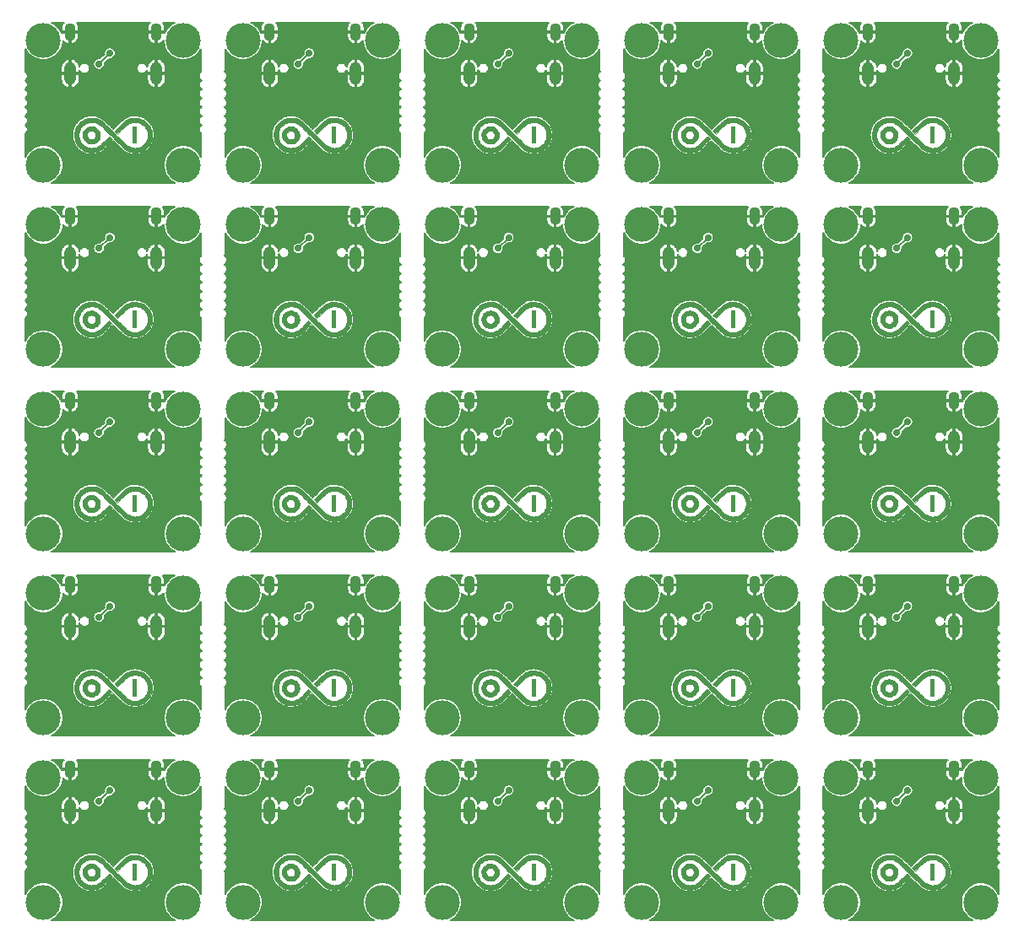
<source format=gbl>
%TF.GenerationSoftware,KiCad,Pcbnew,(5.1.10)-1*%
%TF.CreationDate,2021-08-17T15:54:51+08:00*%
%TF.ProjectId,u1_Warped,75315f57-6172-4706-9564-2e6b69636164,rev?*%
%TF.SameCoordinates,Original*%
%TF.FileFunction,Copper,L2,Bot*%
%TF.FilePolarity,Positive*%
%FSLAX46Y46*%
G04 Gerber Fmt 4.6, Leading zero omitted, Abs format (unit mm)*
G04 Created by KiCad (PCBNEW (5.1.10)-1) date 2021-08-17 15:54:51*
%MOMM*%
%LPD*%
G01*
G04 APERTURE LIST*
%TA.AperFunction,EtchedComponent*%
%ADD10C,0.010000*%
%TD*%
%TA.AperFunction,EtchedComponent*%
%ADD11C,0.100000*%
%TD*%
%TA.AperFunction,ComponentPad*%
%ADD12C,3.500000*%
%TD*%
%TA.AperFunction,ComponentPad*%
%ADD13O,1.200000X2.300000*%
%TD*%
%TA.AperFunction,ComponentPad*%
%ADD14O,1.100000X1.800000*%
%TD*%
%TA.AperFunction,ViaPad*%
%ADD15C,0.700000*%
%TD*%
%TA.AperFunction,Conductor*%
%ADD16C,0.200000*%
%TD*%
%TA.AperFunction,Conductor*%
%ADD17C,0.127000*%
%TD*%
%TA.AperFunction,Conductor*%
%ADD18C,0.100000*%
%TD*%
G04 APERTURE END LIST*
D10*
%TO.C,G\u002A\u002A\u002A*%
G36*
X131725344Y-119637122D02*
G01*
X131623673Y-119649320D01*
X131526958Y-119675134D01*
X131431137Y-119714291D01*
X131306755Y-119784833D01*
X131197823Y-119872105D01*
X131105448Y-119974813D01*
X131030739Y-120091660D01*
X130974802Y-120221351D01*
X130961481Y-120263838D01*
X130942931Y-120354400D01*
X130934132Y-120457180D01*
X130935086Y-120563464D01*
X130945791Y-120664540D01*
X130961481Y-120736161D01*
X131010392Y-120866124D01*
X131078386Y-120985340D01*
X131163432Y-121091888D01*
X131263501Y-121183843D01*
X131376562Y-121259282D01*
X131500585Y-121316282D01*
X131606598Y-121347372D01*
X131678517Y-121358489D01*
X131762949Y-121363898D01*
X131850644Y-121363563D01*
X131932358Y-121357450D01*
X131985319Y-121348797D01*
X132115786Y-121308520D01*
X132237617Y-121248220D01*
X132348594Y-121170021D01*
X132446502Y-121076043D01*
X132529125Y-120968410D01*
X132594247Y-120849244D01*
X132639122Y-120722674D01*
X132656134Y-120631464D01*
X132663530Y-120528514D01*
X132662930Y-120500000D01*
X132227773Y-120500000D01*
X132226906Y-120555525D01*
X132223312Y-120596127D01*
X132215505Y-120629939D01*
X132201997Y-120665096D01*
X132194590Y-120681522D01*
X132147699Y-120758236D01*
X132083994Y-120826388D01*
X132008721Y-120881583D01*
X131927124Y-120919427D01*
X131901793Y-120926842D01*
X131867692Y-120931923D01*
X131821001Y-120934541D01*
X131774563Y-120934202D01*
X131723853Y-120930007D01*
X131680964Y-120920448D01*
X131635286Y-120902646D01*
X131604892Y-120888181D01*
X131521677Y-120835598D01*
X131455714Y-120770545D01*
X131406993Y-120695890D01*
X131375507Y-120614502D01*
X131361245Y-120529249D01*
X131364201Y-120442999D01*
X131384364Y-120358621D01*
X131421726Y-120278983D01*
X131476278Y-120206954D01*
X131548012Y-120145402D01*
X131607269Y-120110663D01*
X131651839Y-120089488D01*
X131686332Y-120076578D01*
X131719666Y-120069928D01*
X131760757Y-120067531D01*
X131800032Y-120067314D01*
X131855710Y-120068565D01*
X131896821Y-120073009D01*
X131931827Y-120082187D01*
X131969193Y-120097640D01*
X131970917Y-120098439D01*
X132046852Y-120144113D01*
X132115528Y-120205090D01*
X132170826Y-120275347D01*
X132194590Y-120318478D01*
X132210820Y-120356483D01*
X132220750Y-120389860D01*
X132225866Y-120426741D01*
X132227656Y-120475261D01*
X132227773Y-120500000D01*
X132662930Y-120500000D01*
X132661309Y-120423073D01*
X132649473Y-120324395D01*
X132639122Y-120277326D01*
X132600148Y-120162022D01*
X132546305Y-120058066D01*
X132474586Y-119960355D01*
X132412849Y-119893655D01*
X132314307Y-119804909D01*
X132215720Y-119736988D01*
X132112873Y-119688006D01*
X132001554Y-119656078D01*
X131877549Y-119639317D01*
X131839729Y-119637073D01*
X131725344Y-119637122D01*
G37*
X131725344Y-119637122D02*
X131623673Y-119649320D01*
X131526958Y-119675134D01*
X131431137Y-119714291D01*
X131306755Y-119784833D01*
X131197823Y-119872105D01*
X131105448Y-119974813D01*
X131030739Y-120091660D01*
X130974802Y-120221351D01*
X130961481Y-120263838D01*
X130942931Y-120354400D01*
X130934132Y-120457180D01*
X130935086Y-120563464D01*
X130945791Y-120664540D01*
X130961481Y-120736161D01*
X131010392Y-120866124D01*
X131078386Y-120985340D01*
X131163432Y-121091888D01*
X131263501Y-121183843D01*
X131376562Y-121259282D01*
X131500585Y-121316282D01*
X131606598Y-121347372D01*
X131678517Y-121358489D01*
X131762949Y-121363898D01*
X131850644Y-121363563D01*
X131932358Y-121357450D01*
X131985319Y-121348797D01*
X132115786Y-121308520D01*
X132237617Y-121248220D01*
X132348594Y-121170021D01*
X132446502Y-121076043D01*
X132529125Y-120968410D01*
X132594247Y-120849244D01*
X132639122Y-120722674D01*
X132656134Y-120631464D01*
X132663530Y-120528514D01*
X132662930Y-120500000D01*
X132227773Y-120500000D01*
X132226906Y-120555525D01*
X132223312Y-120596127D01*
X132215505Y-120629939D01*
X132201997Y-120665096D01*
X132194590Y-120681522D01*
X132147699Y-120758236D01*
X132083994Y-120826388D01*
X132008721Y-120881583D01*
X131927124Y-120919427D01*
X131901793Y-120926842D01*
X131867692Y-120931923D01*
X131821001Y-120934541D01*
X131774563Y-120934202D01*
X131723853Y-120930007D01*
X131680964Y-120920448D01*
X131635286Y-120902646D01*
X131604892Y-120888181D01*
X131521677Y-120835598D01*
X131455714Y-120770545D01*
X131406993Y-120695890D01*
X131375507Y-120614502D01*
X131361245Y-120529249D01*
X131364201Y-120442999D01*
X131384364Y-120358621D01*
X131421726Y-120278983D01*
X131476278Y-120206954D01*
X131548012Y-120145402D01*
X131607269Y-120110663D01*
X131651839Y-120089488D01*
X131686332Y-120076578D01*
X131719666Y-120069928D01*
X131760757Y-120067531D01*
X131800032Y-120067314D01*
X131855710Y-120068565D01*
X131896821Y-120073009D01*
X131931827Y-120082187D01*
X131969193Y-120097640D01*
X131970917Y-120098439D01*
X132046852Y-120144113D01*
X132115528Y-120205090D01*
X132170826Y-120275347D01*
X132194590Y-120318478D01*
X132210820Y-120356483D01*
X132220750Y-120389860D01*
X132225866Y-120426741D01*
X132227656Y-120475261D01*
X132227773Y-120500000D01*
X132662930Y-120500000D01*
X132661309Y-120423073D01*
X132649473Y-120324395D01*
X132639122Y-120277326D01*
X132600148Y-120162022D01*
X132546305Y-120058066D01*
X132474586Y-119960355D01*
X132412849Y-119893655D01*
X132314307Y-119804909D01*
X132215720Y-119736988D01*
X132112873Y-119688006D01*
X132001554Y-119656078D01*
X131877549Y-119639317D01*
X131839729Y-119637073D01*
X131725344Y-119637122D01*
G36*
X136011067Y-118766681D02*
G01*
X135826497Y-118792614D01*
X135648454Y-118835541D01*
X135481125Y-118894248D01*
X135339273Y-118961679D01*
X135292174Y-118987874D01*
X135248848Y-119013327D01*
X135207549Y-119039538D01*
X135166531Y-119068010D01*
X135124049Y-119100244D01*
X135078357Y-119137742D01*
X135027709Y-119182006D01*
X134970360Y-119234537D01*
X134904564Y-119296838D01*
X134828576Y-119370410D01*
X134740649Y-119456754D01*
X134639039Y-119557372D01*
X134588819Y-119607277D01*
X134121228Y-120072261D01*
X134274064Y-120225321D01*
X134426899Y-120378381D01*
X134874427Y-119932965D01*
X134960999Y-119847207D01*
X135044834Y-119764935D01*
X135124116Y-119687878D01*
X135197029Y-119617765D01*
X135261758Y-119556329D01*
X135316487Y-119505297D01*
X135359400Y-119466401D01*
X135388682Y-119441369D01*
X135397000Y-119435039D01*
X135547628Y-119342609D01*
X135703625Y-119272560D01*
X135865793Y-119224636D01*
X136034934Y-119198584D01*
X136159001Y-119193225D01*
X136332645Y-119204438D01*
X136500555Y-119237558D01*
X136661105Y-119291806D01*
X136812669Y-119366402D01*
X136953621Y-119460567D01*
X137082336Y-119573521D01*
X137180046Y-119682648D01*
X137239446Y-119766101D01*
X137297731Y-119865006D01*
X137351130Y-119971876D01*
X137395875Y-120079225D01*
X137425877Y-120170954D01*
X137437311Y-120214154D01*
X137445627Y-120251497D01*
X137451316Y-120288071D01*
X137454870Y-120328959D01*
X137456779Y-120379247D01*
X137457534Y-120444019D01*
X137457639Y-120500000D01*
X137457395Y-120577774D01*
X137456337Y-120637544D01*
X137453974Y-120684395D01*
X137449815Y-120723413D01*
X137443369Y-120759682D01*
X137434145Y-120798287D01*
X137425877Y-120829045D01*
X137392274Y-120930330D01*
X137346589Y-121037944D01*
X137292592Y-121144400D01*
X137234051Y-121242213D01*
X137180046Y-121317351D01*
X137067233Y-121441859D01*
X136942570Y-121547753D01*
X136802837Y-121637638D01*
X136749129Y-121666125D01*
X136600007Y-121731434D01*
X136451408Y-121775746D01*
X136297867Y-121800363D01*
X136159000Y-121806774D01*
X135984564Y-121796031D01*
X135817673Y-121763623D01*
X135657471Y-121709276D01*
X135503101Y-121632719D01*
X135397000Y-121565034D01*
X135378301Y-121549484D01*
X135343951Y-121518144D01*
X135294563Y-121471616D01*
X135230751Y-121410501D01*
X135153130Y-121335399D01*
X135062312Y-121246911D01*
X134958913Y-121145639D01*
X134843544Y-121032183D01*
X134716821Y-120907144D01*
X134579357Y-120771123D01*
X134431765Y-120624722D01*
X134274660Y-120468540D01*
X134132773Y-120327223D01*
X133966016Y-120161007D01*
X133814714Y-120010252D01*
X133677965Y-119874121D01*
X133554865Y-119751777D01*
X133444513Y-119642382D01*
X133346006Y-119545100D01*
X133258442Y-119459094D01*
X133180918Y-119383525D01*
X133112532Y-119317558D01*
X133052382Y-119260354D01*
X132999564Y-119211077D01*
X132953177Y-119168890D01*
X132912318Y-119132956D01*
X132876085Y-119102437D01*
X132843576Y-119076496D01*
X132813887Y-119054296D01*
X132786116Y-119035000D01*
X132759362Y-119017772D01*
X132732721Y-119001772D01*
X132705292Y-118986166D01*
X132676171Y-118970115D01*
X132660728Y-118961679D01*
X132504602Y-118888295D01*
X132335550Y-118830447D01*
X132158604Y-118789160D01*
X131978801Y-118765459D01*
X131801174Y-118760371D01*
X131701509Y-118766316D01*
X131542504Y-118786479D01*
X131398586Y-118816273D01*
X131263094Y-118857578D01*
X131129364Y-118912272D01*
X131053338Y-118949157D01*
X130901806Y-119035450D01*
X130764497Y-119133561D01*
X130634318Y-119248659D01*
X130611753Y-119270919D01*
X130479221Y-119418387D01*
X130367344Y-119575175D01*
X130274868Y-119743317D01*
X130200538Y-119924845D01*
X130191279Y-119952135D01*
X130155021Y-120072802D01*
X130129666Y-120185713D01*
X130113898Y-120299253D01*
X130106402Y-120421807D01*
X130105325Y-120500000D01*
X130108643Y-120631583D01*
X130119472Y-120749308D01*
X130139127Y-120861559D01*
X130168926Y-120976722D01*
X130191279Y-121047864D01*
X130263106Y-121231482D01*
X130352899Y-121401421D01*
X130461912Y-121559715D01*
X130591401Y-121708396D01*
X130611753Y-121729080D01*
X130760002Y-121861720D01*
X130920332Y-121975550D01*
X131091012Y-122069934D01*
X131270310Y-122144239D01*
X131456495Y-122197831D01*
X131647836Y-122230076D01*
X131842600Y-122240340D01*
X131988934Y-122233318D01*
X132173504Y-122207385D01*
X132351547Y-122164458D01*
X132518876Y-122105751D01*
X132660728Y-122038320D01*
X132707827Y-122012125D01*
X132751153Y-121986673D01*
X132792452Y-121960461D01*
X132833470Y-121931989D01*
X132875952Y-121899755D01*
X132921644Y-121862257D01*
X132972292Y-121817993D01*
X133029641Y-121765462D01*
X133095437Y-121703161D01*
X133171425Y-121629590D01*
X133259352Y-121543245D01*
X133360962Y-121442627D01*
X133411182Y-121392723D01*
X133878773Y-120927738D01*
X133725935Y-120774676D01*
X133573097Y-120621615D01*
X133119799Y-121073375D01*
X133013035Y-121179545D01*
X132920744Y-121270676D01*
X132841243Y-121348224D01*
X132772847Y-121413647D01*
X132713871Y-121468400D01*
X132662631Y-121513940D01*
X132617442Y-121551724D01*
X132576620Y-121583207D01*
X132538480Y-121609847D01*
X132501337Y-121633099D01*
X132463507Y-121654420D01*
X132424046Y-121674894D01*
X132281647Y-121734369D01*
X132128297Y-121776208D01*
X131968286Y-121800122D01*
X131805904Y-121805822D01*
X131645443Y-121793017D01*
X131491193Y-121761417D01*
X131428312Y-121742139D01*
X131267486Y-121675526D01*
X131117630Y-121589286D01*
X130980694Y-121484777D01*
X130858622Y-121363359D01*
X130819955Y-121317351D01*
X130760555Y-121233898D01*
X130702270Y-121134993D01*
X130648871Y-121028123D01*
X130604126Y-120920774D01*
X130574124Y-120829045D01*
X130562690Y-120785846D01*
X130554374Y-120748502D01*
X130548685Y-120711928D01*
X130545131Y-120671040D01*
X130543222Y-120620752D01*
X130542467Y-120555980D01*
X130542362Y-120500000D01*
X130542606Y-120422226D01*
X130543664Y-120362455D01*
X130546027Y-120315604D01*
X130550186Y-120276586D01*
X130556632Y-120240317D01*
X130565856Y-120201712D01*
X130574124Y-120170954D01*
X130607727Y-120069669D01*
X130653412Y-119962055D01*
X130707409Y-119855599D01*
X130765950Y-119757786D01*
X130819955Y-119682648D01*
X130932768Y-119558140D01*
X131057431Y-119452246D01*
X131197164Y-119362361D01*
X131250872Y-119333875D01*
X131399994Y-119268565D01*
X131548593Y-119224253D01*
X131702134Y-119199637D01*
X131841000Y-119193225D01*
X132015471Y-119203973D01*
X132182398Y-119236396D01*
X132342622Y-119290759D01*
X132496982Y-119367330D01*
X132603000Y-119434988D01*
X132621672Y-119450520D01*
X132655989Y-119481833D01*
X132705332Y-119528320D01*
X132769079Y-119589374D01*
X132846611Y-119664386D01*
X132937307Y-119752750D01*
X133040546Y-119853857D01*
X133155708Y-119967101D01*
X133282172Y-120091873D01*
X133419318Y-120227567D01*
X133566525Y-120373574D01*
X133723173Y-120529288D01*
X133867228Y-120672753D01*
X134034006Y-120838981D01*
X134185329Y-120989747D01*
X134322099Y-121125890D01*
X134445219Y-121248245D01*
X134555590Y-121357651D01*
X134654116Y-121454945D01*
X134741697Y-121540962D01*
X134819238Y-121616542D01*
X134887640Y-121682519D01*
X134947805Y-121739732D01*
X135000635Y-121789017D01*
X135047034Y-121831212D01*
X135087903Y-121867154D01*
X135124144Y-121897679D01*
X135156661Y-121923625D01*
X135186354Y-121945829D01*
X135214127Y-121965128D01*
X135240882Y-121982358D01*
X135267522Y-121998357D01*
X135294947Y-122013963D01*
X135324062Y-122030011D01*
X135339273Y-122038320D01*
X135498138Y-122112906D01*
X135669802Y-122171167D01*
X135849940Y-122212268D01*
X136034224Y-122235373D01*
X136218330Y-122239647D01*
X136339664Y-122231534D01*
X136536558Y-122199364D01*
X136726752Y-122145393D01*
X136908832Y-122070300D01*
X137081384Y-121974760D01*
X137242996Y-121859453D01*
X137388248Y-121729080D01*
X137520780Y-121581612D01*
X137632657Y-121424824D01*
X137725133Y-121256683D01*
X137799463Y-121075154D01*
X137808722Y-121047864D01*
X137844980Y-120927197D01*
X137870335Y-120814286D01*
X137886103Y-120700747D01*
X137893599Y-120578193D01*
X137894676Y-120500000D01*
X137891358Y-120368416D01*
X137880529Y-120250692D01*
X137860874Y-120138440D01*
X137831075Y-120023277D01*
X137808722Y-119952135D01*
X137736895Y-119768517D01*
X137647102Y-119598578D01*
X137538089Y-119440284D01*
X137408600Y-119291603D01*
X137388248Y-119270919D01*
X137239999Y-119138279D01*
X137079669Y-119024449D01*
X136908989Y-118930065D01*
X136729691Y-118855760D01*
X136543506Y-118802168D01*
X136352165Y-118769923D01*
X136157401Y-118759659D01*
X136011067Y-118766681D01*
G37*
X136011067Y-118766681D02*
X135826497Y-118792614D01*
X135648454Y-118835541D01*
X135481125Y-118894248D01*
X135339273Y-118961679D01*
X135292174Y-118987874D01*
X135248848Y-119013327D01*
X135207549Y-119039538D01*
X135166531Y-119068010D01*
X135124049Y-119100244D01*
X135078357Y-119137742D01*
X135027709Y-119182006D01*
X134970360Y-119234537D01*
X134904564Y-119296838D01*
X134828576Y-119370410D01*
X134740649Y-119456754D01*
X134639039Y-119557372D01*
X134588819Y-119607277D01*
X134121228Y-120072261D01*
X134274064Y-120225321D01*
X134426899Y-120378381D01*
X134874427Y-119932965D01*
X134960999Y-119847207D01*
X135044834Y-119764935D01*
X135124116Y-119687878D01*
X135197029Y-119617765D01*
X135261758Y-119556329D01*
X135316487Y-119505297D01*
X135359400Y-119466401D01*
X135388682Y-119441369D01*
X135397000Y-119435039D01*
X135547628Y-119342609D01*
X135703625Y-119272560D01*
X135865793Y-119224636D01*
X136034934Y-119198584D01*
X136159001Y-119193225D01*
X136332645Y-119204438D01*
X136500555Y-119237558D01*
X136661105Y-119291806D01*
X136812669Y-119366402D01*
X136953621Y-119460567D01*
X137082336Y-119573521D01*
X137180046Y-119682648D01*
X137239446Y-119766101D01*
X137297731Y-119865006D01*
X137351130Y-119971876D01*
X137395875Y-120079225D01*
X137425877Y-120170954D01*
X137437311Y-120214154D01*
X137445627Y-120251497D01*
X137451316Y-120288071D01*
X137454870Y-120328959D01*
X137456779Y-120379247D01*
X137457534Y-120444019D01*
X137457639Y-120500000D01*
X137457395Y-120577774D01*
X137456337Y-120637544D01*
X137453974Y-120684395D01*
X137449815Y-120723413D01*
X137443369Y-120759682D01*
X137434145Y-120798287D01*
X137425877Y-120829045D01*
X137392274Y-120930330D01*
X137346589Y-121037944D01*
X137292592Y-121144400D01*
X137234051Y-121242213D01*
X137180046Y-121317351D01*
X137067233Y-121441859D01*
X136942570Y-121547753D01*
X136802837Y-121637638D01*
X136749129Y-121666125D01*
X136600007Y-121731434D01*
X136451408Y-121775746D01*
X136297867Y-121800363D01*
X136159000Y-121806774D01*
X135984564Y-121796031D01*
X135817673Y-121763623D01*
X135657471Y-121709276D01*
X135503101Y-121632719D01*
X135397000Y-121565034D01*
X135378301Y-121549484D01*
X135343951Y-121518144D01*
X135294563Y-121471616D01*
X135230751Y-121410501D01*
X135153130Y-121335399D01*
X135062312Y-121246911D01*
X134958913Y-121145639D01*
X134843544Y-121032183D01*
X134716821Y-120907144D01*
X134579357Y-120771123D01*
X134431765Y-120624722D01*
X134274660Y-120468540D01*
X134132773Y-120327223D01*
X133966016Y-120161007D01*
X133814714Y-120010252D01*
X133677965Y-119874121D01*
X133554865Y-119751777D01*
X133444513Y-119642382D01*
X133346006Y-119545100D01*
X133258442Y-119459094D01*
X133180918Y-119383525D01*
X133112532Y-119317558D01*
X133052382Y-119260354D01*
X132999564Y-119211077D01*
X132953177Y-119168890D01*
X132912318Y-119132956D01*
X132876085Y-119102437D01*
X132843576Y-119076496D01*
X132813887Y-119054296D01*
X132786116Y-119035000D01*
X132759362Y-119017772D01*
X132732721Y-119001772D01*
X132705292Y-118986166D01*
X132676171Y-118970115D01*
X132660728Y-118961679D01*
X132504602Y-118888295D01*
X132335550Y-118830447D01*
X132158604Y-118789160D01*
X131978801Y-118765459D01*
X131801174Y-118760371D01*
X131701509Y-118766316D01*
X131542504Y-118786479D01*
X131398586Y-118816273D01*
X131263094Y-118857578D01*
X131129364Y-118912272D01*
X131053338Y-118949157D01*
X130901806Y-119035450D01*
X130764497Y-119133561D01*
X130634318Y-119248659D01*
X130611753Y-119270919D01*
X130479221Y-119418387D01*
X130367344Y-119575175D01*
X130274868Y-119743317D01*
X130200538Y-119924845D01*
X130191279Y-119952135D01*
X130155021Y-120072802D01*
X130129666Y-120185713D01*
X130113898Y-120299253D01*
X130106402Y-120421807D01*
X130105325Y-120500000D01*
X130108643Y-120631583D01*
X130119472Y-120749308D01*
X130139127Y-120861559D01*
X130168926Y-120976722D01*
X130191279Y-121047864D01*
X130263106Y-121231482D01*
X130352899Y-121401421D01*
X130461912Y-121559715D01*
X130591401Y-121708396D01*
X130611753Y-121729080D01*
X130760002Y-121861720D01*
X130920332Y-121975550D01*
X131091012Y-122069934D01*
X131270310Y-122144239D01*
X131456495Y-122197831D01*
X131647836Y-122230076D01*
X131842600Y-122240340D01*
X131988934Y-122233318D01*
X132173504Y-122207385D01*
X132351547Y-122164458D01*
X132518876Y-122105751D01*
X132660728Y-122038320D01*
X132707827Y-122012125D01*
X132751153Y-121986673D01*
X132792452Y-121960461D01*
X132833470Y-121931989D01*
X132875952Y-121899755D01*
X132921644Y-121862257D01*
X132972292Y-121817993D01*
X133029641Y-121765462D01*
X133095437Y-121703161D01*
X133171425Y-121629590D01*
X133259352Y-121543245D01*
X133360962Y-121442627D01*
X133411182Y-121392723D01*
X133878773Y-120927738D01*
X133725935Y-120774676D01*
X133573097Y-120621615D01*
X133119799Y-121073375D01*
X133013035Y-121179545D01*
X132920744Y-121270676D01*
X132841243Y-121348224D01*
X132772847Y-121413647D01*
X132713871Y-121468400D01*
X132662631Y-121513940D01*
X132617442Y-121551724D01*
X132576620Y-121583207D01*
X132538480Y-121609847D01*
X132501337Y-121633099D01*
X132463507Y-121654420D01*
X132424046Y-121674894D01*
X132281647Y-121734369D01*
X132128297Y-121776208D01*
X131968286Y-121800122D01*
X131805904Y-121805822D01*
X131645443Y-121793017D01*
X131491193Y-121761417D01*
X131428312Y-121742139D01*
X131267486Y-121675526D01*
X131117630Y-121589286D01*
X130980694Y-121484777D01*
X130858622Y-121363359D01*
X130819955Y-121317351D01*
X130760555Y-121233898D01*
X130702270Y-121134993D01*
X130648871Y-121028123D01*
X130604126Y-120920774D01*
X130574124Y-120829045D01*
X130562690Y-120785846D01*
X130554374Y-120748502D01*
X130548685Y-120711928D01*
X130545131Y-120671040D01*
X130543222Y-120620752D01*
X130542467Y-120555980D01*
X130542362Y-120500000D01*
X130542606Y-120422226D01*
X130543664Y-120362455D01*
X130546027Y-120315604D01*
X130550186Y-120276586D01*
X130556632Y-120240317D01*
X130565856Y-120201712D01*
X130574124Y-120170954D01*
X130607727Y-120069669D01*
X130653412Y-119962055D01*
X130707409Y-119855599D01*
X130765950Y-119757786D01*
X130819955Y-119682648D01*
X130932768Y-119558140D01*
X131057431Y-119452246D01*
X131197164Y-119362361D01*
X131250872Y-119333875D01*
X131399994Y-119268565D01*
X131548593Y-119224253D01*
X131702134Y-119199637D01*
X131841000Y-119193225D01*
X132015471Y-119203973D01*
X132182398Y-119236396D01*
X132342622Y-119290759D01*
X132496982Y-119367330D01*
X132603000Y-119434988D01*
X132621672Y-119450520D01*
X132655989Y-119481833D01*
X132705332Y-119528320D01*
X132769079Y-119589374D01*
X132846611Y-119664386D01*
X132937307Y-119752750D01*
X133040546Y-119853857D01*
X133155708Y-119967101D01*
X133282172Y-120091873D01*
X133419318Y-120227567D01*
X133566525Y-120373574D01*
X133723173Y-120529288D01*
X133867228Y-120672753D01*
X134034006Y-120838981D01*
X134185329Y-120989747D01*
X134322099Y-121125890D01*
X134445219Y-121248245D01*
X134555590Y-121357651D01*
X134654116Y-121454945D01*
X134741697Y-121540962D01*
X134819238Y-121616542D01*
X134887640Y-121682519D01*
X134947805Y-121739732D01*
X135000635Y-121789017D01*
X135047034Y-121831212D01*
X135087903Y-121867154D01*
X135124144Y-121897679D01*
X135156661Y-121923625D01*
X135186354Y-121945829D01*
X135214127Y-121965128D01*
X135240882Y-121982358D01*
X135267522Y-121998357D01*
X135294947Y-122013963D01*
X135324062Y-122030011D01*
X135339273Y-122038320D01*
X135498138Y-122112906D01*
X135669802Y-122171167D01*
X135849940Y-122212268D01*
X136034224Y-122235373D01*
X136218330Y-122239647D01*
X136339664Y-122231534D01*
X136536558Y-122199364D01*
X136726752Y-122145393D01*
X136908832Y-122070300D01*
X137081384Y-121974760D01*
X137242996Y-121859453D01*
X137388248Y-121729080D01*
X137520780Y-121581612D01*
X137632657Y-121424824D01*
X137725133Y-121256683D01*
X137799463Y-121075154D01*
X137808722Y-121047864D01*
X137844980Y-120927197D01*
X137870335Y-120814286D01*
X137886103Y-120700747D01*
X137893599Y-120578193D01*
X137894676Y-120500000D01*
X137891358Y-120368416D01*
X137880529Y-120250692D01*
X137860874Y-120138440D01*
X137831075Y-120023277D01*
X137808722Y-119952135D01*
X137736895Y-119768517D01*
X137647102Y-119598578D01*
X137538089Y-119440284D01*
X137408600Y-119291603D01*
X137388248Y-119270919D01*
X137239999Y-119138279D01*
X137079669Y-119024449D01*
X136908989Y-118930065D01*
X136729691Y-118855760D01*
X136543506Y-118802168D01*
X136352165Y-118769923D01*
X136157401Y-118759659D01*
X136011067Y-118766681D01*
D11*
G36*
X135939637Y-121365909D02*
G01*
X136378364Y-121365909D01*
X136378364Y-119634091D01*
X135939637Y-119634091D01*
X135939637Y-121365909D01*
G37*
D10*
G36*
X111725344Y-119637122D02*
G01*
X111623673Y-119649320D01*
X111526958Y-119675134D01*
X111431137Y-119714291D01*
X111306755Y-119784833D01*
X111197823Y-119872105D01*
X111105448Y-119974813D01*
X111030739Y-120091660D01*
X110974802Y-120221351D01*
X110961481Y-120263838D01*
X110942931Y-120354400D01*
X110934132Y-120457180D01*
X110935086Y-120563464D01*
X110945791Y-120664540D01*
X110961481Y-120736161D01*
X111010392Y-120866124D01*
X111078386Y-120985340D01*
X111163432Y-121091888D01*
X111263501Y-121183843D01*
X111376562Y-121259282D01*
X111500585Y-121316282D01*
X111606598Y-121347372D01*
X111678517Y-121358489D01*
X111762949Y-121363898D01*
X111850644Y-121363563D01*
X111932358Y-121357450D01*
X111985319Y-121348797D01*
X112115786Y-121308520D01*
X112237617Y-121248220D01*
X112348594Y-121170021D01*
X112446502Y-121076043D01*
X112529125Y-120968410D01*
X112594247Y-120849244D01*
X112639122Y-120722674D01*
X112656134Y-120631464D01*
X112663530Y-120528514D01*
X112662930Y-120500000D01*
X112227773Y-120500000D01*
X112226906Y-120555525D01*
X112223312Y-120596127D01*
X112215505Y-120629939D01*
X112201997Y-120665096D01*
X112194590Y-120681522D01*
X112147699Y-120758236D01*
X112083994Y-120826388D01*
X112008721Y-120881583D01*
X111927124Y-120919427D01*
X111901793Y-120926842D01*
X111867692Y-120931923D01*
X111821001Y-120934541D01*
X111774563Y-120934202D01*
X111723853Y-120930007D01*
X111680964Y-120920448D01*
X111635286Y-120902646D01*
X111604892Y-120888181D01*
X111521677Y-120835598D01*
X111455714Y-120770545D01*
X111406993Y-120695890D01*
X111375507Y-120614502D01*
X111361245Y-120529249D01*
X111364201Y-120442999D01*
X111384364Y-120358621D01*
X111421726Y-120278983D01*
X111476278Y-120206954D01*
X111548012Y-120145402D01*
X111607269Y-120110663D01*
X111651839Y-120089488D01*
X111686332Y-120076578D01*
X111719666Y-120069928D01*
X111760757Y-120067531D01*
X111800032Y-120067314D01*
X111855710Y-120068565D01*
X111896821Y-120073009D01*
X111931827Y-120082187D01*
X111969193Y-120097640D01*
X111970917Y-120098439D01*
X112046852Y-120144113D01*
X112115528Y-120205090D01*
X112170826Y-120275347D01*
X112194590Y-120318478D01*
X112210820Y-120356483D01*
X112220750Y-120389860D01*
X112225866Y-120426741D01*
X112227656Y-120475261D01*
X112227773Y-120500000D01*
X112662930Y-120500000D01*
X112661309Y-120423073D01*
X112649473Y-120324395D01*
X112639122Y-120277326D01*
X112600148Y-120162022D01*
X112546305Y-120058066D01*
X112474586Y-119960355D01*
X112412849Y-119893655D01*
X112314307Y-119804909D01*
X112215720Y-119736988D01*
X112112873Y-119688006D01*
X112001554Y-119656078D01*
X111877549Y-119639317D01*
X111839729Y-119637073D01*
X111725344Y-119637122D01*
G37*
X111725344Y-119637122D02*
X111623673Y-119649320D01*
X111526958Y-119675134D01*
X111431137Y-119714291D01*
X111306755Y-119784833D01*
X111197823Y-119872105D01*
X111105448Y-119974813D01*
X111030739Y-120091660D01*
X110974802Y-120221351D01*
X110961481Y-120263838D01*
X110942931Y-120354400D01*
X110934132Y-120457180D01*
X110935086Y-120563464D01*
X110945791Y-120664540D01*
X110961481Y-120736161D01*
X111010392Y-120866124D01*
X111078386Y-120985340D01*
X111163432Y-121091888D01*
X111263501Y-121183843D01*
X111376562Y-121259282D01*
X111500585Y-121316282D01*
X111606598Y-121347372D01*
X111678517Y-121358489D01*
X111762949Y-121363898D01*
X111850644Y-121363563D01*
X111932358Y-121357450D01*
X111985319Y-121348797D01*
X112115786Y-121308520D01*
X112237617Y-121248220D01*
X112348594Y-121170021D01*
X112446502Y-121076043D01*
X112529125Y-120968410D01*
X112594247Y-120849244D01*
X112639122Y-120722674D01*
X112656134Y-120631464D01*
X112663530Y-120528514D01*
X112662930Y-120500000D01*
X112227773Y-120500000D01*
X112226906Y-120555525D01*
X112223312Y-120596127D01*
X112215505Y-120629939D01*
X112201997Y-120665096D01*
X112194590Y-120681522D01*
X112147699Y-120758236D01*
X112083994Y-120826388D01*
X112008721Y-120881583D01*
X111927124Y-120919427D01*
X111901793Y-120926842D01*
X111867692Y-120931923D01*
X111821001Y-120934541D01*
X111774563Y-120934202D01*
X111723853Y-120930007D01*
X111680964Y-120920448D01*
X111635286Y-120902646D01*
X111604892Y-120888181D01*
X111521677Y-120835598D01*
X111455714Y-120770545D01*
X111406993Y-120695890D01*
X111375507Y-120614502D01*
X111361245Y-120529249D01*
X111364201Y-120442999D01*
X111384364Y-120358621D01*
X111421726Y-120278983D01*
X111476278Y-120206954D01*
X111548012Y-120145402D01*
X111607269Y-120110663D01*
X111651839Y-120089488D01*
X111686332Y-120076578D01*
X111719666Y-120069928D01*
X111760757Y-120067531D01*
X111800032Y-120067314D01*
X111855710Y-120068565D01*
X111896821Y-120073009D01*
X111931827Y-120082187D01*
X111969193Y-120097640D01*
X111970917Y-120098439D01*
X112046852Y-120144113D01*
X112115528Y-120205090D01*
X112170826Y-120275347D01*
X112194590Y-120318478D01*
X112210820Y-120356483D01*
X112220750Y-120389860D01*
X112225866Y-120426741D01*
X112227656Y-120475261D01*
X112227773Y-120500000D01*
X112662930Y-120500000D01*
X112661309Y-120423073D01*
X112649473Y-120324395D01*
X112639122Y-120277326D01*
X112600148Y-120162022D01*
X112546305Y-120058066D01*
X112474586Y-119960355D01*
X112412849Y-119893655D01*
X112314307Y-119804909D01*
X112215720Y-119736988D01*
X112112873Y-119688006D01*
X112001554Y-119656078D01*
X111877549Y-119639317D01*
X111839729Y-119637073D01*
X111725344Y-119637122D01*
G36*
X116011067Y-118766681D02*
G01*
X115826497Y-118792614D01*
X115648454Y-118835541D01*
X115481125Y-118894248D01*
X115339273Y-118961679D01*
X115292174Y-118987874D01*
X115248848Y-119013327D01*
X115207549Y-119039538D01*
X115166531Y-119068010D01*
X115124049Y-119100244D01*
X115078357Y-119137742D01*
X115027709Y-119182006D01*
X114970360Y-119234537D01*
X114904564Y-119296838D01*
X114828576Y-119370410D01*
X114740649Y-119456754D01*
X114639039Y-119557372D01*
X114588819Y-119607277D01*
X114121228Y-120072261D01*
X114274064Y-120225321D01*
X114426899Y-120378381D01*
X114874427Y-119932965D01*
X114960999Y-119847207D01*
X115044834Y-119764935D01*
X115124116Y-119687878D01*
X115197029Y-119617765D01*
X115261758Y-119556329D01*
X115316487Y-119505297D01*
X115359400Y-119466401D01*
X115388682Y-119441369D01*
X115397000Y-119435039D01*
X115547628Y-119342609D01*
X115703625Y-119272560D01*
X115865793Y-119224636D01*
X116034934Y-119198584D01*
X116159001Y-119193225D01*
X116332645Y-119204438D01*
X116500555Y-119237558D01*
X116661105Y-119291806D01*
X116812669Y-119366402D01*
X116953621Y-119460567D01*
X117082336Y-119573521D01*
X117180046Y-119682648D01*
X117239446Y-119766101D01*
X117297731Y-119865006D01*
X117351130Y-119971876D01*
X117395875Y-120079225D01*
X117425877Y-120170954D01*
X117437311Y-120214154D01*
X117445627Y-120251497D01*
X117451316Y-120288071D01*
X117454870Y-120328959D01*
X117456779Y-120379247D01*
X117457534Y-120444019D01*
X117457639Y-120500000D01*
X117457395Y-120577774D01*
X117456337Y-120637544D01*
X117453974Y-120684395D01*
X117449815Y-120723413D01*
X117443369Y-120759682D01*
X117434145Y-120798287D01*
X117425877Y-120829045D01*
X117392274Y-120930330D01*
X117346589Y-121037944D01*
X117292592Y-121144400D01*
X117234051Y-121242213D01*
X117180046Y-121317351D01*
X117067233Y-121441859D01*
X116942570Y-121547753D01*
X116802837Y-121637638D01*
X116749129Y-121666125D01*
X116600007Y-121731434D01*
X116451408Y-121775746D01*
X116297867Y-121800363D01*
X116159000Y-121806774D01*
X115984564Y-121796031D01*
X115817673Y-121763623D01*
X115657471Y-121709276D01*
X115503101Y-121632719D01*
X115397000Y-121565034D01*
X115378301Y-121549484D01*
X115343951Y-121518144D01*
X115294563Y-121471616D01*
X115230751Y-121410501D01*
X115153130Y-121335399D01*
X115062312Y-121246911D01*
X114958913Y-121145639D01*
X114843544Y-121032183D01*
X114716821Y-120907144D01*
X114579357Y-120771123D01*
X114431765Y-120624722D01*
X114274660Y-120468540D01*
X114132773Y-120327223D01*
X113966016Y-120161007D01*
X113814714Y-120010252D01*
X113677965Y-119874121D01*
X113554865Y-119751777D01*
X113444513Y-119642382D01*
X113346006Y-119545100D01*
X113258442Y-119459094D01*
X113180918Y-119383525D01*
X113112532Y-119317558D01*
X113052382Y-119260354D01*
X112999564Y-119211077D01*
X112953177Y-119168890D01*
X112912318Y-119132956D01*
X112876085Y-119102437D01*
X112843576Y-119076496D01*
X112813887Y-119054296D01*
X112786116Y-119035000D01*
X112759362Y-119017772D01*
X112732721Y-119001772D01*
X112705292Y-118986166D01*
X112676171Y-118970115D01*
X112660728Y-118961679D01*
X112504602Y-118888295D01*
X112335550Y-118830447D01*
X112158604Y-118789160D01*
X111978801Y-118765459D01*
X111801174Y-118760371D01*
X111701509Y-118766316D01*
X111542504Y-118786479D01*
X111398586Y-118816273D01*
X111263094Y-118857578D01*
X111129364Y-118912272D01*
X111053338Y-118949157D01*
X110901806Y-119035450D01*
X110764497Y-119133561D01*
X110634318Y-119248659D01*
X110611753Y-119270919D01*
X110479221Y-119418387D01*
X110367344Y-119575175D01*
X110274868Y-119743317D01*
X110200538Y-119924845D01*
X110191279Y-119952135D01*
X110155021Y-120072802D01*
X110129666Y-120185713D01*
X110113898Y-120299253D01*
X110106402Y-120421807D01*
X110105325Y-120500000D01*
X110108643Y-120631583D01*
X110119472Y-120749308D01*
X110139127Y-120861559D01*
X110168926Y-120976722D01*
X110191279Y-121047864D01*
X110263106Y-121231482D01*
X110352899Y-121401421D01*
X110461912Y-121559715D01*
X110591401Y-121708396D01*
X110611753Y-121729080D01*
X110760002Y-121861720D01*
X110920332Y-121975550D01*
X111091012Y-122069934D01*
X111270310Y-122144239D01*
X111456495Y-122197831D01*
X111647836Y-122230076D01*
X111842600Y-122240340D01*
X111988934Y-122233318D01*
X112173504Y-122207385D01*
X112351547Y-122164458D01*
X112518876Y-122105751D01*
X112660728Y-122038320D01*
X112707827Y-122012125D01*
X112751153Y-121986673D01*
X112792452Y-121960461D01*
X112833470Y-121931989D01*
X112875952Y-121899755D01*
X112921644Y-121862257D01*
X112972292Y-121817993D01*
X113029641Y-121765462D01*
X113095437Y-121703161D01*
X113171425Y-121629590D01*
X113259352Y-121543245D01*
X113360962Y-121442627D01*
X113411182Y-121392723D01*
X113878773Y-120927738D01*
X113725935Y-120774676D01*
X113573097Y-120621615D01*
X113119799Y-121073375D01*
X113013035Y-121179545D01*
X112920744Y-121270676D01*
X112841243Y-121348224D01*
X112772847Y-121413647D01*
X112713871Y-121468400D01*
X112662631Y-121513940D01*
X112617442Y-121551724D01*
X112576620Y-121583207D01*
X112538480Y-121609847D01*
X112501337Y-121633099D01*
X112463507Y-121654420D01*
X112424046Y-121674894D01*
X112281647Y-121734369D01*
X112128297Y-121776208D01*
X111968286Y-121800122D01*
X111805904Y-121805822D01*
X111645443Y-121793017D01*
X111491193Y-121761417D01*
X111428312Y-121742139D01*
X111267486Y-121675526D01*
X111117630Y-121589286D01*
X110980694Y-121484777D01*
X110858622Y-121363359D01*
X110819955Y-121317351D01*
X110760555Y-121233898D01*
X110702270Y-121134993D01*
X110648871Y-121028123D01*
X110604126Y-120920774D01*
X110574124Y-120829045D01*
X110562690Y-120785846D01*
X110554374Y-120748502D01*
X110548685Y-120711928D01*
X110545131Y-120671040D01*
X110543222Y-120620752D01*
X110542467Y-120555980D01*
X110542362Y-120500000D01*
X110542606Y-120422226D01*
X110543664Y-120362455D01*
X110546027Y-120315604D01*
X110550186Y-120276586D01*
X110556632Y-120240317D01*
X110565856Y-120201712D01*
X110574124Y-120170954D01*
X110607727Y-120069669D01*
X110653412Y-119962055D01*
X110707409Y-119855599D01*
X110765950Y-119757786D01*
X110819955Y-119682648D01*
X110932768Y-119558140D01*
X111057431Y-119452246D01*
X111197164Y-119362361D01*
X111250872Y-119333875D01*
X111399994Y-119268565D01*
X111548593Y-119224253D01*
X111702134Y-119199637D01*
X111841000Y-119193225D01*
X112015471Y-119203973D01*
X112182398Y-119236396D01*
X112342622Y-119290759D01*
X112496982Y-119367330D01*
X112603000Y-119434988D01*
X112621672Y-119450520D01*
X112655989Y-119481833D01*
X112705332Y-119528320D01*
X112769079Y-119589374D01*
X112846611Y-119664386D01*
X112937307Y-119752750D01*
X113040546Y-119853857D01*
X113155708Y-119967101D01*
X113282172Y-120091873D01*
X113419318Y-120227567D01*
X113566525Y-120373574D01*
X113723173Y-120529288D01*
X113867228Y-120672753D01*
X114034006Y-120838981D01*
X114185329Y-120989747D01*
X114322099Y-121125890D01*
X114445219Y-121248245D01*
X114555590Y-121357651D01*
X114654116Y-121454945D01*
X114741697Y-121540962D01*
X114819238Y-121616542D01*
X114887640Y-121682519D01*
X114947805Y-121739732D01*
X115000635Y-121789017D01*
X115047034Y-121831212D01*
X115087903Y-121867154D01*
X115124144Y-121897679D01*
X115156661Y-121923625D01*
X115186354Y-121945829D01*
X115214127Y-121965128D01*
X115240882Y-121982358D01*
X115267522Y-121998357D01*
X115294947Y-122013963D01*
X115324062Y-122030011D01*
X115339273Y-122038320D01*
X115498138Y-122112906D01*
X115669802Y-122171167D01*
X115849940Y-122212268D01*
X116034224Y-122235373D01*
X116218330Y-122239647D01*
X116339664Y-122231534D01*
X116536558Y-122199364D01*
X116726752Y-122145393D01*
X116908832Y-122070300D01*
X117081384Y-121974760D01*
X117242996Y-121859453D01*
X117388248Y-121729080D01*
X117520780Y-121581612D01*
X117632657Y-121424824D01*
X117725133Y-121256683D01*
X117799463Y-121075154D01*
X117808722Y-121047864D01*
X117844980Y-120927197D01*
X117870335Y-120814286D01*
X117886103Y-120700747D01*
X117893599Y-120578193D01*
X117894676Y-120500000D01*
X117891358Y-120368416D01*
X117880529Y-120250692D01*
X117860874Y-120138440D01*
X117831075Y-120023277D01*
X117808722Y-119952135D01*
X117736895Y-119768517D01*
X117647102Y-119598578D01*
X117538089Y-119440284D01*
X117408600Y-119291603D01*
X117388248Y-119270919D01*
X117239999Y-119138279D01*
X117079669Y-119024449D01*
X116908989Y-118930065D01*
X116729691Y-118855760D01*
X116543506Y-118802168D01*
X116352165Y-118769923D01*
X116157401Y-118759659D01*
X116011067Y-118766681D01*
G37*
X116011067Y-118766681D02*
X115826497Y-118792614D01*
X115648454Y-118835541D01*
X115481125Y-118894248D01*
X115339273Y-118961679D01*
X115292174Y-118987874D01*
X115248848Y-119013327D01*
X115207549Y-119039538D01*
X115166531Y-119068010D01*
X115124049Y-119100244D01*
X115078357Y-119137742D01*
X115027709Y-119182006D01*
X114970360Y-119234537D01*
X114904564Y-119296838D01*
X114828576Y-119370410D01*
X114740649Y-119456754D01*
X114639039Y-119557372D01*
X114588819Y-119607277D01*
X114121228Y-120072261D01*
X114274064Y-120225321D01*
X114426899Y-120378381D01*
X114874427Y-119932965D01*
X114960999Y-119847207D01*
X115044834Y-119764935D01*
X115124116Y-119687878D01*
X115197029Y-119617765D01*
X115261758Y-119556329D01*
X115316487Y-119505297D01*
X115359400Y-119466401D01*
X115388682Y-119441369D01*
X115397000Y-119435039D01*
X115547628Y-119342609D01*
X115703625Y-119272560D01*
X115865793Y-119224636D01*
X116034934Y-119198584D01*
X116159001Y-119193225D01*
X116332645Y-119204438D01*
X116500555Y-119237558D01*
X116661105Y-119291806D01*
X116812669Y-119366402D01*
X116953621Y-119460567D01*
X117082336Y-119573521D01*
X117180046Y-119682648D01*
X117239446Y-119766101D01*
X117297731Y-119865006D01*
X117351130Y-119971876D01*
X117395875Y-120079225D01*
X117425877Y-120170954D01*
X117437311Y-120214154D01*
X117445627Y-120251497D01*
X117451316Y-120288071D01*
X117454870Y-120328959D01*
X117456779Y-120379247D01*
X117457534Y-120444019D01*
X117457639Y-120500000D01*
X117457395Y-120577774D01*
X117456337Y-120637544D01*
X117453974Y-120684395D01*
X117449815Y-120723413D01*
X117443369Y-120759682D01*
X117434145Y-120798287D01*
X117425877Y-120829045D01*
X117392274Y-120930330D01*
X117346589Y-121037944D01*
X117292592Y-121144400D01*
X117234051Y-121242213D01*
X117180046Y-121317351D01*
X117067233Y-121441859D01*
X116942570Y-121547753D01*
X116802837Y-121637638D01*
X116749129Y-121666125D01*
X116600007Y-121731434D01*
X116451408Y-121775746D01*
X116297867Y-121800363D01*
X116159000Y-121806774D01*
X115984564Y-121796031D01*
X115817673Y-121763623D01*
X115657471Y-121709276D01*
X115503101Y-121632719D01*
X115397000Y-121565034D01*
X115378301Y-121549484D01*
X115343951Y-121518144D01*
X115294563Y-121471616D01*
X115230751Y-121410501D01*
X115153130Y-121335399D01*
X115062312Y-121246911D01*
X114958913Y-121145639D01*
X114843544Y-121032183D01*
X114716821Y-120907144D01*
X114579357Y-120771123D01*
X114431765Y-120624722D01*
X114274660Y-120468540D01*
X114132773Y-120327223D01*
X113966016Y-120161007D01*
X113814714Y-120010252D01*
X113677965Y-119874121D01*
X113554865Y-119751777D01*
X113444513Y-119642382D01*
X113346006Y-119545100D01*
X113258442Y-119459094D01*
X113180918Y-119383525D01*
X113112532Y-119317558D01*
X113052382Y-119260354D01*
X112999564Y-119211077D01*
X112953177Y-119168890D01*
X112912318Y-119132956D01*
X112876085Y-119102437D01*
X112843576Y-119076496D01*
X112813887Y-119054296D01*
X112786116Y-119035000D01*
X112759362Y-119017772D01*
X112732721Y-119001772D01*
X112705292Y-118986166D01*
X112676171Y-118970115D01*
X112660728Y-118961679D01*
X112504602Y-118888295D01*
X112335550Y-118830447D01*
X112158604Y-118789160D01*
X111978801Y-118765459D01*
X111801174Y-118760371D01*
X111701509Y-118766316D01*
X111542504Y-118786479D01*
X111398586Y-118816273D01*
X111263094Y-118857578D01*
X111129364Y-118912272D01*
X111053338Y-118949157D01*
X110901806Y-119035450D01*
X110764497Y-119133561D01*
X110634318Y-119248659D01*
X110611753Y-119270919D01*
X110479221Y-119418387D01*
X110367344Y-119575175D01*
X110274868Y-119743317D01*
X110200538Y-119924845D01*
X110191279Y-119952135D01*
X110155021Y-120072802D01*
X110129666Y-120185713D01*
X110113898Y-120299253D01*
X110106402Y-120421807D01*
X110105325Y-120500000D01*
X110108643Y-120631583D01*
X110119472Y-120749308D01*
X110139127Y-120861559D01*
X110168926Y-120976722D01*
X110191279Y-121047864D01*
X110263106Y-121231482D01*
X110352899Y-121401421D01*
X110461912Y-121559715D01*
X110591401Y-121708396D01*
X110611753Y-121729080D01*
X110760002Y-121861720D01*
X110920332Y-121975550D01*
X111091012Y-122069934D01*
X111270310Y-122144239D01*
X111456495Y-122197831D01*
X111647836Y-122230076D01*
X111842600Y-122240340D01*
X111988934Y-122233318D01*
X112173504Y-122207385D01*
X112351547Y-122164458D01*
X112518876Y-122105751D01*
X112660728Y-122038320D01*
X112707827Y-122012125D01*
X112751153Y-121986673D01*
X112792452Y-121960461D01*
X112833470Y-121931989D01*
X112875952Y-121899755D01*
X112921644Y-121862257D01*
X112972292Y-121817993D01*
X113029641Y-121765462D01*
X113095437Y-121703161D01*
X113171425Y-121629590D01*
X113259352Y-121543245D01*
X113360962Y-121442627D01*
X113411182Y-121392723D01*
X113878773Y-120927738D01*
X113725935Y-120774676D01*
X113573097Y-120621615D01*
X113119799Y-121073375D01*
X113013035Y-121179545D01*
X112920744Y-121270676D01*
X112841243Y-121348224D01*
X112772847Y-121413647D01*
X112713871Y-121468400D01*
X112662631Y-121513940D01*
X112617442Y-121551724D01*
X112576620Y-121583207D01*
X112538480Y-121609847D01*
X112501337Y-121633099D01*
X112463507Y-121654420D01*
X112424046Y-121674894D01*
X112281647Y-121734369D01*
X112128297Y-121776208D01*
X111968286Y-121800122D01*
X111805904Y-121805822D01*
X111645443Y-121793017D01*
X111491193Y-121761417D01*
X111428312Y-121742139D01*
X111267486Y-121675526D01*
X111117630Y-121589286D01*
X110980694Y-121484777D01*
X110858622Y-121363359D01*
X110819955Y-121317351D01*
X110760555Y-121233898D01*
X110702270Y-121134993D01*
X110648871Y-121028123D01*
X110604126Y-120920774D01*
X110574124Y-120829045D01*
X110562690Y-120785846D01*
X110554374Y-120748502D01*
X110548685Y-120711928D01*
X110545131Y-120671040D01*
X110543222Y-120620752D01*
X110542467Y-120555980D01*
X110542362Y-120500000D01*
X110542606Y-120422226D01*
X110543664Y-120362455D01*
X110546027Y-120315604D01*
X110550186Y-120276586D01*
X110556632Y-120240317D01*
X110565856Y-120201712D01*
X110574124Y-120170954D01*
X110607727Y-120069669D01*
X110653412Y-119962055D01*
X110707409Y-119855599D01*
X110765950Y-119757786D01*
X110819955Y-119682648D01*
X110932768Y-119558140D01*
X111057431Y-119452246D01*
X111197164Y-119362361D01*
X111250872Y-119333875D01*
X111399994Y-119268565D01*
X111548593Y-119224253D01*
X111702134Y-119199637D01*
X111841000Y-119193225D01*
X112015471Y-119203973D01*
X112182398Y-119236396D01*
X112342622Y-119290759D01*
X112496982Y-119367330D01*
X112603000Y-119434988D01*
X112621672Y-119450520D01*
X112655989Y-119481833D01*
X112705332Y-119528320D01*
X112769079Y-119589374D01*
X112846611Y-119664386D01*
X112937307Y-119752750D01*
X113040546Y-119853857D01*
X113155708Y-119967101D01*
X113282172Y-120091873D01*
X113419318Y-120227567D01*
X113566525Y-120373574D01*
X113723173Y-120529288D01*
X113867228Y-120672753D01*
X114034006Y-120838981D01*
X114185329Y-120989747D01*
X114322099Y-121125890D01*
X114445219Y-121248245D01*
X114555590Y-121357651D01*
X114654116Y-121454945D01*
X114741697Y-121540962D01*
X114819238Y-121616542D01*
X114887640Y-121682519D01*
X114947805Y-121739732D01*
X115000635Y-121789017D01*
X115047034Y-121831212D01*
X115087903Y-121867154D01*
X115124144Y-121897679D01*
X115156661Y-121923625D01*
X115186354Y-121945829D01*
X115214127Y-121965128D01*
X115240882Y-121982358D01*
X115267522Y-121998357D01*
X115294947Y-122013963D01*
X115324062Y-122030011D01*
X115339273Y-122038320D01*
X115498138Y-122112906D01*
X115669802Y-122171167D01*
X115849940Y-122212268D01*
X116034224Y-122235373D01*
X116218330Y-122239647D01*
X116339664Y-122231534D01*
X116536558Y-122199364D01*
X116726752Y-122145393D01*
X116908832Y-122070300D01*
X117081384Y-121974760D01*
X117242996Y-121859453D01*
X117388248Y-121729080D01*
X117520780Y-121581612D01*
X117632657Y-121424824D01*
X117725133Y-121256683D01*
X117799463Y-121075154D01*
X117808722Y-121047864D01*
X117844980Y-120927197D01*
X117870335Y-120814286D01*
X117886103Y-120700747D01*
X117893599Y-120578193D01*
X117894676Y-120500000D01*
X117891358Y-120368416D01*
X117880529Y-120250692D01*
X117860874Y-120138440D01*
X117831075Y-120023277D01*
X117808722Y-119952135D01*
X117736895Y-119768517D01*
X117647102Y-119598578D01*
X117538089Y-119440284D01*
X117408600Y-119291603D01*
X117388248Y-119270919D01*
X117239999Y-119138279D01*
X117079669Y-119024449D01*
X116908989Y-118930065D01*
X116729691Y-118855760D01*
X116543506Y-118802168D01*
X116352165Y-118769923D01*
X116157401Y-118759659D01*
X116011067Y-118766681D01*
D11*
G36*
X115939637Y-121365909D02*
G01*
X116378364Y-121365909D01*
X116378364Y-119634091D01*
X115939637Y-119634091D01*
X115939637Y-121365909D01*
G37*
D10*
G36*
X91725344Y-119637122D02*
G01*
X91623673Y-119649320D01*
X91526958Y-119675134D01*
X91431137Y-119714291D01*
X91306755Y-119784833D01*
X91197823Y-119872105D01*
X91105448Y-119974813D01*
X91030739Y-120091660D01*
X90974802Y-120221351D01*
X90961481Y-120263838D01*
X90942931Y-120354400D01*
X90934132Y-120457180D01*
X90935086Y-120563464D01*
X90945791Y-120664540D01*
X90961481Y-120736161D01*
X91010392Y-120866124D01*
X91078386Y-120985340D01*
X91163432Y-121091888D01*
X91263501Y-121183843D01*
X91376562Y-121259282D01*
X91500585Y-121316282D01*
X91606598Y-121347372D01*
X91678517Y-121358489D01*
X91762949Y-121363898D01*
X91850644Y-121363563D01*
X91932358Y-121357450D01*
X91985319Y-121348797D01*
X92115786Y-121308520D01*
X92237617Y-121248220D01*
X92348594Y-121170021D01*
X92446502Y-121076043D01*
X92529125Y-120968410D01*
X92594247Y-120849244D01*
X92639122Y-120722674D01*
X92656134Y-120631464D01*
X92663530Y-120528514D01*
X92662930Y-120500000D01*
X92227773Y-120500000D01*
X92226906Y-120555525D01*
X92223312Y-120596127D01*
X92215505Y-120629939D01*
X92201997Y-120665096D01*
X92194590Y-120681522D01*
X92147699Y-120758236D01*
X92083994Y-120826388D01*
X92008721Y-120881583D01*
X91927124Y-120919427D01*
X91901793Y-120926842D01*
X91867692Y-120931923D01*
X91821001Y-120934541D01*
X91774563Y-120934202D01*
X91723853Y-120930007D01*
X91680964Y-120920448D01*
X91635286Y-120902646D01*
X91604892Y-120888181D01*
X91521677Y-120835598D01*
X91455714Y-120770545D01*
X91406993Y-120695890D01*
X91375507Y-120614502D01*
X91361245Y-120529249D01*
X91364201Y-120442999D01*
X91384364Y-120358621D01*
X91421726Y-120278983D01*
X91476278Y-120206954D01*
X91548012Y-120145402D01*
X91607269Y-120110663D01*
X91651839Y-120089488D01*
X91686332Y-120076578D01*
X91719666Y-120069928D01*
X91760757Y-120067531D01*
X91800032Y-120067314D01*
X91855710Y-120068565D01*
X91896821Y-120073009D01*
X91931827Y-120082187D01*
X91969193Y-120097640D01*
X91970917Y-120098439D01*
X92046852Y-120144113D01*
X92115528Y-120205090D01*
X92170826Y-120275347D01*
X92194590Y-120318478D01*
X92210820Y-120356483D01*
X92220750Y-120389860D01*
X92225866Y-120426741D01*
X92227656Y-120475261D01*
X92227773Y-120500000D01*
X92662930Y-120500000D01*
X92661309Y-120423073D01*
X92649473Y-120324395D01*
X92639122Y-120277326D01*
X92600148Y-120162022D01*
X92546305Y-120058066D01*
X92474586Y-119960355D01*
X92412849Y-119893655D01*
X92314307Y-119804909D01*
X92215720Y-119736988D01*
X92112873Y-119688006D01*
X92001554Y-119656078D01*
X91877549Y-119639317D01*
X91839729Y-119637073D01*
X91725344Y-119637122D01*
G37*
X91725344Y-119637122D02*
X91623673Y-119649320D01*
X91526958Y-119675134D01*
X91431137Y-119714291D01*
X91306755Y-119784833D01*
X91197823Y-119872105D01*
X91105448Y-119974813D01*
X91030739Y-120091660D01*
X90974802Y-120221351D01*
X90961481Y-120263838D01*
X90942931Y-120354400D01*
X90934132Y-120457180D01*
X90935086Y-120563464D01*
X90945791Y-120664540D01*
X90961481Y-120736161D01*
X91010392Y-120866124D01*
X91078386Y-120985340D01*
X91163432Y-121091888D01*
X91263501Y-121183843D01*
X91376562Y-121259282D01*
X91500585Y-121316282D01*
X91606598Y-121347372D01*
X91678517Y-121358489D01*
X91762949Y-121363898D01*
X91850644Y-121363563D01*
X91932358Y-121357450D01*
X91985319Y-121348797D01*
X92115786Y-121308520D01*
X92237617Y-121248220D01*
X92348594Y-121170021D01*
X92446502Y-121076043D01*
X92529125Y-120968410D01*
X92594247Y-120849244D01*
X92639122Y-120722674D01*
X92656134Y-120631464D01*
X92663530Y-120528514D01*
X92662930Y-120500000D01*
X92227773Y-120500000D01*
X92226906Y-120555525D01*
X92223312Y-120596127D01*
X92215505Y-120629939D01*
X92201997Y-120665096D01*
X92194590Y-120681522D01*
X92147699Y-120758236D01*
X92083994Y-120826388D01*
X92008721Y-120881583D01*
X91927124Y-120919427D01*
X91901793Y-120926842D01*
X91867692Y-120931923D01*
X91821001Y-120934541D01*
X91774563Y-120934202D01*
X91723853Y-120930007D01*
X91680964Y-120920448D01*
X91635286Y-120902646D01*
X91604892Y-120888181D01*
X91521677Y-120835598D01*
X91455714Y-120770545D01*
X91406993Y-120695890D01*
X91375507Y-120614502D01*
X91361245Y-120529249D01*
X91364201Y-120442999D01*
X91384364Y-120358621D01*
X91421726Y-120278983D01*
X91476278Y-120206954D01*
X91548012Y-120145402D01*
X91607269Y-120110663D01*
X91651839Y-120089488D01*
X91686332Y-120076578D01*
X91719666Y-120069928D01*
X91760757Y-120067531D01*
X91800032Y-120067314D01*
X91855710Y-120068565D01*
X91896821Y-120073009D01*
X91931827Y-120082187D01*
X91969193Y-120097640D01*
X91970917Y-120098439D01*
X92046852Y-120144113D01*
X92115528Y-120205090D01*
X92170826Y-120275347D01*
X92194590Y-120318478D01*
X92210820Y-120356483D01*
X92220750Y-120389860D01*
X92225866Y-120426741D01*
X92227656Y-120475261D01*
X92227773Y-120500000D01*
X92662930Y-120500000D01*
X92661309Y-120423073D01*
X92649473Y-120324395D01*
X92639122Y-120277326D01*
X92600148Y-120162022D01*
X92546305Y-120058066D01*
X92474586Y-119960355D01*
X92412849Y-119893655D01*
X92314307Y-119804909D01*
X92215720Y-119736988D01*
X92112873Y-119688006D01*
X92001554Y-119656078D01*
X91877549Y-119639317D01*
X91839729Y-119637073D01*
X91725344Y-119637122D01*
G36*
X96011067Y-118766681D02*
G01*
X95826497Y-118792614D01*
X95648454Y-118835541D01*
X95481125Y-118894248D01*
X95339273Y-118961679D01*
X95292174Y-118987874D01*
X95248848Y-119013327D01*
X95207549Y-119039538D01*
X95166531Y-119068010D01*
X95124049Y-119100244D01*
X95078357Y-119137742D01*
X95027709Y-119182006D01*
X94970360Y-119234537D01*
X94904564Y-119296838D01*
X94828576Y-119370410D01*
X94740649Y-119456754D01*
X94639039Y-119557372D01*
X94588819Y-119607277D01*
X94121228Y-120072261D01*
X94274064Y-120225321D01*
X94426899Y-120378381D01*
X94874427Y-119932965D01*
X94960999Y-119847207D01*
X95044834Y-119764935D01*
X95124116Y-119687878D01*
X95197029Y-119617765D01*
X95261758Y-119556329D01*
X95316487Y-119505297D01*
X95359400Y-119466401D01*
X95388682Y-119441369D01*
X95397000Y-119435039D01*
X95547628Y-119342609D01*
X95703625Y-119272560D01*
X95865793Y-119224636D01*
X96034934Y-119198584D01*
X96159001Y-119193225D01*
X96332645Y-119204438D01*
X96500555Y-119237558D01*
X96661105Y-119291806D01*
X96812669Y-119366402D01*
X96953621Y-119460567D01*
X97082336Y-119573521D01*
X97180046Y-119682648D01*
X97239446Y-119766101D01*
X97297731Y-119865006D01*
X97351130Y-119971876D01*
X97395875Y-120079225D01*
X97425877Y-120170954D01*
X97437311Y-120214154D01*
X97445627Y-120251497D01*
X97451316Y-120288071D01*
X97454870Y-120328959D01*
X97456779Y-120379247D01*
X97457534Y-120444019D01*
X97457639Y-120500000D01*
X97457395Y-120577774D01*
X97456337Y-120637544D01*
X97453974Y-120684395D01*
X97449815Y-120723413D01*
X97443369Y-120759682D01*
X97434145Y-120798287D01*
X97425877Y-120829045D01*
X97392274Y-120930330D01*
X97346589Y-121037944D01*
X97292592Y-121144400D01*
X97234051Y-121242213D01*
X97180046Y-121317351D01*
X97067233Y-121441859D01*
X96942570Y-121547753D01*
X96802837Y-121637638D01*
X96749129Y-121666125D01*
X96600007Y-121731434D01*
X96451408Y-121775746D01*
X96297867Y-121800363D01*
X96159000Y-121806774D01*
X95984564Y-121796031D01*
X95817673Y-121763623D01*
X95657471Y-121709276D01*
X95503101Y-121632719D01*
X95397000Y-121565034D01*
X95378301Y-121549484D01*
X95343951Y-121518144D01*
X95294563Y-121471616D01*
X95230751Y-121410501D01*
X95153130Y-121335399D01*
X95062312Y-121246911D01*
X94958913Y-121145639D01*
X94843544Y-121032183D01*
X94716821Y-120907144D01*
X94579357Y-120771123D01*
X94431765Y-120624722D01*
X94274660Y-120468540D01*
X94132773Y-120327223D01*
X93966016Y-120161007D01*
X93814714Y-120010252D01*
X93677965Y-119874121D01*
X93554865Y-119751777D01*
X93444513Y-119642382D01*
X93346006Y-119545100D01*
X93258442Y-119459094D01*
X93180918Y-119383525D01*
X93112532Y-119317558D01*
X93052382Y-119260354D01*
X92999564Y-119211077D01*
X92953177Y-119168890D01*
X92912318Y-119132956D01*
X92876085Y-119102437D01*
X92843576Y-119076496D01*
X92813887Y-119054296D01*
X92786116Y-119035000D01*
X92759362Y-119017772D01*
X92732721Y-119001772D01*
X92705292Y-118986166D01*
X92676171Y-118970115D01*
X92660728Y-118961679D01*
X92504602Y-118888295D01*
X92335550Y-118830447D01*
X92158604Y-118789160D01*
X91978801Y-118765459D01*
X91801174Y-118760371D01*
X91701509Y-118766316D01*
X91542504Y-118786479D01*
X91398586Y-118816273D01*
X91263094Y-118857578D01*
X91129364Y-118912272D01*
X91053338Y-118949157D01*
X90901806Y-119035450D01*
X90764497Y-119133561D01*
X90634318Y-119248659D01*
X90611753Y-119270919D01*
X90479221Y-119418387D01*
X90367344Y-119575175D01*
X90274868Y-119743317D01*
X90200538Y-119924845D01*
X90191279Y-119952135D01*
X90155021Y-120072802D01*
X90129666Y-120185713D01*
X90113898Y-120299253D01*
X90106402Y-120421807D01*
X90105325Y-120500000D01*
X90108643Y-120631583D01*
X90119472Y-120749308D01*
X90139127Y-120861559D01*
X90168926Y-120976722D01*
X90191279Y-121047864D01*
X90263106Y-121231482D01*
X90352899Y-121401421D01*
X90461912Y-121559715D01*
X90591401Y-121708396D01*
X90611753Y-121729080D01*
X90760002Y-121861720D01*
X90920332Y-121975550D01*
X91091012Y-122069934D01*
X91270310Y-122144239D01*
X91456495Y-122197831D01*
X91647836Y-122230076D01*
X91842600Y-122240340D01*
X91988934Y-122233318D01*
X92173504Y-122207385D01*
X92351547Y-122164458D01*
X92518876Y-122105751D01*
X92660728Y-122038320D01*
X92707827Y-122012125D01*
X92751153Y-121986673D01*
X92792452Y-121960461D01*
X92833470Y-121931989D01*
X92875952Y-121899755D01*
X92921644Y-121862257D01*
X92972292Y-121817993D01*
X93029641Y-121765462D01*
X93095437Y-121703161D01*
X93171425Y-121629590D01*
X93259352Y-121543245D01*
X93360962Y-121442627D01*
X93411182Y-121392723D01*
X93878773Y-120927738D01*
X93725935Y-120774676D01*
X93573097Y-120621615D01*
X93119799Y-121073375D01*
X93013035Y-121179545D01*
X92920744Y-121270676D01*
X92841243Y-121348224D01*
X92772847Y-121413647D01*
X92713871Y-121468400D01*
X92662631Y-121513940D01*
X92617442Y-121551724D01*
X92576620Y-121583207D01*
X92538480Y-121609847D01*
X92501337Y-121633099D01*
X92463507Y-121654420D01*
X92424046Y-121674894D01*
X92281647Y-121734369D01*
X92128297Y-121776208D01*
X91968286Y-121800122D01*
X91805904Y-121805822D01*
X91645443Y-121793017D01*
X91491193Y-121761417D01*
X91428312Y-121742139D01*
X91267486Y-121675526D01*
X91117630Y-121589286D01*
X90980694Y-121484777D01*
X90858622Y-121363359D01*
X90819955Y-121317351D01*
X90760555Y-121233898D01*
X90702270Y-121134993D01*
X90648871Y-121028123D01*
X90604126Y-120920774D01*
X90574124Y-120829045D01*
X90562690Y-120785846D01*
X90554374Y-120748502D01*
X90548685Y-120711928D01*
X90545131Y-120671040D01*
X90543222Y-120620752D01*
X90542467Y-120555980D01*
X90542362Y-120500000D01*
X90542606Y-120422226D01*
X90543664Y-120362455D01*
X90546027Y-120315604D01*
X90550186Y-120276586D01*
X90556632Y-120240317D01*
X90565856Y-120201712D01*
X90574124Y-120170954D01*
X90607727Y-120069669D01*
X90653412Y-119962055D01*
X90707409Y-119855599D01*
X90765950Y-119757786D01*
X90819955Y-119682648D01*
X90932768Y-119558140D01*
X91057431Y-119452246D01*
X91197164Y-119362361D01*
X91250872Y-119333875D01*
X91399994Y-119268565D01*
X91548593Y-119224253D01*
X91702134Y-119199637D01*
X91841000Y-119193225D01*
X92015471Y-119203973D01*
X92182398Y-119236396D01*
X92342622Y-119290759D01*
X92496982Y-119367330D01*
X92603000Y-119434988D01*
X92621672Y-119450520D01*
X92655989Y-119481833D01*
X92705332Y-119528320D01*
X92769079Y-119589374D01*
X92846611Y-119664386D01*
X92937307Y-119752750D01*
X93040546Y-119853857D01*
X93155708Y-119967101D01*
X93282172Y-120091873D01*
X93419318Y-120227567D01*
X93566525Y-120373574D01*
X93723173Y-120529288D01*
X93867228Y-120672753D01*
X94034006Y-120838981D01*
X94185329Y-120989747D01*
X94322099Y-121125890D01*
X94445219Y-121248245D01*
X94555590Y-121357651D01*
X94654116Y-121454945D01*
X94741697Y-121540962D01*
X94819238Y-121616542D01*
X94887640Y-121682519D01*
X94947805Y-121739732D01*
X95000635Y-121789017D01*
X95047034Y-121831212D01*
X95087903Y-121867154D01*
X95124144Y-121897679D01*
X95156661Y-121923625D01*
X95186354Y-121945829D01*
X95214127Y-121965128D01*
X95240882Y-121982358D01*
X95267522Y-121998357D01*
X95294947Y-122013963D01*
X95324062Y-122030011D01*
X95339273Y-122038320D01*
X95498138Y-122112906D01*
X95669802Y-122171167D01*
X95849940Y-122212268D01*
X96034224Y-122235373D01*
X96218330Y-122239647D01*
X96339664Y-122231534D01*
X96536558Y-122199364D01*
X96726752Y-122145393D01*
X96908832Y-122070300D01*
X97081384Y-121974760D01*
X97242996Y-121859453D01*
X97388248Y-121729080D01*
X97520780Y-121581612D01*
X97632657Y-121424824D01*
X97725133Y-121256683D01*
X97799463Y-121075154D01*
X97808722Y-121047864D01*
X97844980Y-120927197D01*
X97870335Y-120814286D01*
X97886103Y-120700747D01*
X97893599Y-120578193D01*
X97894676Y-120500000D01*
X97891358Y-120368416D01*
X97880529Y-120250692D01*
X97860874Y-120138440D01*
X97831075Y-120023277D01*
X97808722Y-119952135D01*
X97736895Y-119768517D01*
X97647102Y-119598578D01*
X97538089Y-119440284D01*
X97408600Y-119291603D01*
X97388248Y-119270919D01*
X97239999Y-119138279D01*
X97079669Y-119024449D01*
X96908989Y-118930065D01*
X96729691Y-118855760D01*
X96543506Y-118802168D01*
X96352165Y-118769923D01*
X96157401Y-118759659D01*
X96011067Y-118766681D01*
G37*
X96011067Y-118766681D02*
X95826497Y-118792614D01*
X95648454Y-118835541D01*
X95481125Y-118894248D01*
X95339273Y-118961679D01*
X95292174Y-118987874D01*
X95248848Y-119013327D01*
X95207549Y-119039538D01*
X95166531Y-119068010D01*
X95124049Y-119100244D01*
X95078357Y-119137742D01*
X95027709Y-119182006D01*
X94970360Y-119234537D01*
X94904564Y-119296838D01*
X94828576Y-119370410D01*
X94740649Y-119456754D01*
X94639039Y-119557372D01*
X94588819Y-119607277D01*
X94121228Y-120072261D01*
X94274064Y-120225321D01*
X94426899Y-120378381D01*
X94874427Y-119932965D01*
X94960999Y-119847207D01*
X95044834Y-119764935D01*
X95124116Y-119687878D01*
X95197029Y-119617765D01*
X95261758Y-119556329D01*
X95316487Y-119505297D01*
X95359400Y-119466401D01*
X95388682Y-119441369D01*
X95397000Y-119435039D01*
X95547628Y-119342609D01*
X95703625Y-119272560D01*
X95865793Y-119224636D01*
X96034934Y-119198584D01*
X96159001Y-119193225D01*
X96332645Y-119204438D01*
X96500555Y-119237558D01*
X96661105Y-119291806D01*
X96812669Y-119366402D01*
X96953621Y-119460567D01*
X97082336Y-119573521D01*
X97180046Y-119682648D01*
X97239446Y-119766101D01*
X97297731Y-119865006D01*
X97351130Y-119971876D01*
X97395875Y-120079225D01*
X97425877Y-120170954D01*
X97437311Y-120214154D01*
X97445627Y-120251497D01*
X97451316Y-120288071D01*
X97454870Y-120328959D01*
X97456779Y-120379247D01*
X97457534Y-120444019D01*
X97457639Y-120500000D01*
X97457395Y-120577774D01*
X97456337Y-120637544D01*
X97453974Y-120684395D01*
X97449815Y-120723413D01*
X97443369Y-120759682D01*
X97434145Y-120798287D01*
X97425877Y-120829045D01*
X97392274Y-120930330D01*
X97346589Y-121037944D01*
X97292592Y-121144400D01*
X97234051Y-121242213D01*
X97180046Y-121317351D01*
X97067233Y-121441859D01*
X96942570Y-121547753D01*
X96802837Y-121637638D01*
X96749129Y-121666125D01*
X96600007Y-121731434D01*
X96451408Y-121775746D01*
X96297867Y-121800363D01*
X96159000Y-121806774D01*
X95984564Y-121796031D01*
X95817673Y-121763623D01*
X95657471Y-121709276D01*
X95503101Y-121632719D01*
X95397000Y-121565034D01*
X95378301Y-121549484D01*
X95343951Y-121518144D01*
X95294563Y-121471616D01*
X95230751Y-121410501D01*
X95153130Y-121335399D01*
X95062312Y-121246911D01*
X94958913Y-121145639D01*
X94843544Y-121032183D01*
X94716821Y-120907144D01*
X94579357Y-120771123D01*
X94431765Y-120624722D01*
X94274660Y-120468540D01*
X94132773Y-120327223D01*
X93966016Y-120161007D01*
X93814714Y-120010252D01*
X93677965Y-119874121D01*
X93554865Y-119751777D01*
X93444513Y-119642382D01*
X93346006Y-119545100D01*
X93258442Y-119459094D01*
X93180918Y-119383525D01*
X93112532Y-119317558D01*
X93052382Y-119260354D01*
X92999564Y-119211077D01*
X92953177Y-119168890D01*
X92912318Y-119132956D01*
X92876085Y-119102437D01*
X92843576Y-119076496D01*
X92813887Y-119054296D01*
X92786116Y-119035000D01*
X92759362Y-119017772D01*
X92732721Y-119001772D01*
X92705292Y-118986166D01*
X92676171Y-118970115D01*
X92660728Y-118961679D01*
X92504602Y-118888295D01*
X92335550Y-118830447D01*
X92158604Y-118789160D01*
X91978801Y-118765459D01*
X91801174Y-118760371D01*
X91701509Y-118766316D01*
X91542504Y-118786479D01*
X91398586Y-118816273D01*
X91263094Y-118857578D01*
X91129364Y-118912272D01*
X91053338Y-118949157D01*
X90901806Y-119035450D01*
X90764497Y-119133561D01*
X90634318Y-119248659D01*
X90611753Y-119270919D01*
X90479221Y-119418387D01*
X90367344Y-119575175D01*
X90274868Y-119743317D01*
X90200538Y-119924845D01*
X90191279Y-119952135D01*
X90155021Y-120072802D01*
X90129666Y-120185713D01*
X90113898Y-120299253D01*
X90106402Y-120421807D01*
X90105325Y-120500000D01*
X90108643Y-120631583D01*
X90119472Y-120749308D01*
X90139127Y-120861559D01*
X90168926Y-120976722D01*
X90191279Y-121047864D01*
X90263106Y-121231482D01*
X90352899Y-121401421D01*
X90461912Y-121559715D01*
X90591401Y-121708396D01*
X90611753Y-121729080D01*
X90760002Y-121861720D01*
X90920332Y-121975550D01*
X91091012Y-122069934D01*
X91270310Y-122144239D01*
X91456495Y-122197831D01*
X91647836Y-122230076D01*
X91842600Y-122240340D01*
X91988934Y-122233318D01*
X92173504Y-122207385D01*
X92351547Y-122164458D01*
X92518876Y-122105751D01*
X92660728Y-122038320D01*
X92707827Y-122012125D01*
X92751153Y-121986673D01*
X92792452Y-121960461D01*
X92833470Y-121931989D01*
X92875952Y-121899755D01*
X92921644Y-121862257D01*
X92972292Y-121817993D01*
X93029641Y-121765462D01*
X93095437Y-121703161D01*
X93171425Y-121629590D01*
X93259352Y-121543245D01*
X93360962Y-121442627D01*
X93411182Y-121392723D01*
X93878773Y-120927738D01*
X93725935Y-120774676D01*
X93573097Y-120621615D01*
X93119799Y-121073375D01*
X93013035Y-121179545D01*
X92920744Y-121270676D01*
X92841243Y-121348224D01*
X92772847Y-121413647D01*
X92713871Y-121468400D01*
X92662631Y-121513940D01*
X92617442Y-121551724D01*
X92576620Y-121583207D01*
X92538480Y-121609847D01*
X92501337Y-121633099D01*
X92463507Y-121654420D01*
X92424046Y-121674894D01*
X92281647Y-121734369D01*
X92128297Y-121776208D01*
X91968286Y-121800122D01*
X91805904Y-121805822D01*
X91645443Y-121793017D01*
X91491193Y-121761417D01*
X91428312Y-121742139D01*
X91267486Y-121675526D01*
X91117630Y-121589286D01*
X90980694Y-121484777D01*
X90858622Y-121363359D01*
X90819955Y-121317351D01*
X90760555Y-121233898D01*
X90702270Y-121134993D01*
X90648871Y-121028123D01*
X90604126Y-120920774D01*
X90574124Y-120829045D01*
X90562690Y-120785846D01*
X90554374Y-120748502D01*
X90548685Y-120711928D01*
X90545131Y-120671040D01*
X90543222Y-120620752D01*
X90542467Y-120555980D01*
X90542362Y-120500000D01*
X90542606Y-120422226D01*
X90543664Y-120362455D01*
X90546027Y-120315604D01*
X90550186Y-120276586D01*
X90556632Y-120240317D01*
X90565856Y-120201712D01*
X90574124Y-120170954D01*
X90607727Y-120069669D01*
X90653412Y-119962055D01*
X90707409Y-119855599D01*
X90765950Y-119757786D01*
X90819955Y-119682648D01*
X90932768Y-119558140D01*
X91057431Y-119452246D01*
X91197164Y-119362361D01*
X91250872Y-119333875D01*
X91399994Y-119268565D01*
X91548593Y-119224253D01*
X91702134Y-119199637D01*
X91841000Y-119193225D01*
X92015471Y-119203973D01*
X92182398Y-119236396D01*
X92342622Y-119290759D01*
X92496982Y-119367330D01*
X92603000Y-119434988D01*
X92621672Y-119450520D01*
X92655989Y-119481833D01*
X92705332Y-119528320D01*
X92769079Y-119589374D01*
X92846611Y-119664386D01*
X92937307Y-119752750D01*
X93040546Y-119853857D01*
X93155708Y-119967101D01*
X93282172Y-120091873D01*
X93419318Y-120227567D01*
X93566525Y-120373574D01*
X93723173Y-120529288D01*
X93867228Y-120672753D01*
X94034006Y-120838981D01*
X94185329Y-120989747D01*
X94322099Y-121125890D01*
X94445219Y-121248245D01*
X94555590Y-121357651D01*
X94654116Y-121454945D01*
X94741697Y-121540962D01*
X94819238Y-121616542D01*
X94887640Y-121682519D01*
X94947805Y-121739732D01*
X95000635Y-121789017D01*
X95047034Y-121831212D01*
X95087903Y-121867154D01*
X95124144Y-121897679D01*
X95156661Y-121923625D01*
X95186354Y-121945829D01*
X95214127Y-121965128D01*
X95240882Y-121982358D01*
X95267522Y-121998357D01*
X95294947Y-122013963D01*
X95324062Y-122030011D01*
X95339273Y-122038320D01*
X95498138Y-122112906D01*
X95669802Y-122171167D01*
X95849940Y-122212268D01*
X96034224Y-122235373D01*
X96218330Y-122239647D01*
X96339664Y-122231534D01*
X96536558Y-122199364D01*
X96726752Y-122145393D01*
X96908832Y-122070300D01*
X97081384Y-121974760D01*
X97242996Y-121859453D01*
X97388248Y-121729080D01*
X97520780Y-121581612D01*
X97632657Y-121424824D01*
X97725133Y-121256683D01*
X97799463Y-121075154D01*
X97808722Y-121047864D01*
X97844980Y-120927197D01*
X97870335Y-120814286D01*
X97886103Y-120700747D01*
X97893599Y-120578193D01*
X97894676Y-120500000D01*
X97891358Y-120368416D01*
X97880529Y-120250692D01*
X97860874Y-120138440D01*
X97831075Y-120023277D01*
X97808722Y-119952135D01*
X97736895Y-119768517D01*
X97647102Y-119598578D01*
X97538089Y-119440284D01*
X97408600Y-119291603D01*
X97388248Y-119270919D01*
X97239999Y-119138279D01*
X97079669Y-119024449D01*
X96908989Y-118930065D01*
X96729691Y-118855760D01*
X96543506Y-118802168D01*
X96352165Y-118769923D01*
X96157401Y-118759659D01*
X96011067Y-118766681D01*
D11*
G36*
X95939637Y-121365909D02*
G01*
X96378364Y-121365909D01*
X96378364Y-119634091D01*
X95939637Y-119634091D01*
X95939637Y-121365909D01*
G37*
D10*
G36*
X71725344Y-119637122D02*
G01*
X71623673Y-119649320D01*
X71526958Y-119675134D01*
X71431137Y-119714291D01*
X71306755Y-119784833D01*
X71197823Y-119872105D01*
X71105448Y-119974813D01*
X71030739Y-120091660D01*
X70974802Y-120221351D01*
X70961481Y-120263838D01*
X70942931Y-120354400D01*
X70934132Y-120457180D01*
X70935086Y-120563464D01*
X70945791Y-120664540D01*
X70961481Y-120736161D01*
X71010392Y-120866124D01*
X71078386Y-120985340D01*
X71163432Y-121091888D01*
X71263501Y-121183843D01*
X71376562Y-121259282D01*
X71500585Y-121316282D01*
X71606598Y-121347372D01*
X71678517Y-121358489D01*
X71762949Y-121363898D01*
X71850644Y-121363563D01*
X71932358Y-121357450D01*
X71985319Y-121348797D01*
X72115786Y-121308520D01*
X72237617Y-121248220D01*
X72348594Y-121170021D01*
X72446502Y-121076043D01*
X72529125Y-120968410D01*
X72594247Y-120849244D01*
X72639122Y-120722674D01*
X72656134Y-120631464D01*
X72663530Y-120528514D01*
X72662930Y-120500000D01*
X72227773Y-120500000D01*
X72226906Y-120555525D01*
X72223312Y-120596127D01*
X72215505Y-120629939D01*
X72201997Y-120665096D01*
X72194590Y-120681522D01*
X72147699Y-120758236D01*
X72083994Y-120826388D01*
X72008721Y-120881583D01*
X71927124Y-120919427D01*
X71901793Y-120926842D01*
X71867692Y-120931923D01*
X71821001Y-120934541D01*
X71774563Y-120934202D01*
X71723853Y-120930007D01*
X71680964Y-120920448D01*
X71635286Y-120902646D01*
X71604892Y-120888181D01*
X71521677Y-120835598D01*
X71455714Y-120770545D01*
X71406993Y-120695890D01*
X71375507Y-120614502D01*
X71361245Y-120529249D01*
X71364201Y-120442999D01*
X71384364Y-120358621D01*
X71421726Y-120278983D01*
X71476278Y-120206954D01*
X71548012Y-120145402D01*
X71607269Y-120110663D01*
X71651839Y-120089488D01*
X71686332Y-120076578D01*
X71719666Y-120069928D01*
X71760757Y-120067531D01*
X71800032Y-120067314D01*
X71855710Y-120068565D01*
X71896821Y-120073009D01*
X71931827Y-120082187D01*
X71969193Y-120097640D01*
X71970917Y-120098439D01*
X72046852Y-120144113D01*
X72115528Y-120205090D01*
X72170826Y-120275347D01*
X72194590Y-120318478D01*
X72210820Y-120356483D01*
X72220750Y-120389860D01*
X72225866Y-120426741D01*
X72227656Y-120475261D01*
X72227773Y-120500000D01*
X72662930Y-120500000D01*
X72661309Y-120423073D01*
X72649473Y-120324395D01*
X72639122Y-120277326D01*
X72600148Y-120162022D01*
X72546305Y-120058066D01*
X72474586Y-119960355D01*
X72412849Y-119893655D01*
X72314307Y-119804909D01*
X72215720Y-119736988D01*
X72112873Y-119688006D01*
X72001554Y-119656078D01*
X71877549Y-119639317D01*
X71839729Y-119637073D01*
X71725344Y-119637122D01*
G37*
X71725344Y-119637122D02*
X71623673Y-119649320D01*
X71526958Y-119675134D01*
X71431137Y-119714291D01*
X71306755Y-119784833D01*
X71197823Y-119872105D01*
X71105448Y-119974813D01*
X71030739Y-120091660D01*
X70974802Y-120221351D01*
X70961481Y-120263838D01*
X70942931Y-120354400D01*
X70934132Y-120457180D01*
X70935086Y-120563464D01*
X70945791Y-120664540D01*
X70961481Y-120736161D01*
X71010392Y-120866124D01*
X71078386Y-120985340D01*
X71163432Y-121091888D01*
X71263501Y-121183843D01*
X71376562Y-121259282D01*
X71500585Y-121316282D01*
X71606598Y-121347372D01*
X71678517Y-121358489D01*
X71762949Y-121363898D01*
X71850644Y-121363563D01*
X71932358Y-121357450D01*
X71985319Y-121348797D01*
X72115786Y-121308520D01*
X72237617Y-121248220D01*
X72348594Y-121170021D01*
X72446502Y-121076043D01*
X72529125Y-120968410D01*
X72594247Y-120849244D01*
X72639122Y-120722674D01*
X72656134Y-120631464D01*
X72663530Y-120528514D01*
X72662930Y-120500000D01*
X72227773Y-120500000D01*
X72226906Y-120555525D01*
X72223312Y-120596127D01*
X72215505Y-120629939D01*
X72201997Y-120665096D01*
X72194590Y-120681522D01*
X72147699Y-120758236D01*
X72083994Y-120826388D01*
X72008721Y-120881583D01*
X71927124Y-120919427D01*
X71901793Y-120926842D01*
X71867692Y-120931923D01*
X71821001Y-120934541D01*
X71774563Y-120934202D01*
X71723853Y-120930007D01*
X71680964Y-120920448D01*
X71635286Y-120902646D01*
X71604892Y-120888181D01*
X71521677Y-120835598D01*
X71455714Y-120770545D01*
X71406993Y-120695890D01*
X71375507Y-120614502D01*
X71361245Y-120529249D01*
X71364201Y-120442999D01*
X71384364Y-120358621D01*
X71421726Y-120278983D01*
X71476278Y-120206954D01*
X71548012Y-120145402D01*
X71607269Y-120110663D01*
X71651839Y-120089488D01*
X71686332Y-120076578D01*
X71719666Y-120069928D01*
X71760757Y-120067531D01*
X71800032Y-120067314D01*
X71855710Y-120068565D01*
X71896821Y-120073009D01*
X71931827Y-120082187D01*
X71969193Y-120097640D01*
X71970917Y-120098439D01*
X72046852Y-120144113D01*
X72115528Y-120205090D01*
X72170826Y-120275347D01*
X72194590Y-120318478D01*
X72210820Y-120356483D01*
X72220750Y-120389860D01*
X72225866Y-120426741D01*
X72227656Y-120475261D01*
X72227773Y-120500000D01*
X72662930Y-120500000D01*
X72661309Y-120423073D01*
X72649473Y-120324395D01*
X72639122Y-120277326D01*
X72600148Y-120162022D01*
X72546305Y-120058066D01*
X72474586Y-119960355D01*
X72412849Y-119893655D01*
X72314307Y-119804909D01*
X72215720Y-119736988D01*
X72112873Y-119688006D01*
X72001554Y-119656078D01*
X71877549Y-119639317D01*
X71839729Y-119637073D01*
X71725344Y-119637122D01*
G36*
X76011067Y-118766681D02*
G01*
X75826497Y-118792614D01*
X75648454Y-118835541D01*
X75481125Y-118894248D01*
X75339273Y-118961679D01*
X75292174Y-118987874D01*
X75248848Y-119013327D01*
X75207549Y-119039538D01*
X75166531Y-119068010D01*
X75124049Y-119100244D01*
X75078357Y-119137742D01*
X75027709Y-119182006D01*
X74970360Y-119234537D01*
X74904564Y-119296838D01*
X74828576Y-119370410D01*
X74740649Y-119456754D01*
X74639039Y-119557372D01*
X74588819Y-119607277D01*
X74121228Y-120072261D01*
X74274064Y-120225321D01*
X74426899Y-120378381D01*
X74874427Y-119932965D01*
X74960999Y-119847207D01*
X75044834Y-119764935D01*
X75124116Y-119687878D01*
X75197029Y-119617765D01*
X75261758Y-119556329D01*
X75316487Y-119505297D01*
X75359400Y-119466401D01*
X75388682Y-119441369D01*
X75397000Y-119435039D01*
X75547628Y-119342609D01*
X75703625Y-119272560D01*
X75865793Y-119224636D01*
X76034934Y-119198584D01*
X76159001Y-119193225D01*
X76332645Y-119204438D01*
X76500555Y-119237558D01*
X76661105Y-119291806D01*
X76812669Y-119366402D01*
X76953621Y-119460567D01*
X77082336Y-119573521D01*
X77180046Y-119682648D01*
X77239446Y-119766101D01*
X77297731Y-119865006D01*
X77351130Y-119971876D01*
X77395875Y-120079225D01*
X77425877Y-120170954D01*
X77437311Y-120214154D01*
X77445627Y-120251497D01*
X77451316Y-120288071D01*
X77454870Y-120328959D01*
X77456779Y-120379247D01*
X77457534Y-120444019D01*
X77457639Y-120500000D01*
X77457395Y-120577774D01*
X77456337Y-120637544D01*
X77453974Y-120684395D01*
X77449815Y-120723413D01*
X77443369Y-120759682D01*
X77434145Y-120798287D01*
X77425877Y-120829045D01*
X77392274Y-120930330D01*
X77346589Y-121037944D01*
X77292592Y-121144400D01*
X77234051Y-121242213D01*
X77180046Y-121317351D01*
X77067233Y-121441859D01*
X76942570Y-121547753D01*
X76802837Y-121637638D01*
X76749129Y-121666125D01*
X76600007Y-121731434D01*
X76451408Y-121775746D01*
X76297867Y-121800363D01*
X76159000Y-121806774D01*
X75984564Y-121796031D01*
X75817673Y-121763623D01*
X75657471Y-121709276D01*
X75503101Y-121632719D01*
X75397000Y-121565034D01*
X75378301Y-121549484D01*
X75343951Y-121518144D01*
X75294563Y-121471616D01*
X75230751Y-121410501D01*
X75153130Y-121335399D01*
X75062312Y-121246911D01*
X74958913Y-121145639D01*
X74843544Y-121032183D01*
X74716821Y-120907144D01*
X74579357Y-120771123D01*
X74431765Y-120624722D01*
X74274660Y-120468540D01*
X74132773Y-120327223D01*
X73966016Y-120161007D01*
X73814714Y-120010252D01*
X73677965Y-119874121D01*
X73554865Y-119751777D01*
X73444513Y-119642382D01*
X73346006Y-119545100D01*
X73258442Y-119459094D01*
X73180918Y-119383525D01*
X73112532Y-119317558D01*
X73052382Y-119260354D01*
X72999564Y-119211077D01*
X72953177Y-119168890D01*
X72912318Y-119132956D01*
X72876085Y-119102437D01*
X72843576Y-119076496D01*
X72813887Y-119054296D01*
X72786116Y-119035000D01*
X72759362Y-119017772D01*
X72732721Y-119001772D01*
X72705292Y-118986166D01*
X72676171Y-118970115D01*
X72660728Y-118961679D01*
X72504602Y-118888295D01*
X72335550Y-118830447D01*
X72158604Y-118789160D01*
X71978801Y-118765459D01*
X71801174Y-118760371D01*
X71701509Y-118766316D01*
X71542504Y-118786479D01*
X71398586Y-118816273D01*
X71263094Y-118857578D01*
X71129364Y-118912272D01*
X71053338Y-118949157D01*
X70901806Y-119035450D01*
X70764497Y-119133561D01*
X70634318Y-119248659D01*
X70611753Y-119270919D01*
X70479221Y-119418387D01*
X70367344Y-119575175D01*
X70274868Y-119743317D01*
X70200538Y-119924845D01*
X70191279Y-119952135D01*
X70155021Y-120072802D01*
X70129666Y-120185713D01*
X70113898Y-120299253D01*
X70106402Y-120421807D01*
X70105325Y-120500000D01*
X70108643Y-120631583D01*
X70119472Y-120749308D01*
X70139127Y-120861559D01*
X70168926Y-120976722D01*
X70191279Y-121047864D01*
X70263106Y-121231482D01*
X70352899Y-121401421D01*
X70461912Y-121559715D01*
X70591401Y-121708396D01*
X70611753Y-121729080D01*
X70760002Y-121861720D01*
X70920332Y-121975550D01*
X71091012Y-122069934D01*
X71270310Y-122144239D01*
X71456495Y-122197831D01*
X71647836Y-122230076D01*
X71842600Y-122240340D01*
X71988934Y-122233318D01*
X72173504Y-122207385D01*
X72351547Y-122164458D01*
X72518876Y-122105751D01*
X72660728Y-122038320D01*
X72707827Y-122012125D01*
X72751153Y-121986673D01*
X72792452Y-121960461D01*
X72833470Y-121931989D01*
X72875952Y-121899755D01*
X72921644Y-121862257D01*
X72972292Y-121817993D01*
X73029641Y-121765462D01*
X73095437Y-121703161D01*
X73171425Y-121629590D01*
X73259352Y-121543245D01*
X73360962Y-121442627D01*
X73411182Y-121392723D01*
X73878773Y-120927738D01*
X73725935Y-120774676D01*
X73573097Y-120621615D01*
X73119799Y-121073375D01*
X73013035Y-121179545D01*
X72920744Y-121270676D01*
X72841243Y-121348224D01*
X72772847Y-121413647D01*
X72713871Y-121468400D01*
X72662631Y-121513940D01*
X72617442Y-121551724D01*
X72576620Y-121583207D01*
X72538480Y-121609847D01*
X72501337Y-121633099D01*
X72463507Y-121654420D01*
X72424046Y-121674894D01*
X72281647Y-121734369D01*
X72128297Y-121776208D01*
X71968286Y-121800122D01*
X71805904Y-121805822D01*
X71645443Y-121793017D01*
X71491193Y-121761417D01*
X71428312Y-121742139D01*
X71267486Y-121675526D01*
X71117630Y-121589286D01*
X70980694Y-121484777D01*
X70858622Y-121363359D01*
X70819955Y-121317351D01*
X70760555Y-121233898D01*
X70702270Y-121134993D01*
X70648871Y-121028123D01*
X70604126Y-120920774D01*
X70574124Y-120829045D01*
X70562690Y-120785846D01*
X70554374Y-120748502D01*
X70548685Y-120711928D01*
X70545131Y-120671040D01*
X70543222Y-120620752D01*
X70542467Y-120555980D01*
X70542362Y-120500000D01*
X70542606Y-120422226D01*
X70543664Y-120362455D01*
X70546027Y-120315604D01*
X70550186Y-120276586D01*
X70556632Y-120240317D01*
X70565856Y-120201712D01*
X70574124Y-120170954D01*
X70607727Y-120069669D01*
X70653412Y-119962055D01*
X70707409Y-119855599D01*
X70765950Y-119757786D01*
X70819955Y-119682648D01*
X70932768Y-119558140D01*
X71057431Y-119452246D01*
X71197164Y-119362361D01*
X71250872Y-119333875D01*
X71399994Y-119268565D01*
X71548593Y-119224253D01*
X71702134Y-119199637D01*
X71841000Y-119193225D01*
X72015471Y-119203973D01*
X72182398Y-119236396D01*
X72342622Y-119290759D01*
X72496982Y-119367330D01*
X72603000Y-119434988D01*
X72621672Y-119450520D01*
X72655989Y-119481833D01*
X72705332Y-119528320D01*
X72769079Y-119589374D01*
X72846611Y-119664386D01*
X72937307Y-119752750D01*
X73040546Y-119853857D01*
X73155708Y-119967101D01*
X73282172Y-120091873D01*
X73419318Y-120227567D01*
X73566525Y-120373574D01*
X73723173Y-120529288D01*
X73867228Y-120672753D01*
X74034006Y-120838981D01*
X74185329Y-120989747D01*
X74322099Y-121125890D01*
X74445219Y-121248245D01*
X74555590Y-121357651D01*
X74654116Y-121454945D01*
X74741697Y-121540962D01*
X74819238Y-121616542D01*
X74887640Y-121682519D01*
X74947805Y-121739732D01*
X75000635Y-121789017D01*
X75047034Y-121831212D01*
X75087903Y-121867154D01*
X75124144Y-121897679D01*
X75156661Y-121923625D01*
X75186354Y-121945829D01*
X75214127Y-121965128D01*
X75240882Y-121982358D01*
X75267522Y-121998357D01*
X75294947Y-122013963D01*
X75324062Y-122030011D01*
X75339273Y-122038320D01*
X75498138Y-122112906D01*
X75669802Y-122171167D01*
X75849940Y-122212268D01*
X76034224Y-122235373D01*
X76218330Y-122239647D01*
X76339664Y-122231534D01*
X76536558Y-122199364D01*
X76726752Y-122145393D01*
X76908832Y-122070300D01*
X77081384Y-121974760D01*
X77242996Y-121859453D01*
X77388248Y-121729080D01*
X77520780Y-121581612D01*
X77632657Y-121424824D01*
X77725133Y-121256683D01*
X77799463Y-121075154D01*
X77808722Y-121047864D01*
X77844980Y-120927197D01*
X77870335Y-120814286D01*
X77886103Y-120700747D01*
X77893599Y-120578193D01*
X77894676Y-120500000D01*
X77891358Y-120368416D01*
X77880529Y-120250692D01*
X77860874Y-120138440D01*
X77831075Y-120023277D01*
X77808722Y-119952135D01*
X77736895Y-119768517D01*
X77647102Y-119598578D01*
X77538089Y-119440284D01*
X77408600Y-119291603D01*
X77388248Y-119270919D01*
X77239999Y-119138279D01*
X77079669Y-119024449D01*
X76908989Y-118930065D01*
X76729691Y-118855760D01*
X76543506Y-118802168D01*
X76352165Y-118769923D01*
X76157401Y-118759659D01*
X76011067Y-118766681D01*
G37*
X76011067Y-118766681D02*
X75826497Y-118792614D01*
X75648454Y-118835541D01*
X75481125Y-118894248D01*
X75339273Y-118961679D01*
X75292174Y-118987874D01*
X75248848Y-119013327D01*
X75207549Y-119039538D01*
X75166531Y-119068010D01*
X75124049Y-119100244D01*
X75078357Y-119137742D01*
X75027709Y-119182006D01*
X74970360Y-119234537D01*
X74904564Y-119296838D01*
X74828576Y-119370410D01*
X74740649Y-119456754D01*
X74639039Y-119557372D01*
X74588819Y-119607277D01*
X74121228Y-120072261D01*
X74274064Y-120225321D01*
X74426899Y-120378381D01*
X74874427Y-119932965D01*
X74960999Y-119847207D01*
X75044834Y-119764935D01*
X75124116Y-119687878D01*
X75197029Y-119617765D01*
X75261758Y-119556329D01*
X75316487Y-119505297D01*
X75359400Y-119466401D01*
X75388682Y-119441369D01*
X75397000Y-119435039D01*
X75547628Y-119342609D01*
X75703625Y-119272560D01*
X75865793Y-119224636D01*
X76034934Y-119198584D01*
X76159001Y-119193225D01*
X76332645Y-119204438D01*
X76500555Y-119237558D01*
X76661105Y-119291806D01*
X76812669Y-119366402D01*
X76953621Y-119460567D01*
X77082336Y-119573521D01*
X77180046Y-119682648D01*
X77239446Y-119766101D01*
X77297731Y-119865006D01*
X77351130Y-119971876D01*
X77395875Y-120079225D01*
X77425877Y-120170954D01*
X77437311Y-120214154D01*
X77445627Y-120251497D01*
X77451316Y-120288071D01*
X77454870Y-120328959D01*
X77456779Y-120379247D01*
X77457534Y-120444019D01*
X77457639Y-120500000D01*
X77457395Y-120577774D01*
X77456337Y-120637544D01*
X77453974Y-120684395D01*
X77449815Y-120723413D01*
X77443369Y-120759682D01*
X77434145Y-120798287D01*
X77425877Y-120829045D01*
X77392274Y-120930330D01*
X77346589Y-121037944D01*
X77292592Y-121144400D01*
X77234051Y-121242213D01*
X77180046Y-121317351D01*
X77067233Y-121441859D01*
X76942570Y-121547753D01*
X76802837Y-121637638D01*
X76749129Y-121666125D01*
X76600007Y-121731434D01*
X76451408Y-121775746D01*
X76297867Y-121800363D01*
X76159000Y-121806774D01*
X75984564Y-121796031D01*
X75817673Y-121763623D01*
X75657471Y-121709276D01*
X75503101Y-121632719D01*
X75397000Y-121565034D01*
X75378301Y-121549484D01*
X75343951Y-121518144D01*
X75294563Y-121471616D01*
X75230751Y-121410501D01*
X75153130Y-121335399D01*
X75062312Y-121246911D01*
X74958913Y-121145639D01*
X74843544Y-121032183D01*
X74716821Y-120907144D01*
X74579357Y-120771123D01*
X74431765Y-120624722D01*
X74274660Y-120468540D01*
X74132773Y-120327223D01*
X73966016Y-120161007D01*
X73814714Y-120010252D01*
X73677965Y-119874121D01*
X73554865Y-119751777D01*
X73444513Y-119642382D01*
X73346006Y-119545100D01*
X73258442Y-119459094D01*
X73180918Y-119383525D01*
X73112532Y-119317558D01*
X73052382Y-119260354D01*
X72999564Y-119211077D01*
X72953177Y-119168890D01*
X72912318Y-119132956D01*
X72876085Y-119102437D01*
X72843576Y-119076496D01*
X72813887Y-119054296D01*
X72786116Y-119035000D01*
X72759362Y-119017772D01*
X72732721Y-119001772D01*
X72705292Y-118986166D01*
X72676171Y-118970115D01*
X72660728Y-118961679D01*
X72504602Y-118888295D01*
X72335550Y-118830447D01*
X72158604Y-118789160D01*
X71978801Y-118765459D01*
X71801174Y-118760371D01*
X71701509Y-118766316D01*
X71542504Y-118786479D01*
X71398586Y-118816273D01*
X71263094Y-118857578D01*
X71129364Y-118912272D01*
X71053338Y-118949157D01*
X70901806Y-119035450D01*
X70764497Y-119133561D01*
X70634318Y-119248659D01*
X70611753Y-119270919D01*
X70479221Y-119418387D01*
X70367344Y-119575175D01*
X70274868Y-119743317D01*
X70200538Y-119924845D01*
X70191279Y-119952135D01*
X70155021Y-120072802D01*
X70129666Y-120185713D01*
X70113898Y-120299253D01*
X70106402Y-120421807D01*
X70105325Y-120500000D01*
X70108643Y-120631583D01*
X70119472Y-120749308D01*
X70139127Y-120861559D01*
X70168926Y-120976722D01*
X70191279Y-121047864D01*
X70263106Y-121231482D01*
X70352899Y-121401421D01*
X70461912Y-121559715D01*
X70591401Y-121708396D01*
X70611753Y-121729080D01*
X70760002Y-121861720D01*
X70920332Y-121975550D01*
X71091012Y-122069934D01*
X71270310Y-122144239D01*
X71456495Y-122197831D01*
X71647836Y-122230076D01*
X71842600Y-122240340D01*
X71988934Y-122233318D01*
X72173504Y-122207385D01*
X72351547Y-122164458D01*
X72518876Y-122105751D01*
X72660728Y-122038320D01*
X72707827Y-122012125D01*
X72751153Y-121986673D01*
X72792452Y-121960461D01*
X72833470Y-121931989D01*
X72875952Y-121899755D01*
X72921644Y-121862257D01*
X72972292Y-121817993D01*
X73029641Y-121765462D01*
X73095437Y-121703161D01*
X73171425Y-121629590D01*
X73259352Y-121543245D01*
X73360962Y-121442627D01*
X73411182Y-121392723D01*
X73878773Y-120927738D01*
X73725935Y-120774676D01*
X73573097Y-120621615D01*
X73119799Y-121073375D01*
X73013035Y-121179545D01*
X72920744Y-121270676D01*
X72841243Y-121348224D01*
X72772847Y-121413647D01*
X72713871Y-121468400D01*
X72662631Y-121513940D01*
X72617442Y-121551724D01*
X72576620Y-121583207D01*
X72538480Y-121609847D01*
X72501337Y-121633099D01*
X72463507Y-121654420D01*
X72424046Y-121674894D01*
X72281647Y-121734369D01*
X72128297Y-121776208D01*
X71968286Y-121800122D01*
X71805904Y-121805822D01*
X71645443Y-121793017D01*
X71491193Y-121761417D01*
X71428312Y-121742139D01*
X71267486Y-121675526D01*
X71117630Y-121589286D01*
X70980694Y-121484777D01*
X70858622Y-121363359D01*
X70819955Y-121317351D01*
X70760555Y-121233898D01*
X70702270Y-121134993D01*
X70648871Y-121028123D01*
X70604126Y-120920774D01*
X70574124Y-120829045D01*
X70562690Y-120785846D01*
X70554374Y-120748502D01*
X70548685Y-120711928D01*
X70545131Y-120671040D01*
X70543222Y-120620752D01*
X70542467Y-120555980D01*
X70542362Y-120500000D01*
X70542606Y-120422226D01*
X70543664Y-120362455D01*
X70546027Y-120315604D01*
X70550186Y-120276586D01*
X70556632Y-120240317D01*
X70565856Y-120201712D01*
X70574124Y-120170954D01*
X70607727Y-120069669D01*
X70653412Y-119962055D01*
X70707409Y-119855599D01*
X70765950Y-119757786D01*
X70819955Y-119682648D01*
X70932768Y-119558140D01*
X71057431Y-119452246D01*
X71197164Y-119362361D01*
X71250872Y-119333875D01*
X71399994Y-119268565D01*
X71548593Y-119224253D01*
X71702134Y-119199637D01*
X71841000Y-119193225D01*
X72015471Y-119203973D01*
X72182398Y-119236396D01*
X72342622Y-119290759D01*
X72496982Y-119367330D01*
X72603000Y-119434988D01*
X72621672Y-119450520D01*
X72655989Y-119481833D01*
X72705332Y-119528320D01*
X72769079Y-119589374D01*
X72846611Y-119664386D01*
X72937307Y-119752750D01*
X73040546Y-119853857D01*
X73155708Y-119967101D01*
X73282172Y-120091873D01*
X73419318Y-120227567D01*
X73566525Y-120373574D01*
X73723173Y-120529288D01*
X73867228Y-120672753D01*
X74034006Y-120838981D01*
X74185329Y-120989747D01*
X74322099Y-121125890D01*
X74445219Y-121248245D01*
X74555590Y-121357651D01*
X74654116Y-121454945D01*
X74741697Y-121540962D01*
X74819238Y-121616542D01*
X74887640Y-121682519D01*
X74947805Y-121739732D01*
X75000635Y-121789017D01*
X75047034Y-121831212D01*
X75087903Y-121867154D01*
X75124144Y-121897679D01*
X75156661Y-121923625D01*
X75186354Y-121945829D01*
X75214127Y-121965128D01*
X75240882Y-121982358D01*
X75267522Y-121998357D01*
X75294947Y-122013963D01*
X75324062Y-122030011D01*
X75339273Y-122038320D01*
X75498138Y-122112906D01*
X75669802Y-122171167D01*
X75849940Y-122212268D01*
X76034224Y-122235373D01*
X76218330Y-122239647D01*
X76339664Y-122231534D01*
X76536558Y-122199364D01*
X76726752Y-122145393D01*
X76908832Y-122070300D01*
X77081384Y-121974760D01*
X77242996Y-121859453D01*
X77388248Y-121729080D01*
X77520780Y-121581612D01*
X77632657Y-121424824D01*
X77725133Y-121256683D01*
X77799463Y-121075154D01*
X77808722Y-121047864D01*
X77844980Y-120927197D01*
X77870335Y-120814286D01*
X77886103Y-120700747D01*
X77893599Y-120578193D01*
X77894676Y-120500000D01*
X77891358Y-120368416D01*
X77880529Y-120250692D01*
X77860874Y-120138440D01*
X77831075Y-120023277D01*
X77808722Y-119952135D01*
X77736895Y-119768517D01*
X77647102Y-119598578D01*
X77538089Y-119440284D01*
X77408600Y-119291603D01*
X77388248Y-119270919D01*
X77239999Y-119138279D01*
X77079669Y-119024449D01*
X76908989Y-118930065D01*
X76729691Y-118855760D01*
X76543506Y-118802168D01*
X76352165Y-118769923D01*
X76157401Y-118759659D01*
X76011067Y-118766681D01*
D11*
G36*
X75939637Y-121365909D02*
G01*
X76378364Y-121365909D01*
X76378364Y-119634091D01*
X75939637Y-119634091D01*
X75939637Y-121365909D01*
G37*
D10*
G36*
X51725344Y-119637122D02*
G01*
X51623673Y-119649320D01*
X51526958Y-119675134D01*
X51431137Y-119714291D01*
X51306755Y-119784833D01*
X51197823Y-119872105D01*
X51105448Y-119974813D01*
X51030739Y-120091660D01*
X50974802Y-120221351D01*
X50961481Y-120263838D01*
X50942931Y-120354400D01*
X50934132Y-120457180D01*
X50935086Y-120563464D01*
X50945791Y-120664540D01*
X50961481Y-120736161D01*
X51010392Y-120866124D01*
X51078386Y-120985340D01*
X51163432Y-121091888D01*
X51263501Y-121183843D01*
X51376562Y-121259282D01*
X51500585Y-121316282D01*
X51606598Y-121347372D01*
X51678517Y-121358489D01*
X51762949Y-121363898D01*
X51850644Y-121363563D01*
X51932358Y-121357450D01*
X51985319Y-121348797D01*
X52115786Y-121308520D01*
X52237617Y-121248220D01*
X52348594Y-121170021D01*
X52446502Y-121076043D01*
X52529125Y-120968410D01*
X52594247Y-120849244D01*
X52639122Y-120722674D01*
X52656134Y-120631464D01*
X52663530Y-120528514D01*
X52662930Y-120500000D01*
X52227773Y-120500000D01*
X52226906Y-120555525D01*
X52223312Y-120596127D01*
X52215505Y-120629939D01*
X52201997Y-120665096D01*
X52194590Y-120681522D01*
X52147699Y-120758236D01*
X52083994Y-120826388D01*
X52008721Y-120881583D01*
X51927124Y-120919427D01*
X51901793Y-120926842D01*
X51867692Y-120931923D01*
X51821001Y-120934541D01*
X51774563Y-120934202D01*
X51723853Y-120930007D01*
X51680964Y-120920448D01*
X51635286Y-120902646D01*
X51604892Y-120888181D01*
X51521677Y-120835598D01*
X51455714Y-120770545D01*
X51406993Y-120695890D01*
X51375507Y-120614502D01*
X51361245Y-120529249D01*
X51364201Y-120442999D01*
X51384364Y-120358621D01*
X51421726Y-120278983D01*
X51476278Y-120206954D01*
X51548012Y-120145402D01*
X51607269Y-120110663D01*
X51651839Y-120089488D01*
X51686332Y-120076578D01*
X51719666Y-120069928D01*
X51760757Y-120067531D01*
X51800032Y-120067314D01*
X51855710Y-120068565D01*
X51896821Y-120073009D01*
X51931827Y-120082187D01*
X51969193Y-120097640D01*
X51970917Y-120098439D01*
X52046852Y-120144113D01*
X52115528Y-120205090D01*
X52170826Y-120275347D01*
X52194590Y-120318478D01*
X52210820Y-120356483D01*
X52220750Y-120389860D01*
X52225866Y-120426741D01*
X52227656Y-120475261D01*
X52227773Y-120500000D01*
X52662930Y-120500000D01*
X52661309Y-120423073D01*
X52649473Y-120324395D01*
X52639122Y-120277326D01*
X52600148Y-120162022D01*
X52546305Y-120058066D01*
X52474586Y-119960355D01*
X52412849Y-119893655D01*
X52314307Y-119804909D01*
X52215720Y-119736988D01*
X52112873Y-119688006D01*
X52001554Y-119656078D01*
X51877549Y-119639317D01*
X51839729Y-119637073D01*
X51725344Y-119637122D01*
G37*
X51725344Y-119637122D02*
X51623673Y-119649320D01*
X51526958Y-119675134D01*
X51431137Y-119714291D01*
X51306755Y-119784833D01*
X51197823Y-119872105D01*
X51105448Y-119974813D01*
X51030739Y-120091660D01*
X50974802Y-120221351D01*
X50961481Y-120263838D01*
X50942931Y-120354400D01*
X50934132Y-120457180D01*
X50935086Y-120563464D01*
X50945791Y-120664540D01*
X50961481Y-120736161D01*
X51010392Y-120866124D01*
X51078386Y-120985340D01*
X51163432Y-121091888D01*
X51263501Y-121183843D01*
X51376562Y-121259282D01*
X51500585Y-121316282D01*
X51606598Y-121347372D01*
X51678517Y-121358489D01*
X51762949Y-121363898D01*
X51850644Y-121363563D01*
X51932358Y-121357450D01*
X51985319Y-121348797D01*
X52115786Y-121308520D01*
X52237617Y-121248220D01*
X52348594Y-121170021D01*
X52446502Y-121076043D01*
X52529125Y-120968410D01*
X52594247Y-120849244D01*
X52639122Y-120722674D01*
X52656134Y-120631464D01*
X52663530Y-120528514D01*
X52662930Y-120500000D01*
X52227773Y-120500000D01*
X52226906Y-120555525D01*
X52223312Y-120596127D01*
X52215505Y-120629939D01*
X52201997Y-120665096D01*
X52194590Y-120681522D01*
X52147699Y-120758236D01*
X52083994Y-120826388D01*
X52008721Y-120881583D01*
X51927124Y-120919427D01*
X51901793Y-120926842D01*
X51867692Y-120931923D01*
X51821001Y-120934541D01*
X51774563Y-120934202D01*
X51723853Y-120930007D01*
X51680964Y-120920448D01*
X51635286Y-120902646D01*
X51604892Y-120888181D01*
X51521677Y-120835598D01*
X51455714Y-120770545D01*
X51406993Y-120695890D01*
X51375507Y-120614502D01*
X51361245Y-120529249D01*
X51364201Y-120442999D01*
X51384364Y-120358621D01*
X51421726Y-120278983D01*
X51476278Y-120206954D01*
X51548012Y-120145402D01*
X51607269Y-120110663D01*
X51651839Y-120089488D01*
X51686332Y-120076578D01*
X51719666Y-120069928D01*
X51760757Y-120067531D01*
X51800032Y-120067314D01*
X51855710Y-120068565D01*
X51896821Y-120073009D01*
X51931827Y-120082187D01*
X51969193Y-120097640D01*
X51970917Y-120098439D01*
X52046852Y-120144113D01*
X52115528Y-120205090D01*
X52170826Y-120275347D01*
X52194590Y-120318478D01*
X52210820Y-120356483D01*
X52220750Y-120389860D01*
X52225866Y-120426741D01*
X52227656Y-120475261D01*
X52227773Y-120500000D01*
X52662930Y-120500000D01*
X52661309Y-120423073D01*
X52649473Y-120324395D01*
X52639122Y-120277326D01*
X52600148Y-120162022D01*
X52546305Y-120058066D01*
X52474586Y-119960355D01*
X52412849Y-119893655D01*
X52314307Y-119804909D01*
X52215720Y-119736988D01*
X52112873Y-119688006D01*
X52001554Y-119656078D01*
X51877549Y-119639317D01*
X51839729Y-119637073D01*
X51725344Y-119637122D01*
G36*
X56011067Y-118766681D02*
G01*
X55826497Y-118792614D01*
X55648454Y-118835541D01*
X55481125Y-118894248D01*
X55339273Y-118961679D01*
X55292174Y-118987874D01*
X55248848Y-119013327D01*
X55207549Y-119039538D01*
X55166531Y-119068010D01*
X55124049Y-119100244D01*
X55078357Y-119137742D01*
X55027709Y-119182006D01*
X54970360Y-119234537D01*
X54904564Y-119296838D01*
X54828576Y-119370410D01*
X54740649Y-119456754D01*
X54639039Y-119557372D01*
X54588819Y-119607277D01*
X54121228Y-120072261D01*
X54274064Y-120225321D01*
X54426899Y-120378381D01*
X54874427Y-119932965D01*
X54960999Y-119847207D01*
X55044834Y-119764935D01*
X55124116Y-119687878D01*
X55197029Y-119617765D01*
X55261758Y-119556329D01*
X55316487Y-119505297D01*
X55359400Y-119466401D01*
X55388682Y-119441369D01*
X55397000Y-119435039D01*
X55547628Y-119342609D01*
X55703625Y-119272560D01*
X55865793Y-119224636D01*
X56034934Y-119198584D01*
X56159001Y-119193225D01*
X56332645Y-119204438D01*
X56500555Y-119237558D01*
X56661105Y-119291806D01*
X56812669Y-119366402D01*
X56953621Y-119460567D01*
X57082336Y-119573521D01*
X57180046Y-119682648D01*
X57239446Y-119766101D01*
X57297731Y-119865006D01*
X57351130Y-119971876D01*
X57395875Y-120079225D01*
X57425877Y-120170954D01*
X57437311Y-120214154D01*
X57445627Y-120251497D01*
X57451316Y-120288071D01*
X57454870Y-120328959D01*
X57456779Y-120379247D01*
X57457534Y-120444019D01*
X57457639Y-120500000D01*
X57457395Y-120577774D01*
X57456337Y-120637544D01*
X57453974Y-120684395D01*
X57449815Y-120723413D01*
X57443369Y-120759682D01*
X57434145Y-120798287D01*
X57425877Y-120829045D01*
X57392274Y-120930330D01*
X57346589Y-121037944D01*
X57292592Y-121144400D01*
X57234051Y-121242213D01*
X57180046Y-121317351D01*
X57067233Y-121441859D01*
X56942570Y-121547753D01*
X56802837Y-121637638D01*
X56749129Y-121666125D01*
X56600007Y-121731434D01*
X56451408Y-121775746D01*
X56297867Y-121800363D01*
X56159000Y-121806774D01*
X55984564Y-121796031D01*
X55817673Y-121763623D01*
X55657471Y-121709276D01*
X55503101Y-121632719D01*
X55397000Y-121565034D01*
X55378301Y-121549484D01*
X55343951Y-121518144D01*
X55294563Y-121471616D01*
X55230751Y-121410501D01*
X55153130Y-121335399D01*
X55062312Y-121246911D01*
X54958913Y-121145639D01*
X54843544Y-121032183D01*
X54716821Y-120907144D01*
X54579357Y-120771123D01*
X54431765Y-120624722D01*
X54274660Y-120468540D01*
X54132773Y-120327223D01*
X53966016Y-120161007D01*
X53814714Y-120010252D01*
X53677965Y-119874121D01*
X53554865Y-119751777D01*
X53444513Y-119642382D01*
X53346006Y-119545100D01*
X53258442Y-119459094D01*
X53180918Y-119383525D01*
X53112532Y-119317558D01*
X53052382Y-119260354D01*
X52999564Y-119211077D01*
X52953177Y-119168890D01*
X52912318Y-119132956D01*
X52876085Y-119102437D01*
X52843576Y-119076496D01*
X52813887Y-119054296D01*
X52786116Y-119035000D01*
X52759362Y-119017772D01*
X52732721Y-119001772D01*
X52705292Y-118986166D01*
X52676171Y-118970115D01*
X52660728Y-118961679D01*
X52504602Y-118888295D01*
X52335550Y-118830447D01*
X52158604Y-118789160D01*
X51978801Y-118765459D01*
X51801174Y-118760371D01*
X51701509Y-118766316D01*
X51542504Y-118786479D01*
X51398586Y-118816273D01*
X51263094Y-118857578D01*
X51129364Y-118912272D01*
X51053338Y-118949157D01*
X50901806Y-119035450D01*
X50764497Y-119133561D01*
X50634318Y-119248659D01*
X50611753Y-119270919D01*
X50479221Y-119418387D01*
X50367344Y-119575175D01*
X50274868Y-119743317D01*
X50200538Y-119924845D01*
X50191279Y-119952135D01*
X50155021Y-120072802D01*
X50129666Y-120185713D01*
X50113898Y-120299253D01*
X50106402Y-120421807D01*
X50105325Y-120500000D01*
X50108643Y-120631583D01*
X50119472Y-120749308D01*
X50139127Y-120861559D01*
X50168926Y-120976722D01*
X50191279Y-121047864D01*
X50263106Y-121231482D01*
X50352899Y-121401421D01*
X50461912Y-121559715D01*
X50591401Y-121708396D01*
X50611753Y-121729080D01*
X50760002Y-121861720D01*
X50920332Y-121975550D01*
X51091012Y-122069934D01*
X51270310Y-122144239D01*
X51456495Y-122197831D01*
X51647836Y-122230076D01*
X51842600Y-122240340D01*
X51988934Y-122233318D01*
X52173504Y-122207385D01*
X52351547Y-122164458D01*
X52518876Y-122105751D01*
X52660728Y-122038320D01*
X52707827Y-122012125D01*
X52751153Y-121986673D01*
X52792452Y-121960461D01*
X52833470Y-121931989D01*
X52875952Y-121899755D01*
X52921644Y-121862257D01*
X52972292Y-121817993D01*
X53029641Y-121765462D01*
X53095437Y-121703161D01*
X53171425Y-121629590D01*
X53259352Y-121543245D01*
X53360962Y-121442627D01*
X53411182Y-121392723D01*
X53878773Y-120927738D01*
X53725935Y-120774676D01*
X53573097Y-120621615D01*
X53119799Y-121073375D01*
X53013035Y-121179545D01*
X52920744Y-121270676D01*
X52841243Y-121348224D01*
X52772847Y-121413647D01*
X52713871Y-121468400D01*
X52662631Y-121513940D01*
X52617442Y-121551724D01*
X52576620Y-121583207D01*
X52538480Y-121609847D01*
X52501337Y-121633099D01*
X52463507Y-121654420D01*
X52424046Y-121674894D01*
X52281647Y-121734369D01*
X52128297Y-121776208D01*
X51968286Y-121800122D01*
X51805904Y-121805822D01*
X51645443Y-121793017D01*
X51491193Y-121761417D01*
X51428312Y-121742139D01*
X51267486Y-121675526D01*
X51117630Y-121589286D01*
X50980694Y-121484777D01*
X50858622Y-121363359D01*
X50819955Y-121317351D01*
X50760555Y-121233898D01*
X50702270Y-121134993D01*
X50648871Y-121028123D01*
X50604126Y-120920774D01*
X50574124Y-120829045D01*
X50562690Y-120785846D01*
X50554374Y-120748502D01*
X50548685Y-120711928D01*
X50545131Y-120671040D01*
X50543222Y-120620752D01*
X50542467Y-120555980D01*
X50542362Y-120500000D01*
X50542606Y-120422226D01*
X50543664Y-120362455D01*
X50546027Y-120315604D01*
X50550186Y-120276586D01*
X50556632Y-120240317D01*
X50565856Y-120201712D01*
X50574124Y-120170954D01*
X50607727Y-120069669D01*
X50653412Y-119962055D01*
X50707409Y-119855599D01*
X50765950Y-119757786D01*
X50819955Y-119682648D01*
X50932768Y-119558140D01*
X51057431Y-119452246D01*
X51197164Y-119362361D01*
X51250872Y-119333875D01*
X51399994Y-119268565D01*
X51548593Y-119224253D01*
X51702134Y-119199637D01*
X51841000Y-119193225D01*
X52015471Y-119203973D01*
X52182398Y-119236396D01*
X52342622Y-119290759D01*
X52496982Y-119367330D01*
X52603000Y-119434988D01*
X52621672Y-119450520D01*
X52655989Y-119481833D01*
X52705332Y-119528320D01*
X52769079Y-119589374D01*
X52846611Y-119664386D01*
X52937307Y-119752750D01*
X53040546Y-119853857D01*
X53155708Y-119967101D01*
X53282172Y-120091873D01*
X53419318Y-120227567D01*
X53566525Y-120373574D01*
X53723173Y-120529288D01*
X53867228Y-120672753D01*
X54034006Y-120838981D01*
X54185329Y-120989747D01*
X54322099Y-121125890D01*
X54445219Y-121248245D01*
X54555590Y-121357651D01*
X54654116Y-121454945D01*
X54741697Y-121540962D01*
X54819238Y-121616542D01*
X54887640Y-121682519D01*
X54947805Y-121739732D01*
X55000635Y-121789017D01*
X55047034Y-121831212D01*
X55087903Y-121867154D01*
X55124144Y-121897679D01*
X55156661Y-121923625D01*
X55186354Y-121945829D01*
X55214127Y-121965128D01*
X55240882Y-121982358D01*
X55267522Y-121998357D01*
X55294947Y-122013963D01*
X55324062Y-122030011D01*
X55339273Y-122038320D01*
X55498138Y-122112906D01*
X55669802Y-122171167D01*
X55849940Y-122212268D01*
X56034224Y-122235373D01*
X56218330Y-122239647D01*
X56339664Y-122231534D01*
X56536558Y-122199364D01*
X56726752Y-122145393D01*
X56908832Y-122070300D01*
X57081384Y-121974760D01*
X57242996Y-121859453D01*
X57388248Y-121729080D01*
X57520780Y-121581612D01*
X57632657Y-121424824D01*
X57725133Y-121256683D01*
X57799463Y-121075154D01*
X57808722Y-121047864D01*
X57844980Y-120927197D01*
X57870335Y-120814286D01*
X57886103Y-120700747D01*
X57893599Y-120578193D01*
X57894676Y-120500000D01*
X57891358Y-120368416D01*
X57880529Y-120250692D01*
X57860874Y-120138440D01*
X57831075Y-120023277D01*
X57808722Y-119952135D01*
X57736895Y-119768517D01*
X57647102Y-119598578D01*
X57538089Y-119440284D01*
X57408600Y-119291603D01*
X57388248Y-119270919D01*
X57239999Y-119138279D01*
X57079669Y-119024449D01*
X56908989Y-118930065D01*
X56729691Y-118855760D01*
X56543506Y-118802168D01*
X56352165Y-118769923D01*
X56157401Y-118759659D01*
X56011067Y-118766681D01*
G37*
X56011067Y-118766681D02*
X55826497Y-118792614D01*
X55648454Y-118835541D01*
X55481125Y-118894248D01*
X55339273Y-118961679D01*
X55292174Y-118987874D01*
X55248848Y-119013327D01*
X55207549Y-119039538D01*
X55166531Y-119068010D01*
X55124049Y-119100244D01*
X55078357Y-119137742D01*
X55027709Y-119182006D01*
X54970360Y-119234537D01*
X54904564Y-119296838D01*
X54828576Y-119370410D01*
X54740649Y-119456754D01*
X54639039Y-119557372D01*
X54588819Y-119607277D01*
X54121228Y-120072261D01*
X54274064Y-120225321D01*
X54426899Y-120378381D01*
X54874427Y-119932965D01*
X54960999Y-119847207D01*
X55044834Y-119764935D01*
X55124116Y-119687878D01*
X55197029Y-119617765D01*
X55261758Y-119556329D01*
X55316487Y-119505297D01*
X55359400Y-119466401D01*
X55388682Y-119441369D01*
X55397000Y-119435039D01*
X55547628Y-119342609D01*
X55703625Y-119272560D01*
X55865793Y-119224636D01*
X56034934Y-119198584D01*
X56159001Y-119193225D01*
X56332645Y-119204438D01*
X56500555Y-119237558D01*
X56661105Y-119291806D01*
X56812669Y-119366402D01*
X56953621Y-119460567D01*
X57082336Y-119573521D01*
X57180046Y-119682648D01*
X57239446Y-119766101D01*
X57297731Y-119865006D01*
X57351130Y-119971876D01*
X57395875Y-120079225D01*
X57425877Y-120170954D01*
X57437311Y-120214154D01*
X57445627Y-120251497D01*
X57451316Y-120288071D01*
X57454870Y-120328959D01*
X57456779Y-120379247D01*
X57457534Y-120444019D01*
X57457639Y-120500000D01*
X57457395Y-120577774D01*
X57456337Y-120637544D01*
X57453974Y-120684395D01*
X57449815Y-120723413D01*
X57443369Y-120759682D01*
X57434145Y-120798287D01*
X57425877Y-120829045D01*
X57392274Y-120930330D01*
X57346589Y-121037944D01*
X57292592Y-121144400D01*
X57234051Y-121242213D01*
X57180046Y-121317351D01*
X57067233Y-121441859D01*
X56942570Y-121547753D01*
X56802837Y-121637638D01*
X56749129Y-121666125D01*
X56600007Y-121731434D01*
X56451408Y-121775746D01*
X56297867Y-121800363D01*
X56159000Y-121806774D01*
X55984564Y-121796031D01*
X55817673Y-121763623D01*
X55657471Y-121709276D01*
X55503101Y-121632719D01*
X55397000Y-121565034D01*
X55378301Y-121549484D01*
X55343951Y-121518144D01*
X55294563Y-121471616D01*
X55230751Y-121410501D01*
X55153130Y-121335399D01*
X55062312Y-121246911D01*
X54958913Y-121145639D01*
X54843544Y-121032183D01*
X54716821Y-120907144D01*
X54579357Y-120771123D01*
X54431765Y-120624722D01*
X54274660Y-120468540D01*
X54132773Y-120327223D01*
X53966016Y-120161007D01*
X53814714Y-120010252D01*
X53677965Y-119874121D01*
X53554865Y-119751777D01*
X53444513Y-119642382D01*
X53346006Y-119545100D01*
X53258442Y-119459094D01*
X53180918Y-119383525D01*
X53112532Y-119317558D01*
X53052382Y-119260354D01*
X52999564Y-119211077D01*
X52953177Y-119168890D01*
X52912318Y-119132956D01*
X52876085Y-119102437D01*
X52843576Y-119076496D01*
X52813887Y-119054296D01*
X52786116Y-119035000D01*
X52759362Y-119017772D01*
X52732721Y-119001772D01*
X52705292Y-118986166D01*
X52676171Y-118970115D01*
X52660728Y-118961679D01*
X52504602Y-118888295D01*
X52335550Y-118830447D01*
X52158604Y-118789160D01*
X51978801Y-118765459D01*
X51801174Y-118760371D01*
X51701509Y-118766316D01*
X51542504Y-118786479D01*
X51398586Y-118816273D01*
X51263094Y-118857578D01*
X51129364Y-118912272D01*
X51053338Y-118949157D01*
X50901806Y-119035450D01*
X50764497Y-119133561D01*
X50634318Y-119248659D01*
X50611753Y-119270919D01*
X50479221Y-119418387D01*
X50367344Y-119575175D01*
X50274868Y-119743317D01*
X50200538Y-119924845D01*
X50191279Y-119952135D01*
X50155021Y-120072802D01*
X50129666Y-120185713D01*
X50113898Y-120299253D01*
X50106402Y-120421807D01*
X50105325Y-120500000D01*
X50108643Y-120631583D01*
X50119472Y-120749308D01*
X50139127Y-120861559D01*
X50168926Y-120976722D01*
X50191279Y-121047864D01*
X50263106Y-121231482D01*
X50352899Y-121401421D01*
X50461912Y-121559715D01*
X50591401Y-121708396D01*
X50611753Y-121729080D01*
X50760002Y-121861720D01*
X50920332Y-121975550D01*
X51091012Y-122069934D01*
X51270310Y-122144239D01*
X51456495Y-122197831D01*
X51647836Y-122230076D01*
X51842600Y-122240340D01*
X51988934Y-122233318D01*
X52173504Y-122207385D01*
X52351547Y-122164458D01*
X52518876Y-122105751D01*
X52660728Y-122038320D01*
X52707827Y-122012125D01*
X52751153Y-121986673D01*
X52792452Y-121960461D01*
X52833470Y-121931989D01*
X52875952Y-121899755D01*
X52921644Y-121862257D01*
X52972292Y-121817993D01*
X53029641Y-121765462D01*
X53095437Y-121703161D01*
X53171425Y-121629590D01*
X53259352Y-121543245D01*
X53360962Y-121442627D01*
X53411182Y-121392723D01*
X53878773Y-120927738D01*
X53725935Y-120774676D01*
X53573097Y-120621615D01*
X53119799Y-121073375D01*
X53013035Y-121179545D01*
X52920744Y-121270676D01*
X52841243Y-121348224D01*
X52772847Y-121413647D01*
X52713871Y-121468400D01*
X52662631Y-121513940D01*
X52617442Y-121551724D01*
X52576620Y-121583207D01*
X52538480Y-121609847D01*
X52501337Y-121633099D01*
X52463507Y-121654420D01*
X52424046Y-121674894D01*
X52281647Y-121734369D01*
X52128297Y-121776208D01*
X51968286Y-121800122D01*
X51805904Y-121805822D01*
X51645443Y-121793017D01*
X51491193Y-121761417D01*
X51428312Y-121742139D01*
X51267486Y-121675526D01*
X51117630Y-121589286D01*
X50980694Y-121484777D01*
X50858622Y-121363359D01*
X50819955Y-121317351D01*
X50760555Y-121233898D01*
X50702270Y-121134993D01*
X50648871Y-121028123D01*
X50604126Y-120920774D01*
X50574124Y-120829045D01*
X50562690Y-120785846D01*
X50554374Y-120748502D01*
X50548685Y-120711928D01*
X50545131Y-120671040D01*
X50543222Y-120620752D01*
X50542467Y-120555980D01*
X50542362Y-120500000D01*
X50542606Y-120422226D01*
X50543664Y-120362455D01*
X50546027Y-120315604D01*
X50550186Y-120276586D01*
X50556632Y-120240317D01*
X50565856Y-120201712D01*
X50574124Y-120170954D01*
X50607727Y-120069669D01*
X50653412Y-119962055D01*
X50707409Y-119855599D01*
X50765950Y-119757786D01*
X50819955Y-119682648D01*
X50932768Y-119558140D01*
X51057431Y-119452246D01*
X51197164Y-119362361D01*
X51250872Y-119333875D01*
X51399994Y-119268565D01*
X51548593Y-119224253D01*
X51702134Y-119199637D01*
X51841000Y-119193225D01*
X52015471Y-119203973D01*
X52182398Y-119236396D01*
X52342622Y-119290759D01*
X52496982Y-119367330D01*
X52603000Y-119434988D01*
X52621672Y-119450520D01*
X52655989Y-119481833D01*
X52705332Y-119528320D01*
X52769079Y-119589374D01*
X52846611Y-119664386D01*
X52937307Y-119752750D01*
X53040546Y-119853857D01*
X53155708Y-119967101D01*
X53282172Y-120091873D01*
X53419318Y-120227567D01*
X53566525Y-120373574D01*
X53723173Y-120529288D01*
X53867228Y-120672753D01*
X54034006Y-120838981D01*
X54185329Y-120989747D01*
X54322099Y-121125890D01*
X54445219Y-121248245D01*
X54555590Y-121357651D01*
X54654116Y-121454945D01*
X54741697Y-121540962D01*
X54819238Y-121616542D01*
X54887640Y-121682519D01*
X54947805Y-121739732D01*
X55000635Y-121789017D01*
X55047034Y-121831212D01*
X55087903Y-121867154D01*
X55124144Y-121897679D01*
X55156661Y-121923625D01*
X55186354Y-121945829D01*
X55214127Y-121965128D01*
X55240882Y-121982358D01*
X55267522Y-121998357D01*
X55294947Y-122013963D01*
X55324062Y-122030011D01*
X55339273Y-122038320D01*
X55498138Y-122112906D01*
X55669802Y-122171167D01*
X55849940Y-122212268D01*
X56034224Y-122235373D01*
X56218330Y-122239647D01*
X56339664Y-122231534D01*
X56536558Y-122199364D01*
X56726752Y-122145393D01*
X56908832Y-122070300D01*
X57081384Y-121974760D01*
X57242996Y-121859453D01*
X57388248Y-121729080D01*
X57520780Y-121581612D01*
X57632657Y-121424824D01*
X57725133Y-121256683D01*
X57799463Y-121075154D01*
X57808722Y-121047864D01*
X57844980Y-120927197D01*
X57870335Y-120814286D01*
X57886103Y-120700747D01*
X57893599Y-120578193D01*
X57894676Y-120500000D01*
X57891358Y-120368416D01*
X57880529Y-120250692D01*
X57860874Y-120138440D01*
X57831075Y-120023277D01*
X57808722Y-119952135D01*
X57736895Y-119768517D01*
X57647102Y-119598578D01*
X57538089Y-119440284D01*
X57408600Y-119291603D01*
X57388248Y-119270919D01*
X57239999Y-119138279D01*
X57079669Y-119024449D01*
X56908989Y-118930065D01*
X56729691Y-118855760D01*
X56543506Y-118802168D01*
X56352165Y-118769923D01*
X56157401Y-118759659D01*
X56011067Y-118766681D01*
D11*
G36*
X55939637Y-121365909D02*
G01*
X56378364Y-121365909D01*
X56378364Y-119634091D01*
X55939637Y-119634091D01*
X55939637Y-121365909D01*
G37*
D10*
G36*
X131725344Y-101137122D02*
G01*
X131623673Y-101149320D01*
X131526958Y-101175134D01*
X131431137Y-101214291D01*
X131306755Y-101284833D01*
X131197823Y-101372105D01*
X131105448Y-101474813D01*
X131030739Y-101591660D01*
X130974802Y-101721351D01*
X130961481Y-101763838D01*
X130942931Y-101854400D01*
X130934132Y-101957180D01*
X130935086Y-102063464D01*
X130945791Y-102164540D01*
X130961481Y-102236161D01*
X131010392Y-102366124D01*
X131078386Y-102485340D01*
X131163432Y-102591888D01*
X131263501Y-102683843D01*
X131376562Y-102759282D01*
X131500585Y-102816282D01*
X131606598Y-102847372D01*
X131678517Y-102858489D01*
X131762949Y-102863898D01*
X131850644Y-102863563D01*
X131932358Y-102857450D01*
X131985319Y-102848797D01*
X132115786Y-102808520D01*
X132237617Y-102748220D01*
X132348594Y-102670021D01*
X132446502Y-102576043D01*
X132529125Y-102468410D01*
X132594247Y-102349244D01*
X132639122Y-102222674D01*
X132656134Y-102131464D01*
X132663530Y-102028514D01*
X132662930Y-102000000D01*
X132227773Y-102000000D01*
X132226906Y-102055525D01*
X132223312Y-102096127D01*
X132215505Y-102129939D01*
X132201997Y-102165096D01*
X132194590Y-102181522D01*
X132147699Y-102258236D01*
X132083994Y-102326388D01*
X132008721Y-102381583D01*
X131927124Y-102419427D01*
X131901793Y-102426842D01*
X131867692Y-102431923D01*
X131821001Y-102434541D01*
X131774563Y-102434202D01*
X131723853Y-102430007D01*
X131680964Y-102420448D01*
X131635286Y-102402646D01*
X131604892Y-102388181D01*
X131521677Y-102335598D01*
X131455714Y-102270545D01*
X131406993Y-102195890D01*
X131375507Y-102114502D01*
X131361245Y-102029249D01*
X131364201Y-101942999D01*
X131384364Y-101858621D01*
X131421726Y-101778983D01*
X131476278Y-101706954D01*
X131548012Y-101645402D01*
X131607269Y-101610663D01*
X131651839Y-101589488D01*
X131686332Y-101576578D01*
X131719666Y-101569928D01*
X131760757Y-101567531D01*
X131800032Y-101567314D01*
X131855710Y-101568565D01*
X131896821Y-101573009D01*
X131931827Y-101582187D01*
X131969193Y-101597640D01*
X131970917Y-101598439D01*
X132046852Y-101644113D01*
X132115528Y-101705090D01*
X132170826Y-101775347D01*
X132194590Y-101818478D01*
X132210820Y-101856483D01*
X132220750Y-101889860D01*
X132225866Y-101926741D01*
X132227656Y-101975261D01*
X132227773Y-102000000D01*
X132662930Y-102000000D01*
X132661309Y-101923073D01*
X132649473Y-101824395D01*
X132639122Y-101777326D01*
X132600148Y-101662022D01*
X132546305Y-101558066D01*
X132474586Y-101460355D01*
X132412849Y-101393655D01*
X132314307Y-101304909D01*
X132215720Y-101236988D01*
X132112873Y-101188006D01*
X132001554Y-101156078D01*
X131877549Y-101139317D01*
X131839729Y-101137073D01*
X131725344Y-101137122D01*
G37*
X131725344Y-101137122D02*
X131623673Y-101149320D01*
X131526958Y-101175134D01*
X131431137Y-101214291D01*
X131306755Y-101284833D01*
X131197823Y-101372105D01*
X131105448Y-101474813D01*
X131030739Y-101591660D01*
X130974802Y-101721351D01*
X130961481Y-101763838D01*
X130942931Y-101854400D01*
X130934132Y-101957180D01*
X130935086Y-102063464D01*
X130945791Y-102164540D01*
X130961481Y-102236161D01*
X131010392Y-102366124D01*
X131078386Y-102485340D01*
X131163432Y-102591888D01*
X131263501Y-102683843D01*
X131376562Y-102759282D01*
X131500585Y-102816282D01*
X131606598Y-102847372D01*
X131678517Y-102858489D01*
X131762949Y-102863898D01*
X131850644Y-102863563D01*
X131932358Y-102857450D01*
X131985319Y-102848797D01*
X132115786Y-102808520D01*
X132237617Y-102748220D01*
X132348594Y-102670021D01*
X132446502Y-102576043D01*
X132529125Y-102468410D01*
X132594247Y-102349244D01*
X132639122Y-102222674D01*
X132656134Y-102131464D01*
X132663530Y-102028514D01*
X132662930Y-102000000D01*
X132227773Y-102000000D01*
X132226906Y-102055525D01*
X132223312Y-102096127D01*
X132215505Y-102129939D01*
X132201997Y-102165096D01*
X132194590Y-102181522D01*
X132147699Y-102258236D01*
X132083994Y-102326388D01*
X132008721Y-102381583D01*
X131927124Y-102419427D01*
X131901793Y-102426842D01*
X131867692Y-102431923D01*
X131821001Y-102434541D01*
X131774563Y-102434202D01*
X131723853Y-102430007D01*
X131680964Y-102420448D01*
X131635286Y-102402646D01*
X131604892Y-102388181D01*
X131521677Y-102335598D01*
X131455714Y-102270545D01*
X131406993Y-102195890D01*
X131375507Y-102114502D01*
X131361245Y-102029249D01*
X131364201Y-101942999D01*
X131384364Y-101858621D01*
X131421726Y-101778983D01*
X131476278Y-101706954D01*
X131548012Y-101645402D01*
X131607269Y-101610663D01*
X131651839Y-101589488D01*
X131686332Y-101576578D01*
X131719666Y-101569928D01*
X131760757Y-101567531D01*
X131800032Y-101567314D01*
X131855710Y-101568565D01*
X131896821Y-101573009D01*
X131931827Y-101582187D01*
X131969193Y-101597640D01*
X131970917Y-101598439D01*
X132046852Y-101644113D01*
X132115528Y-101705090D01*
X132170826Y-101775347D01*
X132194590Y-101818478D01*
X132210820Y-101856483D01*
X132220750Y-101889860D01*
X132225866Y-101926741D01*
X132227656Y-101975261D01*
X132227773Y-102000000D01*
X132662930Y-102000000D01*
X132661309Y-101923073D01*
X132649473Y-101824395D01*
X132639122Y-101777326D01*
X132600148Y-101662022D01*
X132546305Y-101558066D01*
X132474586Y-101460355D01*
X132412849Y-101393655D01*
X132314307Y-101304909D01*
X132215720Y-101236988D01*
X132112873Y-101188006D01*
X132001554Y-101156078D01*
X131877549Y-101139317D01*
X131839729Y-101137073D01*
X131725344Y-101137122D01*
G36*
X136011067Y-100266681D02*
G01*
X135826497Y-100292614D01*
X135648454Y-100335541D01*
X135481125Y-100394248D01*
X135339273Y-100461679D01*
X135292174Y-100487874D01*
X135248848Y-100513327D01*
X135207549Y-100539538D01*
X135166531Y-100568010D01*
X135124049Y-100600244D01*
X135078357Y-100637742D01*
X135027709Y-100682006D01*
X134970360Y-100734537D01*
X134904564Y-100796838D01*
X134828576Y-100870410D01*
X134740649Y-100956754D01*
X134639039Y-101057372D01*
X134588819Y-101107277D01*
X134121228Y-101572261D01*
X134274064Y-101725321D01*
X134426899Y-101878381D01*
X134874427Y-101432965D01*
X134960999Y-101347207D01*
X135044834Y-101264935D01*
X135124116Y-101187878D01*
X135197029Y-101117765D01*
X135261758Y-101056329D01*
X135316487Y-101005297D01*
X135359400Y-100966401D01*
X135388682Y-100941369D01*
X135397000Y-100935039D01*
X135547628Y-100842609D01*
X135703625Y-100772560D01*
X135865793Y-100724636D01*
X136034934Y-100698584D01*
X136159001Y-100693225D01*
X136332645Y-100704438D01*
X136500555Y-100737558D01*
X136661105Y-100791806D01*
X136812669Y-100866402D01*
X136953621Y-100960567D01*
X137082336Y-101073521D01*
X137180046Y-101182648D01*
X137239446Y-101266101D01*
X137297731Y-101365006D01*
X137351130Y-101471876D01*
X137395875Y-101579225D01*
X137425877Y-101670954D01*
X137437311Y-101714154D01*
X137445627Y-101751497D01*
X137451316Y-101788071D01*
X137454870Y-101828959D01*
X137456779Y-101879247D01*
X137457534Y-101944019D01*
X137457639Y-102000000D01*
X137457395Y-102077774D01*
X137456337Y-102137544D01*
X137453974Y-102184395D01*
X137449815Y-102223413D01*
X137443369Y-102259682D01*
X137434145Y-102298287D01*
X137425877Y-102329045D01*
X137392274Y-102430330D01*
X137346589Y-102537944D01*
X137292592Y-102644400D01*
X137234051Y-102742213D01*
X137180046Y-102817351D01*
X137067233Y-102941859D01*
X136942570Y-103047753D01*
X136802837Y-103137638D01*
X136749129Y-103166125D01*
X136600007Y-103231434D01*
X136451408Y-103275746D01*
X136297867Y-103300363D01*
X136159000Y-103306774D01*
X135984564Y-103296031D01*
X135817673Y-103263623D01*
X135657471Y-103209276D01*
X135503101Y-103132719D01*
X135397000Y-103065034D01*
X135378301Y-103049484D01*
X135343951Y-103018144D01*
X135294563Y-102971616D01*
X135230751Y-102910501D01*
X135153130Y-102835399D01*
X135062312Y-102746911D01*
X134958913Y-102645639D01*
X134843544Y-102532183D01*
X134716821Y-102407144D01*
X134579357Y-102271123D01*
X134431765Y-102124722D01*
X134274660Y-101968540D01*
X134132773Y-101827223D01*
X133966016Y-101661007D01*
X133814714Y-101510252D01*
X133677965Y-101374121D01*
X133554865Y-101251777D01*
X133444513Y-101142382D01*
X133346006Y-101045100D01*
X133258442Y-100959094D01*
X133180918Y-100883525D01*
X133112532Y-100817558D01*
X133052382Y-100760354D01*
X132999564Y-100711077D01*
X132953177Y-100668890D01*
X132912318Y-100632956D01*
X132876085Y-100602437D01*
X132843576Y-100576496D01*
X132813887Y-100554296D01*
X132786116Y-100535000D01*
X132759362Y-100517772D01*
X132732721Y-100501772D01*
X132705292Y-100486166D01*
X132676171Y-100470115D01*
X132660728Y-100461679D01*
X132504602Y-100388295D01*
X132335550Y-100330447D01*
X132158604Y-100289160D01*
X131978801Y-100265459D01*
X131801174Y-100260371D01*
X131701509Y-100266316D01*
X131542504Y-100286479D01*
X131398586Y-100316273D01*
X131263094Y-100357578D01*
X131129364Y-100412272D01*
X131053338Y-100449157D01*
X130901806Y-100535450D01*
X130764497Y-100633561D01*
X130634318Y-100748659D01*
X130611753Y-100770919D01*
X130479221Y-100918387D01*
X130367344Y-101075175D01*
X130274868Y-101243317D01*
X130200538Y-101424845D01*
X130191279Y-101452135D01*
X130155021Y-101572802D01*
X130129666Y-101685713D01*
X130113898Y-101799253D01*
X130106402Y-101921807D01*
X130105325Y-102000000D01*
X130108643Y-102131583D01*
X130119472Y-102249308D01*
X130139127Y-102361559D01*
X130168926Y-102476722D01*
X130191279Y-102547864D01*
X130263106Y-102731482D01*
X130352899Y-102901421D01*
X130461912Y-103059715D01*
X130591401Y-103208396D01*
X130611753Y-103229080D01*
X130760002Y-103361720D01*
X130920332Y-103475550D01*
X131091012Y-103569934D01*
X131270310Y-103644239D01*
X131456495Y-103697831D01*
X131647836Y-103730076D01*
X131842600Y-103740340D01*
X131988934Y-103733318D01*
X132173504Y-103707385D01*
X132351547Y-103664458D01*
X132518876Y-103605751D01*
X132660728Y-103538320D01*
X132707827Y-103512125D01*
X132751153Y-103486673D01*
X132792452Y-103460461D01*
X132833470Y-103431989D01*
X132875952Y-103399755D01*
X132921644Y-103362257D01*
X132972292Y-103317993D01*
X133029641Y-103265462D01*
X133095437Y-103203161D01*
X133171425Y-103129590D01*
X133259352Y-103043245D01*
X133360962Y-102942627D01*
X133411182Y-102892723D01*
X133878773Y-102427738D01*
X133725935Y-102274676D01*
X133573097Y-102121615D01*
X133119799Y-102573375D01*
X133013035Y-102679545D01*
X132920744Y-102770676D01*
X132841243Y-102848224D01*
X132772847Y-102913647D01*
X132713871Y-102968400D01*
X132662631Y-103013940D01*
X132617442Y-103051724D01*
X132576620Y-103083207D01*
X132538480Y-103109847D01*
X132501337Y-103133099D01*
X132463507Y-103154420D01*
X132424046Y-103174894D01*
X132281647Y-103234369D01*
X132128297Y-103276208D01*
X131968286Y-103300122D01*
X131805904Y-103305822D01*
X131645443Y-103293017D01*
X131491193Y-103261417D01*
X131428312Y-103242139D01*
X131267486Y-103175526D01*
X131117630Y-103089286D01*
X130980694Y-102984777D01*
X130858622Y-102863359D01*
X130819955Y-102817351D01*
X130760555Y-102733898D01*
X130702270Y-102634993D01*
X130648871Y-102528123D01*
X130604126Y-102420774D01*
X130574124Y-102329045D01*
X130562690Y-102285846D01*
X130554374Y-102248502D01*
X130548685Y-102211928D01*
X130545131Y-102171040D01*
X130543222Y-102120752D01*
X130542467Y-102055980D01*
X130542362Y-102000000D01*
X130542606Y-101922226D01*
X130543664Y-101862455D01*
X130546027Y-101815604D01*
X130550186Y-101776586D01*
X130556632Y-101740317D01*
X130565856Y-101701712D01*
X130574124Y-101670954D01*
X130607727Y-101569669D01*
X130653412Y-101462055D01*
X130707409Y-101355599D01*
X130765950Y-101257786D01*
X130819955Y-101182648D01*
X130932768Y-101058140D01*
X131057431Y-100952246D01*
X131197164Y-100862361D01*
X131250872Y-100833875D01*
X131399994Y-100768565D01*
X131548593Y-100724253D01*
X131702134Y-100699637D01*
X131841000Y-100693225D01*
X132015471Y-100703973D01*
X132182398Y-100736396D01*
X132342622Y-100790759D01*
X132496982Y-100867330D01*
X132603000Y-100934988D01*
X132621672Y-100950520D01*
X132655989Y-100981833D01*
X132705332Y-101028320D01*
X132769079Y-101089374D01*
X132846611Y-101164386D01*
X132937307Y-101252750D01*
X133040546Y-101353857D01*
X133155708Y-101467101D01*
X133282172Y-101591873D01*
X133419318Y-101727567D01*
X133566525Y-101873574D01*
X133723173Y-102029288D01*
X133867228Y-102172753D01*
X134034006Y-102338981D01*
X134185329Y-102489747D01*
X134322099Y-102625890D01*
X134445219Y-102748245D01*
X134555590Y-102857651D01*
X134654116Y-102954945D01*
X134741697Y-103040962D01*
X134819238Y-103116542D01*
X134887640Y-103182519D01*
X134947805Y-103239732D01*
X135000635Y-103289017D01*
X135047034Y-103331212D01*
X135087903Y-103367154D01*
X135124144Y-103397679D01*
X135156661Y-103423625D01*
X135186354Y-103445829D01*
X135214127Y-103465128D01*
X135240882Y-103482358D01*
X135267522Y-103498357D01*
X135294947Y-103513963D01*
X135324062Y-103530011D01*
X135339273Y-103538320D01*
X135498138Y-103612906D01*
X135669802Y-103671167D01*
X135849940Y-103712268D01*
X136034224Y-103735373D01*
X136218330Y-103739647D01*
X136339664Y-103731534D01*
X136536558Y-103699364D01*
X136726752Y-103645393D01*
X136908832Y-103570300D01*
X137081384Y-103474760D01*
X137242996Y-103359453D01*
X137388248Y-103229080D01*
X137520780Y-103081612D01*
X137632657Y-102924824D01*
X137725133Y-102756683D01*
X137799463Y-102575154D01*
X137808722Y-102547864D01*
X137844980Y-102427197D01*
X137870335Y-102314286D01*
X137886103Y-102200747D01*
X137893599Y-102078193D01*
X137894676Y-102000000D01*
X137891358Y-101868416D01*
X137880529Y-101750692D01*
X137860874Y-101638440D01*
X137831075Y-101523277D01*
X137808722Y-101452135D01*
X137736895Y-101268517D01*
X137647102Y-101098578D01*
X137538089Y-100940284D01*
X137408600Y-100791603D01*
X137388248Y-100770919D01*
X137239999Y-100638279D01*
X137079669Y-100524449D01*
X136908989Y-100430065D01*
X136729691Y-100355760D01*
X136543506Y-100302168D01*
X136352165Y-100269923D01*
X136157401Y-100259659D01*
X136011067Y-100266681D01*
G37*
X136011067Y-100266681D02*
X135826497Y-100292614D01*
X135648454Y-100335541D01*
X135481125Y-100394248D01*
X135339273Y-100461679D01*
X135292174Y-100487874D01*
X135248848Y-100513327D01*
X135207549Y-100539538D01*
X135166531Y-100568010D01*
X135124049Y-100600244D01*
X135078357Y-100637742D01*
X135027709Y-100682006D01*
X134970360Y-100734537D01*
X134904564Y-100796838D01*
X134828576Y-100870410D01*
X134740649Y-100956754D01*
X134639039Y-101057372D01*
X134588819Y-101107277D01*
X134121228Y-101572261D01*
X134274064Y-101725321D01*
X134426899Y-101878381D01*
X134874427Y-101432965D01*
X134960999Y-101347207D01*
X135044834Y-101264935D01*
X135124116Y-101187878D01*
X135197029Y-101117765D01*
X135261758Y-101056329D01*
X135316487Y-101005297D01*
X135359400Y-100966401D01*
X135388682Y-100941369D01*
X135397000Y-100935039D01*
X135547628Y-100842609D01*
X135703625Y-100772560D01*
X135865793Y-100724636D01*
X136034934Y-100698584D01*
X136159001Y-100693225D01*
X136332645Y-100704438D01*
X136500555Y-100737558D01*
X136661105Y-100791806D01*
X136812669Y-100866402D01*
X136953621Y-100960567D01*
X137082336Y-101073521D01*
X137180046Y-101182648D01*
X137239446Y-101266101D01*
X137297731Y-101365006D01*
X137351130Y-101471876D01*
X137395875Y-101579225D01*
X137425877Y-101670954D01*
X137437311Y-101714154D01*
X137445627Y-101751497D01*
X137451316Y-101788071D01*
X137454870Y-101828959D01*
X137456779Y-101879247D01*
X137457534Y-101944019D01*
X137457639Y-102000000D01*
X137457395Y-102077774D01*
X137456337Y-102137544D01*
X137453974Y-102184395D01*
X137449815Y-102223413D01*
X137443369Y-102259682D01*
X137434145Y-102298287D01*
X137425877Y-102329045D01*
X137392274Y-102430330D01*
X137346589Y-102537944D01*
X137292592Y-102644400D01*
X137234051Y-102742213D01*
X137180046Y-102817351D01*
X137067233Y-102941859D01*
X136942570Y-103047753D01*
X136802837Y-103137638D01*
X136749129Y-103166125D01*
X136600007Y-103231434D01*
X136451408Y-103275746D01*
X136297867Y-103300363D01*
X136159000Y-103306774D01*
X135984564Y-103296031D01*
X135817673Y-103263623D01*
X135657471Y-103209276D01*
X135503101Y-103132719D01*
X135397000Y-103065034D01*
X135378301Y-103049484D01*
X135343951Y-103018144D01*
X135294563Y-102971616D01*
X135230751Y-102910501D01*
X135153130Y-102835399D01*
X135062312Y-102746911D01*
X134958913Y-102645639D01*
X134843544Y-102532183D01*
X134716821Y-102407144D01*
X134579357Y-102271123D01*
X134431765Y-102124722D01*
X134274660Y-101968540D01*
X134132773Y-101827223D01*
X133966016Y-101661007D01*
X133814714Y-101510252D01*
X133677965Y-101374121D01*
X133554865Y-101251777D01*
X133444513Y-101142382D01*
X133346006Y-101045100D01*
X133258442Y-100959094D01*
X133180918Y-100883525D01*
X133112532Y-100817558D01*
X133052382Y-100760354D01*
X132999564Y-100711077D01*
X132953177Y-100668890D01*
X132912318Y-100632956D01*
X132876085Y-100602437D01*
X132843576Y-100576496D01*
X132813887Y-100554296D01*
X132786116Y-100535000D01*
X132759362Y-100517772D01*
X132732721Y-100501772D01*
X132705292Y-100486166D01*
X132676171Y-100470115D01*
X132660728Y-100461679D01*
X132504602Y-100388295D01*
X132335550Y-100330447D01*
X132158604Y-100289160D01*
X131978801Y-100265459D01*
X131801174Y-100260371D01*
X131701509Y-100266316D01*
X131542504Y-100286479D01*
X131398586Y-100316273D01*
X131263094Y-100357578D01*
X131129364Y-100412272D01*
X131053338Y-100449157D01*
X130901806Y-100535450D01*
X130764497Y-100633561D01*
X130634318Y-100748659D01*
X130611753Y-100770919D01*
X130479221Y-100918387D01*
X130367344Y-101075175D01*
X130274868Y-101243317D01*
X130200538Y-101424845D01*
X130191279Y-101452135D01*
X130155021Y-101572802D01*
X130129666Y-101685713D01*
X130113898Y-101799253D01*
X130106402Y-101921807D01*
X130105325Y-102000000D01*
X130108643Y-102131583D01*
X130119472Y-102249308D01*
X130139127Y-102361559D01*
X130168926Y-102476722D01*
X130191279Y-102547864D01*
X130263106Y-102731482D01*
X130352899Y-102901421D01*
X130461912Y-103059715D01*
X130591401Y-103208396D01*
X130611753Y-103229080D01*
X130760002Y-103361720D01*
X130920332Y-103475550D01*
X131091012Y-103569934D01*
X131270310Y-103644239D01*
X131456495Y-103697831D01*
X131647836Y-103730076D01*
X131842600Y-103740340D01*
X131988934Y-103733318D01*
X132173504Y-103707385D01*
X132351547Y-103664458D01*
X132518876Y-103605751D01*
X132660728Y-103538320D01*
X132707827Y-103512125D01*
X132751153Y-103486673D01*
X132792452Y-103460461D01*
X132833470Y-103431989D01*
X132875952Y-103399755D01*
X132921644Y-103362257D01*
X132972292Y-103317993D01*
X133029641Y-103265462D01*
X133095437Y-103203161D01*
X133171425Y-103129590D01*
X133259352Y-103043245D01*
X133360962Y-102942627D01*
X133411182Y-102892723D01*
X133878773Y-102427738D01*
X133725935Y-102274676D01*
X133573097Y-102121615D01*
X133119799Y-102573375D01*
X133013035Y-102679545D01*
X132920744Y-102770676D01*
X132841243Y-102848224D01*
X132772847Y-102913647D01*
X132713871Y-102968400D01*
X132662631Y-103013940D01*
X132617442Y-103051724D01*
X132576620Y-103083207D01*
X132538480Y-103109847D01*
X132501337Y-103133099D01*
X132463507Y-103154420D01*
X132424046Y-103174894D01*
X132281647Y-103234369D01*
X132128297Y-103276208D01*
X131968286Y-103300122D01*
X131805904Y-103305822D01*
X131645443Y-103293017D01*
X131491193Y-103261417D01*
X131428312Y-103242139D01*
X131267486Y-103175526D01*
X131117630Y-103089286D01*
X130980694Y-102984777D01*
X130858622Y-102863359D01*
X130819955Y-102817351D01*
X130760555Y-102733898D01*
X130702270Y-102634993D01*
X130648871Y-102528123D01*
X130604126Y-102420774D01*
X130574124Y-102329045D01*
X130562690Y-102285846D01*
X130554374Y-102248502D01*
X130548685Y-102211928D01*
X130545131Y-102171040D01*
X130543222Y-102120752D01*
X130542467Y-102055980D01*
X130542362Y-102000000D01*
X130542606Y-101922226D01*
X130543664Y-101862455D01*
X130546027Y-101815604D01*
X130550186Y-101776586D01*
X130556632Y-101740317D01*
X130565856Y-101701712D01*
X130574124Y-101670954D01*
X130607727Y-101569669D01*
X130653412Y-101462055D01*
X130707409Y-101355599D01*
X130765950Y-101257786D01*
X130819955Y-101182648D01*
X130932768Y-101058140D01*
X131057431Y-100952246D01*
X131197164Y-100862361D01*
X131250872Y-100833875D01*
X131399994Y-100768565D01*
X131548593Y-100724253D01*
X131702134Y-100699637D01*
X131841000Y-100693225D01*
X132015471Y-100703973D01*
X132182398Y-100736396D01*
X132342622Y-100790759D01*
X132496982Y-100867330D01*
X132603000Y-100934988D01*
X132621672Y-100950520D01*
X132655989Y-100981833D01*
X132705332Y-101028320D01*
X132769079Y-101089374D01*
X132846611Y-101164386D01*
X132937307Y-101252750D01*
X133040546Y-101353857D01*
X133155708Y-101467101D01*
X133282172Y-101591873D01*
X133419318Y-101727567D01*
X133566525Y-101873574D01*
X133723173Y-102029288D01*
X133867228Y-102172753D01*
X134034006Y-102338981D01*
X134185329Y-102489747D01*
X134322099Y-102625890D01*
X134445219Y-102748245D01*
X134555590Y-102857651D01*
X134654116Y-102954945D01*
X134741697Y-103040962D01*
X134819238Y-103116542D01*
X134887640Y-103182519D01*
X134947805Y-103239732D01*
X135000635Y-103289017D01*
X135047034Y-103331212D01*
X135087903Y-103367154D01*
X135124144Y-103397679D01*
X135156661Y-103423625D01*
X135186354Y-103445829D01*
X135214127Y-103465128D01*
X135240882Y-103482358D01*
X135267522Y-103498357D01*
X135294947Y-103513963D01*
X135324062Y-103530011D01*
X135339273Y-103538320D01*
X135498138Y-103612906D01*
X135669802Y-103671167D01*
X135849940Y-103712268D01*
X136034224Y-103735373D01*
X136218330Y-103739647D01*
X136339664Y-103731534D01*
X136536558Y-103699364D01*
X136726752Y-103645393D01*
X136908832Y-103570300D01*
X137081384Y-103474760D01*
X137242996Y-103359453D01*
X137388248Y-103229080D01*
X137520780Y-103081612D01*
X137632657Y-102924824D01*
X137725133Y-102756683D01*
X137799463Y-102575154D01*
X137808722Y-102547864D01*
X137844980Y-102427197D01*
X137870335Y-102314286D01*
X137886103Y-102200747D01*
X137893599Y-102078193D01*
X137894676Y-102000000D01*
X137891358Y-101868416D01*
X137880529Y-101750692D01*
X137860874Y-101638440D01*
X137831075Y-101523277D01*
X137808722Y-101452135D01*
X137736895Y-101268517D01*
X137647102Y-101098578D01*
X137538089Y-100940284D01*
X137408600Y-100791603D01*
X137388248Y-100770919D01*
X137239999Y-100638279D01*
X137079669Y-100524449D01*
X136908989Y-100430065D01*
X136729691Y-100355760D01*
X136543506Y-100302168D01*
X136352165Y-100269923D01*
X136157401Y-100259659D01*
X136011067Y-100266681D01*
D11*
G36*
X135939637Y-102865909D02*
G01*
X136378364Y-102865909D01*
X136378364Y-101134091D01*
X135939637Y-101134091D01*
X135939637Y-102865909D01*
G37*
D10*
G36*
X111725344Y-101137122D02*
G01*
X111623673Y-101149320D01*
X111526958Y-101175134D01*
X111431137Y-101214291D01*
X111306755Y-101284833D01*
X111197823Y-101372105D01*
X111105448Y-101474813D01*
X111030739Y-101591660D01*
X110974802Y-101721351D01*
X110961481Y-101763838D01*
X110942931Y-101854400D01*
X110934132Y-101957180D01*
X110935086Y-102063464D01*
X110945791Y-102164540D01*
X110961481Y-102236161D01*
X111010392Y-102366124D01*
X111078386Y-102485340D01*
X111163432Y-102591888D01*
X111263501Y-102683843D01*
X111376562Y-102759282D01*
X111500585Y-102816282D01*
X111606598Y-102847372D01*
X111678517Y-102858489D01*
X111762949Y-102863898D01*
X111850644Y-102863563D01*
X111932358Y-102857450D01*
X111985319Y-102848797D01*
X112115786Y-102808520D01*
X112237617Y-102748220D01*
X112348594Y-102670021D01*
X112446502Y-102576043D01*
X112529125Y-102468410D01*
X112594247Y-102349244D01*
X112639122Y-102222674D01*
X112656134Y-102131464D01*
X112663530Y-102028514D01*
X112662930Y-102000000D01*
X112227773Y-102000000D01*
X112226906Y-102055525D01*
X112223312Y-102096127D01*
X112215505Y-102129939D01*
X112201997Y-102165096D01*
X112194590Y-102181522D01*
X112147699Y-102258236D01*
X112083994Y-102326388D01*
X112008721Y-102381583D01*
X111927124Y-102419427D01*
X111901793Y-102426842D01*
X111867692Y-102431923D01*
X111821001Y-102434541D01*
X111774563Y-102434202D01*
X111723853Y-102430007D01*
X111680964Y-102420448D01*
X111635286Y-102402646D01*
X111604892Y-102388181D01*
X111521677Y-102335598D01*
X111455714Y-102270545D01*
X111406993Y-102195890D01*
X111375507Y-102114502D01*
X111361245Y-102029249D01*
X111364201Y-101942999D01*
X111384364Y-101858621D01*
X111421726Y-101778983D01*
X111476278Y-101706954D01*
X111548012Y-101645402D01*
X111607269Y-101610663D01*
X111651839Y-101589488D01*
X111686332Y-101576578D01*
X111719666Y-101569928D01*
X111760757Y-101567531D01*
X111800032Y-101567314D01*
X111855710Y-101568565D01*
X111896821Y-101573009D01*
X111931827Y-101582187D01*
X111969193Y-101597640D01*
X111970917Y-101598439D01*
X112046852Y-101644113D01*
X112115528Y-101705090D01*
X112170826Y-101775347D01*
X112194590Y-101818478D01*
X112210820Y-101856483D01*
X112220750Y-101889860D01*
X112225866Y-101926741D01*
X112227656Y-101975261D01*
X112227773Y-102000000D01*
X112662930Y-102000000D01*
X112661309Y-101923073D01*
X112649473Y-101824395D01*
X112639122Y-101777326D01*
X112600148Y-101662022D01*
X112546305Y-101558066D01*
X112474586Y-101460355D01*
X112412849Y-101393655D01*
X112314307Y-101304909D01*
X112215720Y-101236988D01*
X112112873Y-101188006D01*
X112001554Y-101156078D01*
X111877549Y-101139317D01*
X111839729Y-101137073D01*
X111725344Y-101137122D01*
G37*
X111725344Y-101137122D02*
X111623673Y-101149320D01*
X111526958Y-101175134D01*
X111431137Y-101214291D01*
X111306755Y-101284833D01*
X111197823Y-101372105D01*
X111105448Y-101474813D01*
X111030739Y-101591660D01*
X110974802Y-101721351D01*
X110961481Y-101763838D01*
X110942931Y-101854400D01*
X110934132Y-101957180D01*
X110935086Y-102063464D01*
X110945791Y-102164540D01*
X110961481Y-102236161D01*
X111010392Y-102366124D01*
X111078386Y-102485340D01*
X111163432Y-102591888D01*
X111263501Y-102683843D01*
X111376562Y-102759282D01*
X111500585Y-102816282D01*
X111606598Y-102847372D01*
X111678517Y-102858489D01*
X111762949Y-102863898D01*
X111850644Y-102863563D01*
X111932358Y-102857450D01*
X111985319Y-102848797D01*
X112115786Y-102808520D01*
X112237617Y-102748220D01*
X112348594Y-102670021D01*
X112446502Y-102576043D01*
X112529125Y-102468410D01*
X112594247Y-102349244D01*
X112639122Y-102222674D01*
X112656134Y-102131464D01*
X112663530Y-102028514D01*
X112662930Y-102000000D01*
X112227773Y-102000000D01*
X112226906Y-102055525D01*
X112223312Y-102096127D01*
X112215505Y-102129939D01*
X112201997Y-102165096D01*
X112194590Y-102181522D01*
X112147699Y-102258236D01*
X112083994Y-102326388D01*
X112008721Y-102381583D01*
X111927124Y-102419427D01*
X111901793Y-102426842D01*
X111867692Y-102431923D01*
X111821001Y-102434541D01*
X111774563Y-102434202D01*
X111723853Y-102430007D01*
X111680964Y-102420448D01*
X111635286Y-102402646D01*
X111604892Y-102388181D01*
X111521677Y-102335598D01*
X111455714Y-102270545D01*
X111406993Y-102195890D01*
X111375507Y-102114502D01*
X111361245Y-102029249D01*
X111364201Y-101942999D01*
X111384364Y-101858621D01*
X111421726Y-101778983D01*
X111476278Y-101706954D01*
X111548012Y-101645402D01*
X111607269Y-101610663D01*
X111651839Y-101589488D01*
X111686332Y-101576578D01*
X111719666Y-101569928D01*
X111760757Y-101567531D01*
X111800032Y-101567314D01*
X111855710Y-101568565D01*
X111896821Y-101573009D01*
X111931827Y-101582187D01*
X111969193Y-101597640D01*
X111970917Y-101598439D01*
X112046852Y-101644113D01*
X112115528Y-101705090D01*
X112170826Y-101775347D01*
X112194590Y-101818478D01*
X112210820Y-101856483D01*
X112220750Y-101889860D01*
X112225866Y-101926741D01*
X112227656Y-101975261D01*
X112227773Y-102000000D01*
X112662930Y-102000000D01*
X112661309Y-101923073D01*
X112649473Y-101824395D01*
X112639122Y-101777326D01*
X112600148Y-101662022D01*
X112546305Y-101558066D01*
X112474586Y-101460355D01*
X112412849Y-101393655D01*
X112314307Y-101304909D01*
X112215720Y-101236988D01*
X112112873Y-101188006D01*
X112001554Y-101156078D01*
X111877549Y-101139317D01*
X111839729Y-101137073D01*
X111725344Y-101137122D01*
G36*
X116011067Y-100266681D02*
G01*
X115826497Y-100292614D01*
X115648454Y-100335541D01*
X115481125Y-100394248D01*
X115339273Y-100461679D01*
X115292174Y-100487874D01*
X115248848Y-100513327D01*
X115207549Y-100539538D01*
X115166531Y-100568010D01*
X115124049Y-100600244D01*
X115078357Y-100637742D01*
X115027709Y-100682006D01*
X114970360Y-100734537D01*
X114904564Y-100796838D01*
X114828576Y-100870410D01*
X114740649Y-100956754D01*
X114639039Y-101057372D01*
X114588819Y-101107277D01*
X114121228Y-101572261D01*
X114274064Y-101725321D01*
X114426899Y-101878381D01*
X114874427Y-101432965D01*
X114960999Y-101347207D01*
X115044834Y-101264935D01*
X115124116Y-101187878D01*
X115197029Y-101117765D01*
X115261758Y-101056329D01*
X115316487Y-101005297D01*
X115359400Y-100966401D01*
X115388682Y-100941369D01*
X115397000Y-100935039D01*
X115547628Y-100842609D01*
X115703625Y-100772560D01*
X115865793Y-100724636D01*
X116034934Y-100698584D01*
X116159001Y-100693225D01*
X116332645Y-100704438D01*
X116500555Y-100737558D01*
X116661105Y-100791806D01*
X116812669Y-100866402D01*
X116953621Y-100960567D01*
X117082336Y-101073521D01*
X117180046Y-101182648D01*
X117239446Y-101266101D01*
X117297731Y-101365006D01*
X117351130Y-101471876D01*
X117395875Y-101579225D01*
X117425877Y-101670954D01*
X117437311Y-101714154D01*
X117445627Y-101751497D01*
X117451316Y-101788071D01*
X117454870Y-101828959D01*
X117456779Y-101879247D01*
X117457534Y-101944019D01*
X117457639Y-102000000D01*
X117457395Y-102077774D01*
X117456337Y-102137544D01*
X117453974Y-102184395D01*
X117449815Y-102223413D01*
X117443369Y-102259682D01*
X117434145Y-102298287D01*
X117425877Y-102329045D01*
X117392274Y-102430330D01*
X117346589Y-102537944D01*
X117292592Y-102644400D01*
X117234051Y-102742213D01*
X117180046Y-102817351D01*
X117067233Y-102941859D01*
X116942570Y-103047753D01*
X116802837Y-103137638D01*
X116749129Y-103166125D01*
X116600007Y-103231434D01*
X116451408Y-103275746D01*
X116297867Y-103300363D01*
X116159000Y-103306774D01*
X115984564Y-103296031D01*
X115817673Y-103263623D01*
X115657471Y-103209276D01*
X115503101Y-103132719D01*
X115397000Y-103065034D01*
X115378301Y-103049484D01*
X115343951Y-103018144D01*
X115294563Y-102971616D01*
X115230751Y-102910501D01*
X115153130Y-102835399D01*
X115062312Y-102746911D01*
X114958913Y-102645639D01*
X114843544Y-102532183D01*
X114716821Y-102407144D01*
X114579357Y-102271123D01*
X114431765Y-102124722D01*
X114274660Y-101968540D01*
X114132773Y-101827223D01*
X113966016Y-101661007D01*
X113814714Y-101510252D01*
X113677965Y-101374121D01*
X113554865Y-101251777D01*
X113444513Y-101142382D01*
X113346006Y-101045100D01*
X113258442Y-100959094D01*
X113180918Y-100883525D01*
X113112532Y-100817558D01*
X113052382Y-100760354D01*
X112999564Y-100711077D01*
X112953177Y-100668890D01*
X112912318Y-100632956D01*
X112876085Y-100602437D01*
X112843576Y-100576496D01*
X112813887Y-100554296D01*
X112786116Y-100535000D01*
X112759362Y-100517772D01*
X112732721Y-100501772D01*
X112705292Y-100486166D01*
X112676171Y-100470115D01*
X112660728Y-100461679D01*
X112504602Y-100388295D01*
X112335550Y-100330447D01*
X112158604Y-100289160D01*
X111978801Y-100265459D01*
X111801174Y-100260371D01*
X111701509Y-100266316D01*
X111542504Y-100286479D01*
X111398586Y-100316273D01*
X111263094Y-100357578D01*
X111129364Y-100412272D01*
X111053338Y-100449157D01*
X110901806Y-100535450D01*
X110764497Y-100633561D01*
X110634318Y-100748659D01*
X110611753Y-100770919D01*
X110479221Y-100918387D01*
X110367344Y-101075175D01*
X110274868Y-101243317D01*
X110200538Y-101424845D01*
X110191279Y-101452135D01*
X110155021Y-101572802D01*
X110129666Y-101685713D01*
X110113898Y-101799253D01*
X110106402Y-101921807D01*
X110105325Y-102000000D01*
X110108643Y-102131583D01*
X110119472Y-102249308D01*
X110139127Y-102361559D01*
X110168926Y-102476722D01*
X110191279Y-102547864D01*
X110263106Y-102731482D01*
X110352899Y-102901421D01*
X110461912Y-103059715D01*
X110591401Y-103208396D01*
X110611753Y-103229080D01*
X110760002Y-103361720D01*
X110920332Y-103475550D01*
X111091012Y-103569934D01*
X111270310Y-103644239D01*
X111456495Y-103697831D01*
X111647836Y-103730076D01*
X111842600Y-103740340D01*
X111988934Y-103733318D01*
X112173504Y-103707385D01*
X112351547Y-103664458D01*
X112518876Y-103605751D01*
X112660728Y-103538320D01*
X112707827Y-103512125D01*
X112751153Y-103486673D01*
X112792452Y-103460461D01*
X112833470Y-103431989D01*
X112875952Y-103399755D01*
X112921644Y-103362257D01*
X112972292Y-103317993D01*
X113029641Y-103265462D01*
X113095437Y-103203161D01*
X113171425Y-103129590D01*
X113259352Y-103043245D01*
X113360962Y-102942627D01*
X113411182Y-102892723D01*
X113878773Y-102427738D01*
X113725935Y-102274676D01*
X113573097Y-102121615D01*
X113119799Y-102573375D01*
X113013035Y-102679545D01*
X112920744Y-102770676D01*
X112841243Y-102848224D01*
X112772847Y-102913647D01*
X112713871Y-102968400D01*
X112662631Y-103013940D01*
X112617442Y-103051724D01*
X112576620Y-103083207D01*
X112538480Y-103109847D01*
X112501337Y-103133099D01*
X112463507Y-103154420D01*
X112424046Y-103174894D01*
X112281647Y-103234369D01*
X112128297Y-103276208D01*
X111968286Y-103300122D01*
X111805904Y-103305822D01*
X111645443Y-103293017D01*
X111491193Y-103261417D01*
X111428312Y-103242139D01*
X111267486Y-103175526D01*
X111117630Y-103089286D01*
X110980694Y-102984777D01*
X110858622Y-102863359D01*
X110819955Y-102817351D01*
X110760555Y-102733898D01*
X110702270Y-102634993D01*
X110648871Y-102528123D01*
X110604126Y-102420774D01*
X110574124Y-102329045D01*
X110562690Y-102285846D01*
X110554374Y-102248502D01*
X110548685Y-102211928D01*
X110545131Y-102171040D01*
X110543222Y-102120752D01*
X110542467Y-102055980D01*
X110542362Y-102000000D01*
X110542606Y-101922226D01*
X110543664Y-101862455D01*
X110546027Y-101815604D01*
X110550186Y-101776586D01*
X110556632Y-101740317D01*
X110565856Y-101701712D01*
X110574124Y-101670954D01*
X110607727Y-101569669D01*
X110653412Y-101462055D01*
X110707409Y-101355599D01*
X110765950Y-101257786D01*
X110819955Y-101182648D01*
X110932768Y-101058140D01*
X111057431Y-100952246D01*
X111197164Y-100862361D01*
X111250872Y-100833875D01*
X111399994Y-100768565D01*
X111548593Y-100724253D01*
X111702134Y-100699637D01*
X111841000Y-100693225D01*
X112015471Y-100703973D01*
X112182398Y-100736396D01*
X112342622Y-100790759D01*
X112496982Y-100867330D01*
X112603000Y-100934988D01*
X112621672Y-100950520D01*
X112655989Y-100981833D01*
X112705332Y-101028320D01*
X112769079Y-101089374D01*
X112846611Y-101164386D01*
X112937307Y-101252750D01*
X113040546Y-101353857D01*
X113155708Y-101467101D01*
X113282172Y-101591873D01*
X113419318Y-101727567D01*
X113566525Y-101873574D01*
X113723173Y-102029288D01*
X113867228Y-102172753D01*
X114034006Y-102338981D01*
X114185329Y-102489747D01*
X114322099Y-102625890D01*
X114445219Y-102748245D01*
X114555590Y-102857651D01*
X114654116Y-102954945D01*
X114741697Y-103040962D01*
X114819238Y-103116542D01*
X114887640Y-103182519D01*
X114947805Y-103239732D01*
X115000635Y-103289017D01*
X115047034Y-103331212D01*
X115087903Y-103367154D01*
X115124144Y-103397679D01*
X115156661Y-103423625D01*
X115186354Y-103445829D01*
X115214127Y-103465128D01*
X115240882Y-103482358D01*
X115267522Y-103498357D01*
X115294947Y-103513963D01*
X115324062Y-103530011D01*
X115339273Y-103538320D01*
X115498138Y-103612906D01*
X115669802Y-103671167D01*
X115849940Y-103712268D01*
X116034224Y-103735373D01*
X116218330Y-103739647D01*
X116339664Y-103731534D01*
X116536558Y-103699364D01*
X116726752Y-103645393D01*
X116908832Y-103570300D01*
X117081384Y-103474760D01*
X117242996Y-103359453D01*
X117388248Y-103229080D01*
X117520780Y-103081612D01*
X117632657Y-102924824D01*
X117725133Y-102756683D01*
X117799463Y-102575154D01*
X117808722Y-102547864D01*
X117844980Y-102427197D01*
X117870335Y-102314286D01*
X117886103Y-102200747D01*
X117893599Y-102078193D01*
X117894676Y-102000000D01*
X117891358Y-101868416D01*
X117880529Y-101750692D01*
X117860874Y-101638440D01*
X117831075Y-101523277D01*
X117808722Y-101452135D01*
X117736895Y-101268517D01*
X117647102Y-101098578D01*
X117538089Y-100940284D01*
X117408600Y-100791603D01*
X117388248Y-100770919D01*
X117239999Y-100638279D01*
X117079669Y-100524449D01*
X116908989Y-100430065D01*
X116729691Y-100355760D01*
X116543506Y-100302168D01*
X116352165Y-100269923D01*
X116157401Y-100259659D01*
X116011067Y-100266681D01*
G37*
X116011067Y-100266681D02*
X115826497Y-100292614D01*
X115648454Y-100335541D01*
X115481125Y-100394248D01*
X115339273Y-100461679D01*
X115292174Y-100487874D01*
X115248848Y-100513327D01*
X115207549Y-100539538D01*
X115166531Y-100568010D01*
X115124049Y-100600244D01*
X115078357Y-100637742D01*
X115027709Y-100682006D01*
X114970360Y-100734537D01*
X114904564Y-100796838D01*
X114828576Y-100870410D01*
X114740649Y-100956754D01*
X114639039Y-101057372D01*
X114588819Y-101107277D01*
X114121228Y-101572261D01*
X114274064Y-101725321D01*
X114426899Y-101878381D01*
X114874427Y-101432965D01*
X114960999Y-101347207D01*
X115044834Y-101264935D01*
X115124116Y-101187878D01*
X115197029Y-101117765D01*
X115261758Y-101056329D01*
X115316487Y-101005297D01*
X115359400Y-100966401D01*
X115388682Y-100941369D01*
X115397000Y-100935039D01*
X115547628Y-100842609D01*
X115703625Y-100772560D01*
X115865793Y-100724636D01*
X116034934Y-100698584D01*
X116159001Y-100693225D01*
X116332645Y-100704438D01*
X116500555Y-100737558D01*
X116661105Y-100791806D01*
X116812669Y-100866402D01*
X116953621Y-100960567D01*
X117082336Y-101073521D01*
X117180046Y-101182648D01*
X117239446Y-101266101D01*
X117297731Y-101365006D01*
X117351130Y-101471876D01*
X117395875Y-101579225D01*
X117425877Y-101670954D01*
X117437311Y-101714154D01*
X117445627Y-101751497D01*
X117451316Y-101788071D01*
X117454870Y-101828959D01*
X117456779Y-101879247D01*
X117457534Y-101944019D01*
X117457639Y-102000000D01*
X117457395Y-102077774D01*
X117456337Y-102137544D01*
X117453974Y-102184395D01*
X117449815Y-102223413D01*
X117443369Y-102259682D01*
X117434145Y-102298287D01*
X117425877Y-102329045D01*
X117392274Y-102430330D01*
X117346589Y-102537944D01*
X117292592Y-102644400D01*
X117234051Y-102742213D01*
X117180046Y-102817351D01*
X117067233Y-102941859D01*
X116942570Y-103047753D01*
X116802837Y-103137638D01*
X116749129Y-103166125D01*
X116600007Y-103231434D01*
X116451408Y-103275746D01*
X116297867Y-103300363D01*
X116159000Y-103306774D01*
X115984564Y-103296031D01*
X115817673Y-103263623D01*
X115657471Y-103209276D01*
X115503101Y-103132719D01*
X115397000Y-103065034D01*
X115378301Y-103049484D01*
X115343951Y-103018144D01*
X115294563Y-102971616D01*
X115230751Y-102910501D01*
X115153130Y-102835399D01*
X115062312Y-102746911D01*
X114958913Y-102645639D01*
X114843544Y-102532183D01*
X114716821Y-102407144D01*
X114579357Y-102271123D01*
X114431765Y-102124722D01*
X114274660Y-101968540D01*
X114132773Y-101827223D01*
X113966016Y-101661007D01*
X113814714Y-101510252D01*
X113677965Y-101374121D01*
X113554865Y-101251777D01*
X113444513Y-101142382D01*
X113346006Y-101045100D01*
X113258442Y-100959094D01*
X113180918Y-100883525D01*
X113112532Y-100817558D01*
X113052382Y-100760354D01*
X112999564Y-100711077D01*
X112953177Y-100668890D01*
X112912318Y-100632956D01*
X112876085Y-100602437D01*
X112843576Y-100576496D01*
X112813887Y-100554296D01*
X112786116Y-100535000D01*
X112759362Y-100517772D01*
X112732721Y-100501772D01*
X112705292Y-100486166D01*
X112676171Y-100470115D01*
X112660728Y-100461679D01*
X112504602Y-100388295D01*
X112335550Y-100330447D01*
X112158604Y-100289160D01*
X111978801Y-100265459D01*
X111801174Y-100260371D01*
X111701509Y-100266316D01*
X111542504Y-100286479D01*
X111398586Y-100316273D01*
X111263094Y-100357578D01*
X111129364Y-100412272D01*
X111053338Y-100449157D01*
X110901806Y-100535450D01*
X110764497Y-100633561D01*
X110634318Y-100748659D01*
X110611753Y-100770919D01*
X110479221Y-100918387D01*
X110367344Y-101075175D01*
X110274868Y-101243317D01*
X110200538Y-101424845D01*
X110191279Y-101452135D01*
X110155021Y-101572802D01*
X110129666Y-101685713D01*
X110113898Y-101799253D01*
X110106402Y-101921807D01*
X110105325Y-102000000D01*
X110108643Y-102131583D01*
X110119472Y-102249308D01*
X110139127Y-102361559D01*
X110168926Y-102476722D01*
X110191279Y-102547864D01*
X110263106Y-102731482D01*
X110352899Y-102901421D01*
X110461912Y-103059715D01*
X110591401Y-103208396D01*
X110611753Y-103229080D01*
X110760002Y-103361720D01*
X110920332Y-103475550D01*
X111091012Y-103569934D01*
X111270310Y-103644239D01*
X111456495Y-103697831D01*
X111647836Y-103730076D01*
X111842600Y-103740340D01*
X111988934Y-103733318D01*
X112173504Y-103707385D01*
X112351547Y-103664458D01*
X112518876Y-103605751D01*
X112660728Y-103538320D01*
X112707827Y-103512125D01*
X112751153Y-103486673D01*
X112792452Y-103460461D01*
X112833470Y-103431989D01*
X112875952Y-103399755D01*
X112921644Y-103362257D01*
X112972292Y-103317993D01*
X113029641Y-103265462D01*
X113095437Y-103203161D01*
X113171425Y-103129590D01*
X113259352Y-103043245D01*
X113360962Y-102942627D01*
X113411182Y-102892723D01*
X113878773Y-102427738D01*
X113725935Y-102274676D01*
X113573097Y-102121615D01*
X113119799Y-102573375D01*
X113013035Y-102679545D01*
X112920744Y-102770676D01*
X112841243Y-102848224D01*
X112772847Y-102913647D01*
X112713871Y-102968400D01*
X112662631Y-103013940D01*
X112617442Y-103051724D01*
X112576620Y-103083207D01*
X112538480Y-103109847D01*
X112501337Y-103133099D01*
X112463507Y-103154420D01*
X112424046Y-103174894D01*
X112281647Y-103234369D01*
X112128297Y-103276208D01*
X111968286Y-103300122D01*
X111805904Y-103305822D01*
X111645443Y-103293017D01*
X111491193Y-103261417D01*
X111428312Y-103242139D01*
X111267486Y-103175526D01*
X111117630Y-103089286D01*
X110980694Y-102984777D01*
X110858622Y-102863359D01*
X110819955Y-102817351D01*
X110760555Y-102733898D01*
X110702270Y-102634993D01*
X110648871Y-102528123D01*
X110604126Y-102420774D01*
X110574124Y-102329045D01*
X110562690Y-102285846D01*
X110554374Y-102248502D01*
X110548685Y-102211928D01*
X110545131Y-102171040D01*
X110543222Y-102120752D01*
X110542467Y-102055980D01*
X110542362Y-102000000D01*
X110542606Y-101922226D01*
X110543664Y-101862455D01*
X110546027Y-101815604D01*
X110550186Y-101776586D01*
X110556632Y-101740317D01*
X110565856Y-101701712D01*
X110574124Y-101670954D01*
X110607727Y-101569669D01*
X110653412Y-101462055D01*
X110707409Y-101355599D01*
X110765950Y-101257786D01*
X110819955Y-101182648D01*
X110932768Y-101058140D01*
X111057431Y-100952246D01*
X111197164Y-100862361D01*
X111250872Y-100833875D01*
X111399994Y-100768565D01*
X111548593Y-100724253D01*
X111702134Y-100699637D01*
X111841000Y-100693225D01*
X112015471Y-100703973D01*
X112182398Y-100736396D01*
X112342622Y-100790759D01*
X112496982Y-100867330D01*
X112603000Y-100934988D01*
X112621672Y-100950520D01*
X112655989Y-100981833D01*
X112705332Y-101028320D01*
X112769079Y-101089374D01*
X112846611Y-101164386D01*
X112937307Y-101252750D01*
X113040546Y-101353857D01*
X113155708Y-101467101D01*
X113282172Y-101591873D01*
X113419318Y-101727567D01*
X113566525Y-101873574D01*
X113723173Y-102029288D01*
X113867228Y-102172753D01*
X114034006Y-102338981D01*
X114185329Y-102489747D01*
X114322099Y-102625890D01*
X114445219Y-102748245D01*
X114555590Y-102857651D01*
X114654116Y-102954945D01*
X114741697Y-103040962D01*
X114819238Y-103116542D01*
X114887640Y-103182519D01*
X114947805Y-103239732D01*
X115000635Y-103289017D01*
X115047034Y-103331212D01*
X115087903Y-103367154D01*
X115124144Y-103397679D01*
X115156661Y-103423625D01*
X115186354Y-103445829D01*
X115214127Y-103465128D01*
X115240882Y-103482358D01*
X115267522Y-103498357D01*
X115294947Y-103513963D01*
X115324062Y-103530011D01*
X115339273Y-103538320D01*
X115498138Y-103612906D01*
X115669802Y-103671167D01*
X115849940Y-103712268D01*
X116034224Y-103735373D01*
X116218330Y-103739647D01*
X116339664Y-103731534D01*
X116536558Y-103699364D01*
X116726752Y-103645393D01*
X116908832Y-103570300D01*
X117081384Y-103474760D01*
X117242996Y-103359453D01*
X117388248Y-103229080D01*
X117520780Y-103081612D01*
X117632657Y-102924824D01*
X117725133Y-102756683D01*
X117799463Y-102575154D01*
X117808722Y-102547864D01*
X117844980Y-102427197D01*
X117870335Y-102314286D01*
X117886103Y-102200747D01*
X117893599Y-102078193D01*
X117894676Y-102000000D01*
X117891358Y-101868416D01*
X117880529Y-101750692D01*
X117860874Y-101638440D01*
X117831075Y-101523277D01*
X117808722Y-101452135D01*
X117736895Y-101268517D01*
X117647102Y-101098578D01*
X117538089Y-100940284D01*
X117408600Y-100791603D01*
X117388248Y-100770919D01*
X117239999Y-100638279D01*
X117079669Y-100524449D01*
X116908989Y-100430065D01*
X116729691Y-100355760D01*
X116543506Y-100302168D01*
X116352165Y-100269923D01*
X116157401Y-100259659D01*
X116011067Y-100266681D01*
D11*
G36*
X115939637Y-102865909D02*
G01*
X116378364Y-102865909D01*
X116378364Y-101134091D01*
X115939637Y-101134091D01*
X115939637Y-102865909D01*
G37*
D10*
G36*
X91725344Y-101137122D02*
G01*
X91623673Y-101149320D01*
X91526958Y-101175134D01*
X91431137Y-101214291D01*
X91306755Y-101284833D01*
X91197823Y-101372105D01*
X91105448Y-101474813D01*
X91030739Y-101591660D01*
X90974802Y-101721351D01*
X90961481Y-101763838D01*
X90942931Y-101854400D01*
X90934132Y-101957180D01*
X90935086Y-102063464D01*
X90945791Y-102164540D01*
X90961481Y-102236161D01*
X91010392Y-102366124D01*
X91078386Y-102485340D01*
X91163432Y-102591888D01*
X91263501Y-102683843D01*
X91376562Y-102759282D01*
X91500585Y-102816282D01*
X91606598Y-102847372D01*
X91678517Y-102858489D01*
X91762949Y-102863898D01*
X91850644Y-102863563D01*
X91932358Y-102857450D01*
X91985319Y-102848797D01*
X92115786Y-102808520D01*
X92237617Y-102748220D01*
X92348594Y-102670021D01*
X92446502Y-102576043D01*
X92529125Y-102468410D01*
X92594247Y-102349244D01*
X92639122Y-102222674D01*
X92656134Y-102131464D01*
X92663530Y-102028514D01*
X92662930Y-102000000D01*
X92227773Y-102000000D01*
X92226906Y-102055525D01*
X92223312Y-102096127D01*
X92215505Y-102129939D01*
X92201997Y-102165096D01*
X92194590Y-102181522D01*
X92147699Y-102258236D01*
X92083994Y-102326388D01*
X92008721Y-102381583D01*
X91927124Y-102419427D01*
X91901793Y-102426842D01*
X91867692Y-102431923D01*
X91821001Y-102434541D01*
X91774563Y-102434202D01*
X91723853Y-102430007D01*
X91680964Y-102420448D01*
X91635286Y-102402646D01*
X91604892Y-102388181D01*
X91521677Y-102335598D01*
X91455714Y-102270545D01*
X91406993Y-102195890D01*
X91375507Y-102114502D01*
X91361245Y-102029249D01*
X91364201Y-101942999D01*
X91384364Y-101858621D01*
X91421726Y-101778983D01*
X91476278Y-101706954D01*
X91548012Y-101645402D01*
X91607269Y-101610663D01*
X91651839Y-101589488D01*
X91686332Y-101576578D01*
X91719666Y-101569928D01*
X91760757Y-101567531D01*
X91800032Y-101567314D01*
X91855710Y-101568565D01*
X91896821Y-101573009D01*
X91931827Y-101582187D01*
X91969193Y-101597640D01*
X91970917Y-101598439D01*
X92046852Y-101644113D01*
X92115528Y-101705090D01*
X92170826Y-101775347D01*
X92194590Y-101818478D01*
X92210820Y-101856483D01*
X92220750Y-101889860D01*
X92225866Y-101926741D01*
X92227656Y-101975261D01*
X92227773Y-102000000D01*
X92662930Y-102000000D01*
X92661309Y-101923073D01*
X92649473Y-101824395D01*
X92639122Y-101777326D01*
X92600148Y-101662022D01*
X92546305Y-101558066D01*
X92474586Y-101460355D01*
X92412849Y-101393655D01*
X92314307Y-101304909D01*
X92215720Y-101236988D01*
X92112873Y-101188006D01*
X92001554Y-101156078D01*
X91877549Y-101139317D01*
X91839729Y-101137073D01*
X91725344Y-101137122D01*
G37*
X91725344Y-101137122D02*
X91623673Y-101149320D01*
X91526958Y-101175134D01*
X91431137Y-101214291D01*
X91306755Y-101284833D01*
X91197823Y-101372105D01*
X91105448Y-101474813D01*
X91030739Y-101591660D01*
X90974802Y-101721351D01*
X90961481Y-101763838D01*
X90942931Y-101854400D01*
X90934132Y-101957180D01*
X90935086Y-102063464D01*
X90945791Y-102164540D01*
X90961481Y-102236161D01*
X91010392Y-102366124D01*
X91078386Y-102485340D01*
X91163432Y-102591888D01*
X91263501Y-102683843D01*
X91376562Y-102759282D01*
X91500585Y-102816282D01*
X91606598Y-102847372D01*
X91678517Y-102858489D01*
X91762949Y-102863898D01*
X91850644Y-102863563D01*
X91932358Y-102857450D01*
X91985319Y-102848797D01*
X92115786Y-102808520D01*
X92237617Y-102748220D01*
X92348594Y-102670021D01*
X92446502Y-102576043D01*
X92529125Y-102468410D01*
X92594247Y-102349244D01*
X92639122Y-102222674D01*
X92656134Y-102131464D01*
X92663530Y-102028514D01*
X92662930Y-102000000D01*
X92227773Y-102000000D01*
X92226906Y-102055525D01*
X92223312Y-102096127D01*
X92215505Y-102129939D01*
X92201997Y-102165096D01*
X92194590Y-102181522D01*
X92147699Y-102258236D01*
X92083994Y-102326388D01*
X92008721Y-102381583D01*
X91927124Y-102419427D01*
X91901793Y-102426842D01*
X91867692Y-102431923D01*
X91821001Y-102434541D01*
X91774563Y-102434202D01*
X91723853Y-102430007D01*
X91680964Y-102420448D01*
X91635286Y-102402646D01*
X91604892Y-102388181D01*
X91521677Y-102335598D01*
X91455714Y-102270545D01*
X91406993Y-102195890D01*
X91375507Y-102114502D01*
X91361245Y-102029249D01*
X91364201Y-101942999D01*
X91384364Y-101858621D01*
X91421726Y-101778983D01*
X91476278Y-101706954D01*
X91548012Y-101645402D01*
X91607269Y-101610663D01*
X91651839Y-101589488D01*
X91686332Y-101576578D01*
X91719666Y-101569928D01*
X91760757Y-101567531D01*
X91800032Y-101567314D01*
X91855710Y-101568565D01*
X91896821Y-101573009D01*
X91931827Y-101582187D01*
X91969193Y-101597640D01*
X91970917Y-101598439D01*
X92046852Y-101644113D01*
X92115528Y-101705090D01*
X92170826Y-101775347D01*
X92194590Y-101818478D01*
X92210820Y-101856483D01*
X92220750Y-101889860D01*
X92225866Y-101926741D01*
X92227656Y-101975261D01*
X92227773Y-102000000D01*
X92662930Y-102000000D01*
X92661309Y-101923073D01*
X92649473Y-101824395D01*
X92639122Y-101777326D01*
X92600148Y-101662022D01*
X92546305Y-101558066D01*
X92474586Y-101460355D01*
X92412849Y-101393655D01*
X92314307Y-101304909D01*
X92215720Y-101236988D01*
X92112873Y-101188006D01*
X92001554Y-101156078D01*
X91877549Y-101139317D01*
X91839729Y-101137073D01*
X91725344Y-101137122D01*
G36*
X96011067Y-100266681D02*
G01*
X95826497Y-100292614D01*
X95648454Y-100335541D01*
X95481125Y-100394248D01*
X95339273Y-100461679D01*
X95292174Y-100487874D01*
X95248848Y-100513327D01*
X95207549Y-100539538D01*
X95166531Y-100568010D01*
X95124049Y-100600244D01*
X95078357Y-100637742D01*
X95027709Y-100682006D01*
X94970360Y-100734537D01*
X94904564Y-100796838D01*
X94828576Y-100870410D01*
X94740649Y-100956754D01*
X94639039Y-101057372D01*
X94588819Y-101107277D01*
X94121228Y-101572261D01*
X94274064Y-101725321D01*
X94426899Y-101878381D01*
X94874427Y-101432965D01*
X94960999Y-101347207D01*
X95044834Y-101264935D01*
X95124116Y-101187878D01*
X95197029Y-101117765D01*
X95261758Y-101056329D01*
X95316487Y-101005297D01*
X95359400Y-100966401D01*
X95388682Y-100941369D01*
X95397000Y-100935039D01*
X95547628Y-100842609D01*
X95703625Y-100772560D01*
X95865793Y-100724636D01*
X96034934Y-100698584D01*
X96159001Y-100693225D01*
X96332645Y-100704438D01*
X96500555Y-100737558D01*
X96661105Y-100791806D01*
X96812669Y-100866402D01*
X96953621Y-100960567D01*
X97082336Y-101073521D01*
X97180046Y-101182648D01*
X97239446Y-101266101D01*
X97297731Y-101365006D01*
X97351130Y-101471876D01*
X97395875Y-101579225D01*
X97425877Y-101670954D01*
X97437311Y-101714154D01*
X97445627Y-101751497D01*
X97451316Y-101788071D01*
X97454870Y-101828959D01*
X97456779Y-101879247D01*
X97457534Y-101944019D01*
X97457639Y-102000000D01*
X97457395Y-102077774D01*
X97456337Y-102137544D01*
X97453974Y-102184395D01*
X97449815Y-102223413D01*
X97443369Y-102259682D01*
X97434145Y-102298287D01*
X97425877Y-102329045D01*
X97392274Y-102430330D01*
X97346589Y-102537944D01*
X97292592Y-102644400D01*
X97234051Y-102742213D01*
X97180046Y-102817351D01*
X97067233Y-102941859D01*
X96942570Y-103047753D01*
X96802837Y-103137638D01*
X96749129Y-103166125D01*
X96600007Y-103231434D01*
X96451408Y-103275746D01*
X96297867Y-103300363D01*
X96159000Y-103306774D01*
X95984564Y-103296031D01*
X95817673Y-103263623D01*
X95657471Y-103209276D01*
X95503101Y-103132719D01*
X95397000Y-103065034D01*
X95378301Y-103049484D01*
X95343951Y-103018144D01*
X95294563Y-102971616D01*
X95230751Y-102910501D01*
X95153130Y-102835399D01*
X95062312Y-102746911D01*
X94958913Y-102645639D01*
X94843544Y-102532183D01*
X94716821Y-102407144D01*
X94579357Y-102271123D01*
X94431765Y-102124722D01*
X94274660Y-101968540D01*
X94132773Y-101827223D01*
X93966016Y-101661007D01*
X93814714Y-101510252D01*
X93677965Y-101374121D01*
X93554865Y-101251777D01*
X93444513Y-101142382D01*
X93346006Y-101045100D01*
X93258442Y-100959094D01*
X93180918Y-100883525D01*
X93112532Y-100817558D01*
X93052382Y-100760354D01*
X92999564Y-100711077D01*
X92953177Y-100668890D01*
X92912318Y-100632956D01*
X92876085Y-100602437D01*
X92843576Y-100576496D01*
X92813887Y-100554296D01*
X92786116Y-100535000D01*
X92759362Y-100517772D01*
X92732721Y-100501772D01*
X92705292Y-100486166D01*
X92676171Y-100470115D01*
X92660728Y-100461679D01*
X92504602Y-100388295D01*
X92335550Y-100330447D01*
X92158604Y-100289160D01*
X91978801Y-100265459D01*
X91801174Y-100260371D01*
X91701509Y-100266316D01*
X91542504Y-100286479D01*
X91398586Y-100316273D01*
X91263094Y-100357578D01*
X91129364Y-100412272D01*
X91053338Y-100449157D01*
X90901806Y-100535450D01*
X90764497Y-100633561D01*
X90634318Y-100748659D01*
X90611753Y-100770919D01*
X90479221Y-100918387D01*
X90367344Y-101075175D01*
X90274868Y-101243317D01*
X90200538Y-101424845D01*
X90191279Y-101452135D01*
X90155021Y-101572802D01*
X90129666Y-101685713D01*
X90113898Y-101799253D01*
X90106402Y-101921807D01*
X90105325Y-102000000D01*
X90108643Y-102131583D01*
X90119472Y-102249308D01*
X90139127Y-102361559D01*
X90168926Y-102476722D01*
X90191279Y-102547864D01*
X90263106Y-102731482D01*
X90352899Y-102901421D01*
X90461912Y-103059715D01*
X90591401Y-103208396D01*
X90611753Y-103229080D01*
X90760002Y-103361720D01*
X90920332Y-103475550D01*
X91091012Y-103569934D01*
X91270310Y-103644239D01*
X91456495Y-103697831D01*
X91647836Y-103730076D01*
X91842600Y-103740340D01*
X91988934Y-103733318D01*
X92173504Y-103707385D01*
X92351547Y-103664458D01*
X92518876Y-103605751D01*
X92660728Y-103538320D01*
X92707827Y-103512125D01*
X92751153Y-103486673D01*
X92792452Y-103460461D01*
X92833470Y-103431989D01*
X92875952Y-103399755D01*
X92921644Y-103362257D01*
X92972292Y-103317993D01*
X93029641Y-103265462D01*
X93095437Y-103203161D01*
X93171425Y-103129590D01*
X93259352Y-103043245D01*
X93360962Y-102942627D01*
X93411182Y-102892723D01*
X93878773Y-102427738D01*
X93725935Y-102274676D01*
X93573097Y-102121615D01*
X93119799Y-102573375D01*
X93013035Y-102679545D01*
X92920744Y-102770676D01*
X92841243Y-102848224D01*
X92772847Y-102913647D01*
X92713871Y-102968400D01*
X92662631Y-103013940D01*
X92617442Y-103051724D01*
X92576620Y-103083207D01*
X92538480Y-103109847D01*
X92501337Y-103133099D01*
X92463507Y-103154420D01*
X92424046Y-103174894D01*
X92281647Y-103234369D01*
X92128297Y-103276208D01*
X91968286Y-103300122D01*
X91805904Y-103305822D01*
X91645443Y-103293017D01*
X91491193Y-103261417D01*
X91428312Y-103242139D01*
X91267486Y-103175526D01*
X91117630Y-103089286D01*
X90980694Y-102984777D01*
X90858622Y-102863359D01*
X90819955Y-102817351D01*
X90760555Y-102733898D01*
X90702270Y-102634993D01*
X90648871Y-102528123D01*
X90604126Y-102420774D01*
X90574124Y-102329045D01*
X90562690Y-102285846D01*
X90554374Y-102248502D01*
X90548685Y-102211928D01*
X90545131Y-102171040D01*
X90543222Y-102120752D01*
X90542467Y-102055980D01*
X90542362Y-102000000D01*
X90542606Y-101922226D01*
X90543664Y-101862455D01*
X90546027Y-101815604D01*
X90550186Y-101776586D01*
X90556632Y-101740317D01*
X90565856Y-101701712D01*
X90574124Y-101670954D01*
X90607727Y-101569669D01*
X90653412Y-101462055D01*
X90707409Y-101355599D01*
X90765950Y-101257786D01*
X90819955Y-101182648D01*
X90932768Y-101058140D01*
X91057431Y-100952246D01*
X91197164Y-100862361D01*
X91250872Y-100833875D01*
X91399994Y-100768565D01*
X91548593Y-100724253D01*
X91702134Y-100699637D01*
X91841000Y-100693225D01*
X92015471Y-100703973D01*
X92182398Y-100736396D01*
X92342622Y-100790759D01*
X92496982Y-100867330D01*
X92603000Y-100934988D01*
X92621672Y-100950520D01*
X92655989Y-100981833D01*
X92705332Y-101028320D01*
X92769079Y-101089374D01*
X92846611Y-101164386D01*
X92937307Y-101252750D01*
X93040546Y-101353857D01*
X93155708Y-101467101D01*
X93282172Y-101591873D01*
X93419318Y-101727567D01*
X93566525Y-101873574D01*
X93723173Y-102029288D01*
X93867228Y-102172753D01*
X94034006Y-102338981D01*
X94185329Y-102489747D01*
X94322099Y-102625890D01*
X94445219Y-102748245D01*
X94555590Y-102857651D01*
X94654116Y-102954945D01*
X94741697Y-103040962D01*
X94819238Y-103116542D01*
X94887640Y-103182519D01*
X94947805Y-103239732D01*
X95000635Y-103289017D01*
X95047034Y-103331212D01*
X95087903Y-103367154D01*
X95124144Y-103397679D01*
X95156661Y-103423625D01*
X95186354Y-103445829D01*
X95214127Y-103465128D01*
X95240882Y-103482358D01*
X95267522Y-103498357D01*
X95294947Y-103513963D01*
X95324062Y-103530011D01*
X95339273Y-103538320D01*
X95498138Y-103612906D01*
X95669802Y-103671167D01*
X95849940Y-103712268D01*
X96034224Y-103735373D01*
X96218330Y-103739647D01*
X96339664Y-103731534D01*
X96536558Y-103699364D01*
X96726752Y-103645393D01*
X96908832Y-103570300D01*
X97081384Y-103474760D01*
X97242996Y-103359453D01*
X97388248Y-103229080D01*
X97520780Y-103081612D01*
X97632657Y-102924824D01*
X97725133Y-102756683D01*
X97799463Y-102575154D01*
X97808722Y-102547864D01*
X97844980Y-102427197D01*
X97870335Y-102314286D01*
X97886103Y-102200747D01*
X97893599Y-102078193D01*
X97894676Y-102000000D01*
X97891358Y-101868416D01*
X97880529Y-101750692D01*
X97860874Y-101638440D01*
X97831075Y-101523277D01*
X97808722Y-101452135D01*
X97736895Y-101268517D01*
X97647102Y-101098578D01*
X97538089Y-100940284D01*
X97408600Y-100791603D01*
X97388248Y-100770919D01*
X97239999Y-100638279D01*
X97079669Y-100524449D01*
X96908989Y-100430065D01*
X96729691Y-100355760D01*
X96543506Y-100302168D01*
X96352165Y-100269923D01*
X96157401Y-100259659D01*
X96011067Y-100266681D01*
G37*
X96011067Y-100266681D02*
X95826497Y-100292614D01*
X95648454Y-100335541D01*
X95481125Y-100394248D01*
X95339273Y-100461679D01*
X95292174Y-100487874D01*
X95248848Y-100513327D01*
X95207549Y-100539538D01*
X95166531Y-100568010D01*
X95124049Y-100600244D01*
X95078357Y-100637742D01*
X95027709Y-100682006D01*
X94970360Y-100734537D01*
X94904564Y-100796838D01*
X94828576Y-100870410D01*
X94740649Y-100956754D01*
X94639039Y-101057372D01*
X94588819Y-101107277D01*
X94121228Y-101572261D01*
X94274064Y-101725321D01*
X94426899Y-101878381D01*
X94874427Y-101432965D01*
X94960999Y-101347207D01*
X95044834Y-101264935D01*
X95124116Y-101187878D01*
X95197029Y-101117765D01*
X95261758Y-101056329D01*
X95316487Y-101005297D01*
X95359400Y-100966401D01*
X95388682Y-100941369D01*
X95397000Y-100935039D01*
X95547628Y-100842609D01*
X95703625Y-100772560D01*
X95865793Y-100724636D01*
X96034934Y-100698584D01*
X96159001Y-100693225D01*
X96332645Y-100704438D01*
X96500555Y-100737558D01*
X96661105Y-100791806D01*
X96812669Y-100866402D01*
X96953621Y-100960567D01*
X97082336Y-101073521D01*
X97180046Y-101182648D01*
X97239446Y-101266101D01*
X97297731Y-101365006D01*
X97351130Y-101471876D01*
X97395875Y-101579225D01*
X97425877Y-101670954D01*
X97437311Y-101714154D01*
X97445627Y-101751497D01*
X97451316Y-101788071D01*
X97454870Y-101828959D01*
X97456779Y-101879247D01*
X97457534Y-101944019D01*
X97457639Y-102000000D01*
X97457395Y-102077774D01*
X97456337Y-102137544D01*
X97453974Y-102184395D01*
X97449815Y-102223413D01*
X97443369Y-102259682D01*
X97434145Y-102298287D01*
X97425877Y-102329045D01*
X97392274Y-102430330D01*
X97346589Y-102537944D01*
X97292592Y-102644400D01*
X97234051Y-102742213D01*
X97180046Y-102817351D01*
X97067233Y-102941859D01*
X96942570Y-103047753D01*
X96802837Y-103137638D01*
X96749129Y-103166125D01*
X96600007Y-103231434D01*
X96451408Y-103275746D01*
X96297867Y-103300363D01*
X96159000Y-103306774D01*
X95984564Y-103296031D01*
X95817673Y-103263623D01*
X95657471Y-103209276D01*
X95503101Y-103132719D01*
X95397000Y-103065034D01*
X95378301Y-103049484D01*
X95343951Y-103018144D01*
X95294563Y-102971616D01*
X95230751Y-102910501D01*
X95153130Y-102835399D01*
X95062312Y-102746911D01*
X94958913Y-102645639D01*
X94843544Y-102532183D01*
X94716821Y-102407144D01*
X94579357Y-102271123D01*
X94431765Y-102124722D01*
X94274660Y-101968540D01*
X94132773Y-101827223D01*
X93966016Y-101661007D01*
X93814714Y-101510252D01*
X93677965Y-101374121D01*
X93554865Y-101251777D01*
X93444513Y-101142382D01*
X93346006Y-101045100D01*
X93258442Y-100959094D01*
X93180918Y-100883525D01*
X93112532Y-100817558D01*
X93052382Y-100760354D01*
X92999564Y-100711077D01*
X92953177Y-100668890D01*
X92912318Y-100632956D01*
X92876085Y-100602437D01*
X92843576Y-100576496D01*
X92813887Y-100554296D01*
X92786116Y-100535000D01*
X92759362Y-100517772D01*
X92732721Y-100501772D01*
X92705292Y-100486166D01*
X92676171Y-100470115D01*
X92660728Y-100461679D01*
X92504602Y-100388295D01*
X92335550Y-100330447D01*
X92158604Y-100289160D01*
X91978801Y-100265459D01*
X91801174Y-100260371D01*
X91701509Y-100266316D01*
X91542504Y-100286479D01*
X91398586Y-100316273D01*
X91263094Y-100357578D01*
X91129364Y-100412272D01*
X91053338Y-100449157D01*
X90901806Y-100535450D01*
X90764497Y-100633561D01*
X90634318Y-100748659D01*
X90611753Y-100770919D01*
X90479221Y-100918387D01*
X90367344Y-101075175D01*
X90274868Y-101243317D01*
X90200538Y-101424845D01*
X90191279Y-101452135D01*
X90155021Y-101572802D01*
X90129666Y-101685713D01*
X90113898Y-101799253D01*
X90106402Y-101921807D01*
X90105325Y-102000000D01*
X90108643Y-102131583D01*
X90119472Y-102249308D01*
X90139127Y-102361559D01*
X90168926Y-102476722D01*
X90191279Y-102547864D01*
X90263106Y-102731482D01*
X90352899Y-102901421D01*
X90461912Y-103059715D01*
X90591401Y-103208396D01*
X90611753Y-103229080D01*
X90760002Y-103361720D01*
X90920332Y-103475550D01*
X91091012Y-103569934D01*
X91270310Y-103644239D01*
X91456495Y-103697831D01*
X91647836Y-103730076D01*
X91842600Y-103740340D01*
X91988934Y-103733318D01*
X92173504Y-103707385D01*
X92351547Y-103664458D01*
X92518876Y-103605751D01*
X92660728Y-103538320D01*
X92707827Y-103512125D01*
X92751153Y-103486673D01*
X92792452Y-103460461D01*
X92833470Y-103431989D01*
X92875952Y-103399755D01*
X92921644Y-103362257D01*
X92972292Y-103317993D01*
X93029641Y-103265462D01*
X93095437Y-103203161D01*
X93171425Y-103129590D01*
X93259352Y-103043245D01*
X93360962Y-102942627D01*
X93411182Y-102892723D01*
X93878773Y-102427738D01*
X93725935Y-102274676D01*
X93573097Y-102121615D01*
X93119799Y-102573375D01*
X93013035Y-102679545D01*
X92920744Y-102770676D01*
X92841243Y-102848224D01*
X92772847Y-102913647D01*
X92713871Y-102968400D01*
X92662631Y-103013940D01*
X92617442Y-103051724D01*
X92576620Y-103083207D01*
X92538480Y-103109847D01*
X92501337Y-103133099D01*
X92463507Y-103154420D01*
X92424046Y-103174894D01*
X92281647Y-103234369D01*
X92128297Y-103276208D01*
X91968286Y-103300122D01*
X91805904Y-103305822D01*
X91645443Y-103293017D01*
X91491193Y-103261417D01*
X91428312Y-103242139D01*
X91267486Y-103175526D01*
X91117630Y-103089286D01*
X90980694Y-102984777D01*
X90858622Y-102863359D01*
X90819955Y-102817351D01*
X90760555Y-102733898D01*
X90702270Y-102634993D01*
X90648871Y-102528123D01*
X90604126Y-102420774D01*
X90574124Y-102329045D01*
X90562690Y-102285846D01*
X90554374Y-102248502D01*
X90548685Y-102211928D01*
X90545131Y-102171040D01*
X90543222Y-102120752D01*
X90542467Y-102055980D01*
X90542362Y-102000000D01*
X90542606Y-101922226D01*
X90543664Y-101862455D01*
X90546027Y-101815604D01*
X90550186Y-101776586D01*
X90556632Y-101740317D01*
X90565856Y-101701712D01*
X90574124Y-101670954D01*
X90607727Y-101569669D01*
X90653412Y-101462055D01*
X90707409Y-101355599D01*
X90765950Y-101257786D01*
X90819955Y-101182648D01*
X90932768Y-101058140D01*
X91057431Y-100952246D01*
X91197164Y-100862361D01*
X91250872Y-100833875D01*
X91399994Y-100768565D01*
X91548593Y-100724253D01*
X91702134Y-100699637D01*
X91841000Y-100693225D01*
X92015471Y-100703973D01*
X92182398Y-100736396D01*
X92342622Y-100790759D01*
X92496982Y-100867330D01*
X92603000Y-100934988D01*
X92621672Y-100950520D01*
X92655989Y-100981833D01*
X92705332Y-101028320D01*
X92769079Y-101089374D01*
X92846611Y-101164386D01*
X92937307Y-101252750D01*
X93040546Y-101353857D01*
X93155708Y-101467101D01*
X93282172Y-101591873D01*
X93419318Y-101727567D01*
X93566525Y-101873574D01*
X93723173Y-102029288D01*
X93867228Y-102172753D01*
X94034006Y-102338981D01*
X94185329Y-102489747D01*
X94322099Y-102625890D01*
X94445219Y-102748245D01*
X94555590Y-102857651D01*
X94654116Y-102954945D01*
X94741697Y-103040962D01*
X94819238Y-103116542D01*
X94887640Y-103182519D01*
X94947805Y-103239732D01*
X95000635Y-103289017D01*
X95047034Y-103331212D01*
X95087903Y-103367154D01*
X95124144Y-103397679D01*
X95156661Y-103423625D01*
X95186354Y-103445829D01*
X95214127Y-103465128D01*
X95240882Y-103482358D01*
X95267522Y-103498357D01*
X95294947Y-103513963D01*
X95324062Y-103530011D01*
X95339273Y-103538320D01*
X95498138Y-103612906D01*
X95669802Y-103671167D01*
X95849940Y-103712268D01*
X96034224Y-103735373D01*
X96218330Y-103739647D01*
X96339664Y-103731534D01*
X96536558Y-103699364D01*
X96726752Y-103645393D01*
X96908832Y-103570300D01*
X97081384Y-103474760D01*
X97242996Y-103359453D01*
X97388248Y-103229080D01*
X97520780Y-103081612D01*
X97632657Y-102924824D01*
X97725133Y-102756683D01*
X97799463Y-102575154D01*
X97808722Y-102547864D01*
X97844980Y-102427197D01*
X97870335Y-102314286D01*
X97886103Y-102200747D01*
X97893599Y-102078193D01*
X97894676Y-102000000D01*
X97891358Y-101868416D01*
X97880529Y-101750692D01*
X97860874Y-101638440D01*
X97831075Y-101523277D01*
X97808722Y-101452135D01*
X97736895Y-101268517D01*
X97647102Y-101098578D01*
X97538089Y-100940284D01*
X97408600Y-100791603D01*
X97388248Y-100770919D01*
X97239999Y-100638279D01*
X97079669Y-100524449D01*
X96908989Y-100430065D01*
X96729691Y-100355760D01*
X96543506Y-100302168D01*
X96352165Y-100269923D01*
X96157401Y-100259659D01*
X96011067Y-100266681D01*
D11*
G36*
X95939637Y-102865909D02*
G01*
X96378364Y-102865909D01*
X96378364Y-101134091D01*
X95939637Y-101134091D01*
X95939637Y-102865909D01*
G37*
D10*
G36*
X71725344Y-101137122D02*
G01*
X71623673Y-101149320D01*
X71526958Y-101175134D01*
X71431137Y-101214291D01*
X71306755Y-101284833D01*
X71197823Y-101372105D01*
X71105448Y-101474813D01*
X71030739Y-101591660D01*
X70974802Y-101721351D01*
X70961481Y-101763838D01*
X70942931Y-101854400D01*
X70934132Y-101957180D01*
X70935086Y-102063464D01*
X70945791Y-102164540D01*
X70961481Y-102236161D01*
X71010392Y-102366124D01*
X71078386Y-102485340D01*
X71163432Y-102591888D01*
X71263501Y-102683843D01*
X71376562Y-102759282D01*
X71500585Y-102816282D01*
X71606598Y-102847372D01*
X71678517Y-102858489D01*
X71762949Y-102863898D01*
X71850644Y-102863563D01*
X71932358Y-102857450D01*
X71985319Y-102848797D01*
X72115786Y-102808520D01*
X72237617Y-102748220D01*
X72348594Y-102670021D01*
X72446502Y-102576043D01*
X72529125Y-102468410D01*
X72594247Y-102349244D01*
X72639122Y-102222674D01*
X72656134Y-102131464D01*
X72663530Y-102028514D01*
X72662930Y-102000000D01*
X72227773Y-102000000D01*
X72226906Y-102055525D01*
X72223312Y-102096127D01*
X72215505Y-102129939D01*
X72201997Y-102165096D01*
X72194590Y-102181522D01*
X72147699Y-102258236D01*
X72083994Y-102326388D01*
X72008721Y-102381583D01*
X71927124Y-102419427D01*
X71901793Y-102426842D01*
X71867692Y-102431923D01*
X71821001Y-102434541D01*
X71774563Y-102434202D01*
X71723853Y-102430007D01*
X71680964Y-102420448D01*
X71635286Y-102402646D01*
X71604892Y-102388181D01*
X71521677Y-102335598D01*
X71455714Y-102270545D01*
X71406993Y-102195890D01*
X71375507Y-102114502D01*
X71361245Y-102029249D01*
X71364201Y-101942999D01*
X71384364Y-101858621D01*
X71421726Y-101778983D01*
X71476278Y-101706954D01*
X71548012Y-101645402D01*
X71607269Y-101610663D01*
X71651839Y-101589488D01*
X71686332Y-101576578D01*
X71719666Y-101569928D01*
X71760757Y-101567531D01*
X71800032Y-101567314D01*
X71855710Y-101568565D01*
X71896821Y-101573009D01*
X71931827Y-101582187D01*
X71969193Y-101597640D01*
X71970917Y-101598439D01*
X72046852Y-101644113D01*
X72115528Y-101705090D01*
X72170826Y-101775347D01*
X72194590Y-101818478D01*
X72210820Y-101856483D01*
X72220750Y-101889860D01*
X72225866Y-101926741D01*
X72227656Y-101975261D01*
X72227773Y-102000000D01*
X72662930Y-102000000D01*
X72661309Y-101923073D01*
X72649473Y-101824395D01*
X72639122Y-101777326D01*
X72600148Y-101662022D01*
X72546305Y-101558066D01*
X72474586Y-101460355D01*
X72412849Y-101393655D01*
X72314307Y-101304909D01*
X72215720Y-101236988D01*
X72112873Y-101188006D01*
X72001554Y-101156078D01*
X71877549Y-101139317D01*
X71839729Y-101137073D01*
X71725344Y-101137122D01*
G37*
X71725344Y-101137122D02*
X71623673Y-101149320D01*
X71526958Y-101175134D01*
X71431137Y-101214291D01*
X71306755Y-101284833D01*
X71197823Y-101372105D01*
X71105448Y-101474813D01*
X71030739Y-101591660D01*
X70974802Y-101721351D01*
X70961481Y-101763838D01*
X70942931Y-101854400D01*
X70934132Y-101957180D01*
X70935086Y-102063464D01*
X70945791Y-102164540D01*
X70961481Y-102236161D01*
X71010392Y-102366124D01*
X71078386Y-102485340D01*
X71163432Y-102591888D01*
X71263501Y-102683843D01*
X71376562Y-102759282D01*
X71500585Y-102816282D01*
X71606598Y-102847372D01*
X71678517Y-102858489D01*
X71762949Y-102863898D01*
X71850644Y-102863563D01*
X71932358Y-102857450D01*
X71985319Y-102848797D01*
X72115786Y-102808520D01*
X72237617Y-102748220D01*
X72348594Y-102670021D01*
X72446502Y-102576043D01*
X72529125Y-102468410D01*
X72594247Y-102349244D01*
X72639122Y-102222674D01*
X72656134Y-102131464D01*
X72663530Y-102028514D01*
X72662930Y-102000000D01*
X72227773Y-102000000D01*
X72226906Y-102055525D01*
X72223312Y-102096127D01*
X72215505Y-102129939D01*
X72201997Y-102165096D01*
X72194590Y-102181522D01*
X72147699Y-102258236D01*
X72083994Y-102326388D01*
X72008721Y-102381583D01*
X71927124Y-102419427D01*
X71901793Y-102426842D01*
X71867692Y-102431923D01*
X71821001Y-102434541D01*
X71774563Y-102434202D01*
X71723853Y-102430007D01*
X71680964Y-102420448D01*
X71635286Y-102402646D01*
X71604892Y-102388181D01*
X71521677Y-102335598D01*
X71455714Y-102270545D01*
X71406993Y-102195890D01*
X71375507Y-102114502D01*
X71361245Y-102029249D01*
X71364201Y-101942999D01*
X71384364Y-101858621D01*
X71421726Y-101778983D01*
X71476278Y-101706954D01*
X71548012Y-101645402D01*
X71607269Y-101610663D01*
X71651839Y-101589488D01*
X71686332Y-101576578D01*
X71719666Y-101569928D01*
X71760757Y-101567531D01*
X71800032Y-101567314D01*
X71855710Y-101568565D01*
X71896821Y-101573009D01*
X71931827Y-101582187D01*
X71969193Y-101597640D01*
X71970917Y-101598439D01*
X72046852Y-101644113D01*
X72115528Y-101705090D01*
X72170826Y-101775347D01*
X72194590Y-101818478D01*
X72210820Y-101856483D01*
X72220750Y-101889860D01*
X72225866Y-101926741D01*
X72227656Y-101975261D01*
X72227773Y-102000000D01*
X72662930Y-102000000D01*
X72661309Y-101923073D01*
X72649473Y-101824395D01*
X72639122Y-101777326D01*
X72600148Y-101662022D01*
X72546305Y-101558066D01*
X72474586Y-101460355D01*
X72412849Y-101393655D01*
X72314307Y-101304909D01*
X72215720Y-101236988D01*
X72112873Y-101188006D01*
X72001554Y-101156078D01*
X71877549Y-101139317D01*
X71839729Y-101137073D01*
X71725344Y-101137122D01*
G36*
X76011067Y-100266681D02*
G01*
X75826497Y-100292614D01*
X75648454Y-100335541D01*
X75481125Y-100394248D01*
X75339273Y-100461679D01*
X75292174Y-100487874D01*
X75248848Y-100513327D01*
X75207549Y-100539538D01*
X75166531Y-100568010D01*
X75124049Y-100600244D01*
X75078357Y-100637742D01*
X75027709Y-100682006D01*
X74970360Y-100734537D01*
X74904564Y-100796838D01*
X74828576Y-100870410D01*
X74740649Y-100956754D01*
X74639039Y-101057372D01*
X74588819Y-101107277D01*
X74121228Y-101572261D01*
X74274064Y-101725321D01*
X74426899Y-101878381D01*
X74874427Y-101432965D01*
X74960999Y-101347207D01*
X75044834Y-101264935D01*
X75124116Y-101187878D01*
X75197029Y-101117765D01*
X75261758Y-101056329D01*
X75316487Y-101005297D01*
X75359400Y-100966401D01*
X75388682Y-100941369D01*
X75397000Y-100935039D01*
X75547628Y-100842609D01*
X75703625Y-100772560D01*
X75865793Y-100724636D01*
X76034934Y-100698584D01*
X76159001Y-100693225D01*
X76332645Y-100704438D01*
X76500555Y-100737558D01*
X76661105Y-100791806D01*
X76812669Y-100866402D01*
X76953621Y-100960567D01*
X77082336Y-101073521D01*
X77180046Y-101182648D01*
X77239446Y-101266101D01*
X77297731Y-101365006D01*
X77351130Y-101471876D01*
X77395875Y-101579225D01*
X77425877Y-101670954D01*
X77437311Y-101714154D01*
X77445627Y-101751497D01*
X77451316Y-101788071D01*
X77454870Y-101828959D01*
X77456779Y-101879247D01*
X77457534Y-101944019D01*
X77457639Y-102000000D01*
X77457395Y-102077774D01*
X77456337Y-102137544D01*
X77453974Y-102184395D01*
X77449815Y-102223413D01*
X77443369Y-102259682D01*
X77434145Y-102298287D01*
X77425877Y-102329045D01*
X77392274Y-102430330D01*
X77346589Y-102537944D01*
X77292592Y-102644400D01*
X77234051Y-102742213D01*
X77180046Y-102817351D01*
X77067233Y-102941859D01*
X76942570Y-103047753D01*
X76802837Y-103137638D01*
X76749129Y-103166125D01*
X76600007Y-103231434D01*
X76451408Y-103275746D01*
X76297867Y-103300363D01*
X76159000Y-103306774D01*
X75984564Y-103296031D01*
X75817673Y-103263623D01*
X75657471Y-103209276D01*
X75503101Y-103132719D01*
X75397000Y-103065034D01*
X75378301Y-103049484D01*
X75343951Y-103018144D01*
X75294563Y-102971616D01*
X75230751Y-102910501D01*
X75153130Y-102835399D01*
X75062312Y-102746911D01*
X74958913Y-102645639D01*
X74843544Y-102532183D01*
X74716821Y-102407144D01*
X74579357Y-102271123D01*
X74431765Y-102124722D01*
X74274660Y-101968540D01*
X74132773Y-101827223D01*
X73966016Y-101661007D01*
X73814714Y-101510252D01*
X73677965Y-101374121D01*
X73554865Y-101251777D01*
X73444513Y-101142382D01*
X73346006Y-101045100D01*
X73258442Y-100959094D01*
X73180918Y-100883525D01*
X73112532Y-100817558D01*
X73052382Y-100760354D01*
X72999564Y-100711077D01*
X72953177Y-100668890D01*
X72912318Y-100632956D01*
X72876085Y-100602437D01*
X72843576Y-100576496D01*
X72813887Y-100554296D01*
X72786116Y-100535000D01*
X72759362Y-100517772D01*
X72732721Y-100501772D01*
X72705292Y-100486166D01*
X72676171Y-100470115D01*
X72660728Y-100461679D01*
X72504602Y-100388295D01*
X72335550Y-100330447D01*
X72158604Y-100289160D01*
X71978801Y-100265459D01*
X71801174Y-100260371D01*
X71701509Y-100266316D01*
X71542504Y-100286479D01*
X71398586Y-100316273D01*
X71263094Y-100357578D01*
X71129364Y-100412272D01*
X71053338Y-100449157D01*
X70901806Y-100535450D01*
X70764497Y-100633561D01*
X70634318Y-100748659D01*
X70611753Y-100770919D01*
X70479221Y-100918387D01*
X70367344Y-101075175D01*
X70274868Y-101243317D01*
X70200538Y-101424845D01*
X70191279Y-101452135D01*
X70155021Y-101572802D01*
X70129666Y-101685713D01*
X70113898Y-101799253D01*
X70106402Y-101921807D01*
X70105325Y-102000000D01*
X70108643Y-102131583D01*
X70119472Y-102249308D01*
X70139127Y-102361559D01*
X70168926Y-102476722D01*
X70191279Y-102547864D01*
X70263106Y-102731482D01*
X70352899Y-102901421D01*
X70461912Y-103059715D01*
X70591401Y-103208396D01*
X70611753Y-103229080D01*
X70760002Y-103361720D01*
X70920332Y-103475550D01*
X71091012Y-103569934D01*
X71270310Y-103644239D01*
X71456495Y-103697831D01*
X71647836Y-103730076D01*
X71842600Y-103740340D01*
X71988934Y-103733318D01*
X72173504Y-103707385D01*
X72351547Y-103664458D01*
X72518876Y-103605751D01*
X72660728Y-103538320D01*
X72707827Y-103512125D01*
X72751153Y-103486673D01*
X72792452Y-103460461D01*
X72833470Y-103431989D01*
X72875952Y-103399755D01*
X72921644Y-103362257D01*
X72972292Y-103317993D01*
X73029641Y-103265462D01*
X73095437Y-103203161D01*
X73171425Y-103129590D01*
X73259352Y-103043245D01*
X73360962Y-102942627D01*
X73411182Y-102892723D01*
X73878773Y-102427738D01*
X73725935Y-102274676D01*
X73573097Y-102121615D01*
X73119799Y-102573375D01*
X73013035Y-102679545D01*
X72920744Y-102770676D01*
X72841243Y-102848224D01*
X72772847Y-102913647D01*
X72713871Y-102968400D01*
X72662631Y-103013940D01*
X72617442Y-103051724D01*
X72576620Y-103083207D01*
X72538480Y-103109847D01*
X72501337Y-103133099D01*
X72463507Y-103154420D01*
X72424046Y-103174894D01*
X72281647Y-103234369D01*
X72128297Y-103276208D01*
X71968286Y-103300122D01*
X71805904Y-103305822D01*
X71645443Y-103293017D01*
X71491193Y-103261417D01*
X71428312Y-103242139D01*
X71267486Y-103175526D01*
X71117630Y-103089286D01*
X70980694Y-102984777D01*
X70858622Y-102863359D01*
X70819955Y-102817351D01*
X70760555Y-102733898D01*
X70702270Y-102634993D01*
X70648871Y-102528123D01*
X70604126Y-102420774D01*
X70574124Y-102329045D01*
X70562690Y-102285846D01*
X70554374Y-102248502D01*
X70548685Y-102211928D01*
X70545131Y-102171040D01*
X70543222Y-102120752D01*
X70542467Y-102055980D01*
X70542362Y-102000000D01*
X70542606Y-101922226D01*
X70543664Y-101862455D01*
X70546027Y-101815604D01*
X70550186Y-101776586D01*
X70556632Y-101740317D01*
X70565856Y-101701712D01*
X70574124Y-101670954D01*
X70607727Y-101569669D01*
X70653412Y-101462055D01*
X70707409Y-101355599D01*
X70765950Y-101257786D01*
X70819955Y-101182648D01*
X70932768Y-101058140D01*
X71057431Y-100952246D01*
X71197164Y-100862361D01*
X71250872Y-100833875D01*
X71399994Y-100768565D01*
X71548593Y-100724253D01*
X71702134Y-100699637D01*
X71841000Y-100693225D01*
X72015471Y-100703973D01*
X72182398Y-100736396D01*
X72342622Y-100790759D01*
X72496982Y-100867330D01*
X72603000Y-100934988D01*
X72621672Y-100950520D01*
X72655989Y-100981833D01*
X72705332Y-101028320D01*
X72769079Y-101089374D01*
X72846611Y-101164386D01*
X72937307Y-101252750D01*
X73040546Y-101353857D01*
X73155708Y-101467101D01*
X73282172Y-101591873D01*
X73419318Y-101727567D01*
X73566525Y-101873574D01*
X73723173Y-102029288D01*
X73867228Y-102172753D01*
X74034006Y-102338981D01*
X74185329Y-102489747D01*
X74322099Y-102625890D01*
X74445219Y-102748245D01*
X74555590Y-102857651D01*
X74654116Y-102954945D01*
X74741697Y-103040962D01*
X74819238Y-103116542D01*
X74887640Y-103182519D01*
X74947805Y-103239732D01*
X75000635Y-103289017D01*
X75047034Y-103331212D01*
X75087903Y-103367154D01*
X75124144Y-103397679D01*
X75156661Y-103423625D01*
X75186354Y-103445829D01*
X75214127Y-103465128D01*
X75240882Y-103482358D01*
X75267522Y-103498357D01*
X75294947Y-103513963D01*
X75324062Y-103530011D01*
X75339273Y-103538320D01*
X75498138Y-103612906D01*
X75669802Y-103671167D01*
X75849940Y-103712268D01*
X76034224Y-103735373D01*
X76218330Y-103739647D01*
X76339664Y-103731534D01*
X76536558Y-103699364D01*
X76726752Y-103645393D01*
X76908832Y-103570300D01*
X77081384Y-103474760D01*
X77242996Y-103359453D01*
X77388248Y-103229080D01*
X77520780Y-103081612D01*
X77632657Y-102924824D01*
X77725133Y-102756683D01*
X77799463Y-102575154D01*
X77808722Y-102547864D01*
X77844980Y-102427197D01*
X77870335Y-102314286D01*
X77886103Y-102200747D01*
X77893599Y-102078193D01*
X77894676Y-102000000D01*
X77891358Y-101868416D01*
X77880529Y-101750692D01*
X77860874Y-101638440D01*
X77831075Y-101523277D01*
X77808722Y-101452135D01*
X77736895Y-101268517D01*
X77647102Y-101098578D01*
X77538089Y-100940284D01*
X77408600Y-100791603D01*
X77388248Y-100770919D01*
X77239999Y-100638279D01*
X77079669Y-100524449D01*
X76908989Y-100430065D01*
X76729691Y-100355760D01*
X76543506Y-100302168D01*
X76352165Y-100269923D01*
X76157401Y-100259659D01*
X76011067Y-100266681D01*
G37*
X76011067Y-100266681D02*
X75826497Y-100292614D01*
X75648454Y-100335541D01*
X75481125Y-100394248D01*
X75339273Y-100461679D01*
X75292174Y-100487874D01*
X75248848Y-100513327D01*
X75207549Y-100539538D01*
X75166531Y-100568010D01*
X75124049Y-100600244D01*
X75078357Y-100637742D01*
X75027709Y-100682006D01*
X74970360Y-100734537D01*
X74904564Y-100796838D01*
X74828576Y-100870410D01*
X74740649Y-100956754D01*
X74639039Y-101057372D01*
X74588819Y-101107277D01*
X74121228Y-101572261D01*
X74274064Y-101725321D01*
X74426899Y-101878381D01*
X74874427Y-101432965D01*
X74960999Y-101347207D01*
X75044834Y-101264935D01*
X75124116Y-101187878D01*
X75197029Y-101117765D01*
X75261758Y-101056329D01*
X75316487Y-101005297D01*
X75359400Y-100966401D01*
X75388682Y-100941369D01*
X75397000Y-100935039D01*
X75547628Y-100842609D01*
X75703625Y-100772560D01*
X75865793Y-100724636D01*
X76034934Y-100698584D01*
X76159001Y-100693225D01*
X76332645Y-100704438D01*
X76500555Y-100737558D01*
X76661105Y-100791806D01*
X76812669Y-100866402D01*
X76953621Y-100960567D01*
X77082336Y-101073521D01*
X77180046Y-101182648D01*
X77239446Y-101266101D01*
X77297731Y-101365006D01*
X77351130Y-101471876D01*
X77395875Y-101579225D01*
X77425877Y-101670954D01*
X77437311Y-101714154D01*
X77445627Y-101751497D01*
X77451316Y-101788071D01*
X77454870Y-101828959D01*
X77456779Y-101879247D01*
X77457534Y-101944019D01*
X77457639Y-102000000D01*
X77457395Y-102077774D01*
X77456337Y-102137544D01*
X77453974Y-102184395D01*
X77449815Y-102223413D01*
X77443369Y-102259682D01*
X77434145Y-102298287D01*
X77425877Y-102329045D01*
X77392274Y-102430330D01*
X77346589Y-102537944D01*
X77292592Y-102644400D01*
X77234051Y-102742213D01*
X77180046Y-102817351D01*
X77067233Y-102941859D01*
X76942570Y-103047753D01*
X76802837Y-103137638D01*
X76749129Y-103166125D01*
X76600007Y-103231434D01*
X76451408Y-103275746D01*
X76297867Y-103300363D01*
X76159000Y-103306774D01*
X75984564Y-103296031D01*
X75817673Y-103263623D01*
X75657471Y-103209276D01*
X75503101Y-103132719D01*
X75397000Y-103065034D01*
X75378301Y-103049484D01*
X75343951Y-103018144D01*
X75294563Y-102971616D01*
X75230751Y-102910501D01*
X75153130Y-102835399D01*
X75062312Y-102746911D01*
X74958913Y-102645639D01*
X74843544Y-102532183D01*
X74716821Y-102407144D01*
X74579357Y-102271123D01*
X74431765Y-102124722D01*
X74274660Y-101968540D01*
X74132773Y-101827223D01*
X73966016Y-101661007D01*
X73814714Y-101510252D01*
X73677965Y-101374121D01*
X73554865Y-101251777D01*
X73444513Y-101142382D01*
X73346006Y-101045100D01*
X73258442Y-100959094D01*
X73180918Y-100883525D01*
X73112532Y-100817558D01*
X73052382Y-100760354D01*
X72999564Y-100711077D01*
X72953177Y-100668890D01*
X72912318Y-100632956D01*
X72876085Y-100602437D01*
X72843576Y-100576496D01*
X72813887Y-100554296D01*
X72786116Y-100535000D01*
X72759362Y-100517772D01*
X72732721Y-100501772D01*
X72705292Y-100486166D01*
X72676171Y-100470115D01*
X72660728Y-100461679D01*
X72504602Y-100388295D01*
X72335550Y-100330447D01*
X72158604Y-100289160D01*
X71978801Y-100265459D01*
X71801174Y-100260371D01*
X71701509Y-100266316D01*
X71542504Y-100286479D01*
X71398586Y-100316273D01*
X71263094Y-100357578D01*
X71129364Y-100412272D01*
X71053338Y-100449157D01*
X70901806Y-100535450D01*
X70764497Y-100633561D01*
X70634318Y-100748659D01*
X70611753Y-100770919D01*
X70479221Y-100918387D01*
X70367344Y-101075175D01*
X70274868Y-101243317D01*
X70200538Y-101424845D01*
X70191279Y-101452135D01*
X70155021Y-101572802D01*
X70129666Y-101685713D01*
X70113898Y-101799253D01*
X70106402Y-101921807D01*
X70105325Y-102000000D01*
X70108643Y-102131583D01*
X70119472Y-102249308D01*
X70139127Y-102361559D01*
X70168926Y-102476722D01*
X70191279Y-102547864D01*
X70263106Y-102731482D01*
X70352899Y-102901421D01*
X70461912Y-103059715D01*
X70591401Y-103208396D01*
X70611753Y-103229080D01*
X70760002Y-103361720D01*
X70920332Y-103475550D01*
X71091012Y-103569934D01*
X71270310Y-103644239D01*
X71456495Y-103697831D01*
X71647836Y-103730076D01*
X71842600Y-103740340D01*
X71988934Y-103733318D01*
X72173504Y-103707385D01*
X72351547Y-103664458D01*
X72518876Y-103605751D01*
X72660728Y-103538320D01*
X72707827Y-103512125D01*
X72751153Y-103486673D01*
X72792452Y-103460461D01*
X72833470Y-103431989D01*
X72875952Y-103399755D01*
X72921644Y-103362257D01*
X72972292Y-103317993D01*
X73029641Y-103265462D01*
X73095437Y-103203161D01*
X73171425Y-103129590D01*
X73259352Y-103043245D01*
X73360962Y-102942627D01*
X73411182Y-102892723D01*
X73878773Y-102427738D01*
X73725935Y-102274676D01*
X73573097Y-102121615D01*
X73119799Y-102573375D01*
X73013035Y-102679545D01*
X72920744Y-102770676D01*
X72841243Y-102848224D01*
X72772847Y-102913647D01*
X72713871Y-102968400D01*
X72662631Y-103013940D01*
X72617442Y-103051724D01*
X72576620Y-103083207D01*
X72538480Y-103109847D01*
X72501337Y-103133099D01*
X72463507Y-103154420D01*
X72424046Y-103174894D01*
X72281647Y-103234369D01*
X72128297Y-103276208D01*
X71968286Y-103300122D01*
X71805904Y-103305822D01*
X71645443Y-103293017D01*
X71491193Y-103261417D01*
X71428312Y-103242139D01*
X71267486Y-103175526D01*
X71117630Y-103089286D01*
X70980694Y-102984777D01*
X70858622Y-102863359D01*
X70819955Y-102817351D01*
X70760555Y-102733898D01*
X70702270Y-102634993D01*
X70648871Y-102528123D01*
X70604126Y-102420774D01*
X70574124Y-102329045D01*
X70562690Y-102285846D01*
X70554374Y-102248502D01*
X70548685Y-102211928D01*
X70545131Y-102171040D01*
X70543222Y-102120752D01*
X70542467Y-102055980D01*
X70542362Y-102000000D01*
X70542606Y-101922226D01*
X70543664Y-101862455D01*
X70546027Y-101815604D01*
X70550186Y-101776586D01*
X70556632Y-101740317D01*
X70565856Y-101701712D01*
X70574124Y-101670954D01*
X70607727Y-101569669D01*
X70653412Y-101462055D01*
X70707409Y-101355599D01*
X70765950Y-101257786D01*
X70819955Y-101182648D01*
X70932768Y-101058140D01*
X71057431Y-100952246D01*
X71197164Y-100862361D01*
X71250872Y-100833875D01*
X71399994Y-100768565D01*
X71548593Y-100724253D01*
X71702134Y-100699637D01*
X71841000Y-100693225D01*
X72015471Y-100703973D01*
X72182398Y-100736396D01*
X72342622Y-100790759D01*
X72496982Y-100867330D01*
X72603000Y-100934988D01*
X72621672Y-100950520D01*
X72655989Y-100981833D01*
X72705332Y-101028320D01*
X72769079Y-101089374D01*
X72846611Y-101164386D01*
X72937307Y-101252750D01*
X73040546Y-101353857D01*
X73155708Y-101467101D01*
X73282172Y-101591873D01*
X73419318Y-101727567D01*
X73566525Y-101873574D01*
X73723173Y-102029288D01*
X73867228Y-102172753D01*
X74034006Y-102338981D01*
X74185329Y-102489747D01*
X74322099Y-102625890D01*
X74445219Y-102748245D01*
X74555590Y-102857651D01*
X74654116Y-102954945D01*
X74741697Y-103040962D01*
X74819238Y-103116542D01*
X74887640Y-103182519D01*
X74947805Y-103239732D01*
X75000635Y-103289017D01*
X75047034Y-103331212D01*
X75087903Y-103367154D01*
X75124144Y-103397679D01*
X75156661Y-103423625D01*
X75186354Y-103445829D01*
X75214127Y-103465128D01*
X75240882Y-103482358D01*
X75267522Y-103498357D01*
X75294947Y-103513963D01*
X75324062Y-103530011D01*
X75339273Y-103538320D01*
X75498138Y-103612906D01*
X75669802Y-103671167D01*
X75849940Y-103712268D01*
X76034224Y-103735373D01*
X76218330Y-103739647D01*
X76339664Y-103731534D01*
X76536558Y-103699364D01*
X76726752Y-103645393D01*
X76908832Y-103570300D01*
X77081384Y-103474760D01*
X77242996Y-103359453D01*
X77388248Y-103229080D01*
X77520780Y-103081612D01*
X77632657Y-102924824D01*
X77725133Y-102756683D01*
X77799463Y-102575154D01*
X77808722Y-102547864D01*
X77844980Y-102427197D01*
X77870335Y-102314286D01*
X77886103Y-102200747D01*
X77893599Y-102078193D01*
X77894676Y-102000000D01*
X77891358Y-101868416D01*
X77880529Y-101750692D01*
X77860874Y-101638440D01*
X77831075Y-101523277D01*
X77808722Y-101452135D01*
X77736895Y-101268517D01*
X77647102Y-101098578D01*
X77538089Y-100940284D01*
X77408600Y-100791603D01*
X77388248Y-100770919D01*
X77239999Y-100638279D01*
X77079669Y-100524449D01*
X76908989Y-100430065D01*
X76729691Y-100355760D01*
X76543506Y-100302168D01*
X76352165Y-100269923D01*
X76157401Y-100259659D01*
X76011067Y-100266681D01*
D11*
G36*
X75939637Y-102865909D02*
G01*
X76378364Y-102865909D01*
X76378364Y-101134091D01*
X75939637Y-101134091D01*
X75939637Y-102865909D01*
G37*
D10*
G36*
X51725344Y-101137122D02*
G01*
X51623673Y-101149320D01*
X51526958Y-101175134D01*
X51431137Y-101214291D01*
X51306755Y-101284833D01*
X51197823Y-101372105D01*
X51105448Y-101474813D01*
X51030739Y-101591660D01*
X50974802Y-101721351D01*
X50961481Y-101763838D01*
X50942931Y-101854400D01*
X50934132Y-101957180D01*
X50935086Y-102063464D01*
X50945791Y-102164540D01*
X50961481Y-102236161D01*
X51010392Y-102366124D01*
X51078386Y-102485340D01*
X51163432Y-102591888D01*
X51263501Y-102683843D01*
X51376562Y-102759282D01*
X51500585Y-102816282D01*
X51606598Y-102847372D01*
X51678517Y-102858489D01*
X51762949Y-102863898D01*
X51850644Y-102863563D01*
X51932358Y-102857450D01*
X51985319Y-102848797D01*
X52115786Y-102808520D01*
X52237617Y-102748220D01*
X52348594Y-102670021D01*
X52446502Y-102576043D01*
X52529125Y-102468410D01*
X52594247Y-102349244D01*
X52639122Y-102222674D01*
X52656134Y-102131464D01*
X52663530Y-102028514D01*
X52662930Y-102000000D01*
X52227773Y-102000000D01*
X52226906Y-102055525D01*
X52223312Y-102096127D01*
X52215505Y-102129939D01*
X52201997Y-102165096D01*
X52194590Y-102181522D01*
X52147699Y-102258236D01*
X52083994Y-102326388D01*
X52008721Y-102381583D01*
X51927124Y-102419427D01*
X51901793Y-102426842D01*
X51867692Y-102431923D01*
X51821001Y-102434541D01*
X51774563Y-102434202D01*
X51723853Y-102430007D01*
X51680964Y-102420448D01*
X51635286Y-102402646D01*
X51604892Y-102388181D01*
X51521677Y-102335598D01*
X51455714Y-102270545D01*
X51406993Y-102195890D01*
X51375507Y-102114502D01*
X51361245Y-102029249D01*
X51364201Y-101942999D01*
X51384364Y-101858621D01*
X51421726Y-101778983D01*
X51476278Y-101706954D01*
X51548012Y-101645402D01*
X51607269Y-101610663D01*
X51651839Y-101589488D01*
X51686332Y-101576578D01*
X51719666Y-101569928D01*
X51760757Y-101567531D01*
X51800032Y-101567314D01*
X51855710Y-101568565D01*
X51896821Y-101573009D01*
X51931827Y-101582187D01*
X51969193Y-101597640D01*
X51970917Y-101598439D01*
X52046852Y-101644113D01*
X52115528Y-101705090D01*
X52170826Y-101775347D01*
X52194590Y-101818478D01*
X52210820Y-101856483D01*
X52220750Y-101889860D01*
X52225866Y-101926741D01*
X52227656Y-101975261D01*
X52227773Y-102000000D01*
X52662930Y-102000000D01*
X52661309Y-101923073D01*
X52649473Y-101824395D01*
X52639122Y-101777326D01*
X52600148Y-101662022D01*
X52546305Y-101558066D01*
X52474586Y-101460355D01*
X52412849Y-101393655D01*
X52314307Y-101304909D01*
X52215720Y-101236988D01*
X52112873Y-101188006D01*
X52001554Y-101156078D01*
X51877549Y-101139317D01*
X51839729Y-101137073D01*
X51725344Y-101137122D01*
G37*
X51725344Y-101137122D02*
X51623673Y-101149320D01*
X51526958Y-101175134D01*
X51431137Y-101214291D01*
X51306755Y-101284833D01*
X51197823Y-101372105D01*
X51105448Y-101474813D01*
X51030739Y-101591660D01*
X50974802Y-101721351D01*
X50961481Y-101763838D01*
X50942931Y-101854400D01*
X50934132Y-101957180D01*
X50935086Y-102063464D01*
X50945791Y-102164540D01*
X50961481Y-102236161D01*
X51010392Y-102366124D01*
X51078386Y-102485340D01*
X51163432Y-102591888D01*
X51263501Y-102683843D01*
X51376562Y-102759282D01*
X51500585Y-102816282D01*
X51606598Y-102847372D01*
X51678517Y-102858489D01*
X51762949Y-102863898D01*
X51850644Y-102863563D01*
X51932358Y-102857450D01*
X51985319Y-102848797D01*
X52115786Y-102808520D01*
X52237617Y-102748220D01*
X52348594Y-102670021D01*
X52446502Y-102576043D01*
X52529125Y-102468410D01*
X52594247Y-102349244D01*
X52639122Y-102222674D01*
X52656134Y-102131464D01*
X52663530Y-102028514D01*
X52662930Y-102000000D01*
X52227773Y-102000000D01*
X52226906Y-102055525D01*
X52223312Y-102096127D01*
X52215505Y-102129939D01*
X52201997Y-102165096D01*
X52194590Y-102181522D01*
X52147699Y-102258236D01*
X52083994Y-102326388D01*
X52008721Y-102381583D01*
X51927124Y-102419427D01*
X51901793Y-102426842D01*
X51867692Y-102431923D01*
X51821001Y-102434541D01*
X51774563Y-102434202D01*
X51723853Y-102430007D01*
X51680964Y-102420448D01*
X51635286Y-102402646D01*
X51604892Y-102388181D01*
X51521677Y-102335598D01*
X51455714Y-102270545D01*
X51406993Y-102195890D01*
X51375507Y-102114502D01*
X51361245Y-102029249D01*
X51364201Y-101942999D01*
X51384364Y-101858621D01*
X51421726Y-101778983D01*
X51476278Y-101706954D01*
X51548012Y-101645402D01*
X51607269Y-101610663D01*
X51651839Y-101589488D01*
X51686332Y-101576578D01*
X51719666Y-101569928D01*
X51760757Y-101567531D01*
X51800032Y-101567314D01*
X51855710Y-101568565D01*
X51896821Y-101573009D01*
X51931827Y-101582187D01*
X51969193Y-101597640D01*
X51970917Y-101598439D01*
X52046852Y-101644113D01*
X52115528Y-101705090D01*
X52170826Y-101775347D01*
X52194590Y-101818478D01*
X52210820Y-101856483D01*
X52220750Y-101889860D01*
X52225866Y-101926741D01*
X52227656Y-101975261D01*
X52227773Y-102000000D01*
X52662930Y-102000000D01*
X52661309Y-101923073D01*
X52649473Y-101824395D01*
X52639122Y-101777326D01*
X52600148Y-101662022D01*
X52546305Y-101558066D01*
X52474586Y-101460355D01*
X52412849Y-101393655D01*
X52314307Y-101304909D01*
X52215720Y-101236988D01*
X52112873Y-101188006D01*
X52001554Y-101156078D01*
X51877549Y-101139317D01*
X51839729Y-101137073D01*
X51725344Y-101137122D01*
G36*
X56011067Y-100266681D02*
G01*
X55826497Y-100292614D01*
X55648454Y-100335541D01*
X55481125Y-100394248D01*
X55339273Y-100461679D01*
X55292174Y-100487874D01*
X55248848Y-100513327D01*
X55207549Y-100539538D01*
X55166531Y-100568010D01*
X55124049Y-100600244D01*
X55078357Y-100637742D01*
X55027709Y-100682006D01*
X54970360Y-100734537D01*
X54904564Y-100796838D01*
X54828576Y-100870410D01*
X54740649Y-100956754D01*
X54639039Y-101057372D01*
X54588819Y-101107277D01*
X54121228Y-101572261D01*
X54274064Y-101725321D01*
X54426899Y-101878381D01*
X54874427Y-101432965D01*
X54960999Y-101347207D01*
X55044834Y-101264935D01*
X55124116Y-101187878D01*
X55197029Y-101117765D01*
X55261758Y-101056329D01*
X55316487Y-101005297D01*
X55359400Y-100966401D01*
X55388682Y-100941369D01*
X55397000Y-100935039D01*
X55547628Y-100842609D01*
X55703625Y-100772560D01*
X55865793Y-100724636D01*
X56034934Y-100698584D01*
X56159001Y-100693225D01*
X56332645Y-100704438D01*
X56500555Y-100737558D01*
X56661105Y-100791806D01*
X56812669Y-100866402D01*
X56953621Y-100960567D01*
X57082336Y-101073521D01*
X57180046Y-101182648D01*
X57239446Y-101266101D01*
X57297731Y-101365006D01*
X57351130Y-101471876D01*
X57395875Y-101579225D01*
X57425877Y-101670954D01*
X57437311Y-101714154D01*
X57445627Y-101751497D01*
X57451316Y-101788071D01*
X57454870Y-101828959D01*
X57456779Y-101879247D01*
X57457534Y-101944019D01*
X57457639Y-102000000D01*
X57457395Y-102077774D01*
X57456337Y-102137544D01*
X57453974Y-102184395D01*
X57449815Y-102223413D01*
X57443369Y-102259682D01*
X57434145Y-102298287D01*
X57425877Y-102329045D01*
X57392274Y-102430330D01*
X57346589Y-102537944D01*
X57292592Y-102644400D01*
X57234051Y-102742213D01*
X57180046Y-102817351D01*
X57067233Y-102941859D01*
X56942570Y-103047753D01*
X56802837Y-103137638D01*
X56749129Y-103166125D01*
X56600007Y-103231434D01*
X56451408Y-103275746D01*
X56297867Y-103300363D01*
X56159000Y-103306774D01*
X55984564Y-103296031D01*
X55817673Y-103263623D01*
X55657471Y-103209276D01*
X55503101Y-103132719D01*
X55397000Y-103065034D01*
X55378301Y-103049484D01*
X55343951Y-103018144D01*
X55294563Y-102971616D01*
X55230751Y-102910501D01*
X55153130Y-102835399D01*
X55062312Y-102746911D01*
X54958913Y-102645639D01*
X54843544Y-102532183D01*
X54716821Y-102407144D01*
X54579357Y-102271123D01*
... [1787511 chars truncated]
</source>
